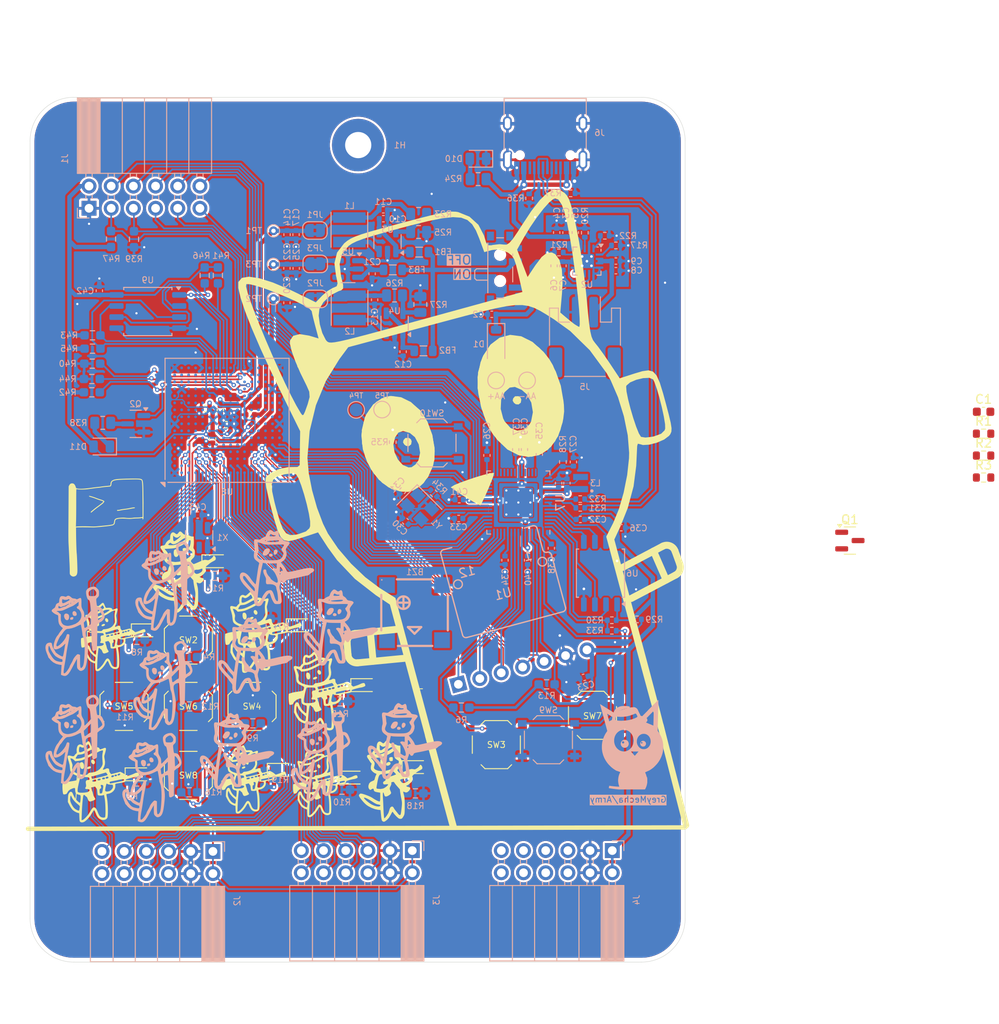
<source format=kicad_pcb>
(kicad_pcb (version 20241229) (generator "pcbnew") (generator_version "9.0")
  (layers (0 "F.Cu" signal) (2 "B.Cu" signal) (13 "F.Paste" user) (15 "B.Paste" user) (5 "F.SilkS" user "F.Silkscreen") (7 "B.SilkS" user "B.Silkscreen") (1 "F.Mask" user) (3 "B.Mask" user) (25 "Edge.Cuts" user))
  (net 0 "")
  (net 1 "GND")
  (net 2 "+3V3")
  (net 3 "Net-(U3-EN)")
  (net 4 "/rp2350/VREG_AVDD")
  (net 5 "Net-(JP1-A)")
  (net 6 "/rp2350/XIN")
  (net 7 "Net-(D2-K)")
  (net 8 "creset")
  (net 9 "+1V1")
  (net 10 "/rp2350/USB_D+")
  (net 11 "/rp2350/USB_D-")
  (net 12 "/rp2350/~{USB_BOOT}")
  (net 13 "/rp2350/QSPI_SS")
  (net 14 "/rp2350/GPIO0")
  (net 15 "/rp2350/XOUT")
  (net 16 "/rp2350/RUN")
  (net 17 "/rp2350/QSPI_SD1")
  (net 18 "/rp2350/QSPI_SD3")
  (net 19 "/rp2350/QSPI_SD0")
  (net 20 "/rp2350/QSPI_SCLK")
  (net 21 "/rp2350/VREG_LX")
  (net 22 "/rp2350/QSPI_SD2")
  (net 23 "/rp2350/CC2")
  (net 24 "/rp2350/CC1")
  (net 25 "/rp2350/GPIO26_ADC0")
  (net 26 "/rp2350/GPIO27_ADC1")
  (net 27 "/rp2350/GPIO28_ADC2")
  (net 28 "/rp2350/GPIO29_ADC3")
  (net 29 "/3V3_2")
  (net 30 "cdone")
  (net 31 "clk")
  (net 32 "R14")
  (net 33 "T3")
  (net 34 "sd_io3")
  (net 35 "/ECP5_25K_FPGA/cfg_1")
  (net 36 "A14")
  (net 37 "sdo")
  (net 38 "A5")
  (net 39 "A6")
  (net 40 "T13")
  (net 41 "A10")
  (net 42 "T15")
  (net 43 "D14")
  (net 44 "clk0_1")
  (net 45 "C13")
  (net 46 "A2")
  (net 47 "E14")
  (net 48 "C14")
  (net 49 "D13")
  (net 50 "A4")
  (net 51 "sd_cs")
  (net 52 "T2")
  (net 53 "T14")
  (net 54 "sd_clk")
  (net 55 "sd_io2")
  (net 56 "/ECP5_25K_FPGA/cfg_2")
  (net 57 "clkt0_1")
  (net 58 "R12")
  (net 59 "A12")
  (net 60 "T4")
  (net 61 "A13")
  (net 62 "gp6")
  (net 63 "R16")
  (net 64 "A8")
  (net 65 "/ECP5_25K_FPGA/cfg_0")
  (net 66 "clkc0_1")
  (net 67 "A3")
  (net 68 "A9")
  (net 69 "R15")
  (net 70 "A11")
  (net 71 "R13")
  (net 72 "sdi")
  (net 73 "clk0_0")
  (net 74 "E13")
  (net 75 "fpga_tck")
  (net 76 "fpga_tdo")
  (net 77 "fpga_tms")
  (net 78 "fpga_tdi")
  (net 79 "mcu_swd")
  (net 80 "mcu_swclk")
  (net 81 "GPIO25")
  (net 82 "GPIO18")
  (net 83 "GPIO24")
  (net 84 "GPIO22")
  (net 85 "GPIO23")
  (net 86 "GPIO16")
  (net 87 "GPIO21")
  (net 88 "GPIO19")
  (net 89 "GPIO17")
  (net 90 "GPIO20")
  (net 91 "D16")
  (net 92 "E15")
  (net 93 "A15")
  (net 94 "E16")
  (net 95 "C16")
  (net 96 "B16")
  (net 97 "C15")
  (net 98 "B15")
  (net 99 "GPIO1")
  (net 100 "GPIO7")
  (net 101 "B4")
  (net 102 "B6")
  (net 103 "B5")
  (net 104 "B3")
  (net 105 "B13")
  (net 106 "B14")
  (net 107 "B8")
  (net 108 "B12")
  (net 109 "B9")
  (net 110 "B10")
  (net 111 "B11")
  (net 112 "CLKT1_1")
  (net 113 "C11")
  (net 114 "CLKT1_0")
  (net 115 "GR_PCLK_1_1")
  (net 116 "CLKC1_1")
  (net 117 "C6")
  (net 118 "C5")
  (net 119 "C4")
  (net 120 "C12")
  (net 121 "C10")
  (net 122 "Net-(D3-K)")
  (net 123 "Net-(D4-K)")
  (net 124 "Net-(D5-K)")
  (net 125 "Net-(D6-K)")
  (net 126 "Net-(D7-K)")
  (net 127 "Net-(D8-K)")
  (net 128 "D3")
  (net 129 "D5")
  (net 130 "C3")
  (net 131 "D6")
  (net 132 "D4")
  (net 133 "Net-(JP2-A)")
  (net 134 "+F1V1")
  (net 135 "+F2V5")
  (net 137 "~{CHG}")
  (net 138 "+BATT")
  (net 139 "/TMR")
  (net 140 "+5V_USB")
  (net 141 "/ILIM")
  (net 142 "Net-(U4-EN)")
  (net 147 "Net-(U3-SW)")
  (net 148 "Net-(U3-FB)")
  (net 149 "Net-(D9-K)")
  (net 150 "Net-(D10-A)")
  (net 151 "Net-(D11-K)")
  (net 160 "+Vout")
  (net 161 "Net-(D1-A)")
  (net 162 "Net-(U5-EN)")
  (net 163 "Net-(C31-Pad2)")
  (net 164 "Net-(U4-SW)")
  (net 165 "/LEDK")
  (net 166 "Net-(Q1-G)")
  (net 167 "Net-(Q2-D)")
  (net 168 "Net-(U1-LEDA)")
  (net 169 "/PIN_LED")
  (net 170 "Net-(U2-TS)")
  (net 171 "Net-(U2-ISET)")
  (net 172 "Net-(U4-FB)")
  (net 173 "Net-(U7-USB_DP)")
  (net 174 "Net-(U7-USB_DM)")
  (net 175 "Net-(R35-Pad1)")
  (net 176 "/MOSI")
  (net 177 "/SCK")
  (net 178 "/TFT_CS")
  (net 179 "/TFT_DC")
  (net 180 "/TFT_RST")
  (net 295 "/EN1")
  (footprint "Capacitor_SMD:C_0402_1005Metric" (layer "F.Cu") (at 104.22 88.46 180)
    (property "Reference" "C15" (hide yes))
    (property "Value" "100n")
  )
  (footprint "LOGO" (layer "F.Cu") (at 123.34249 129.326097)
    (property "Reference" "G***" (hide yes))
    (property "Value" "LOGO" (hide yes))
  )
  (footprint "Resistor_SMD:R_0603_1608Metric" (layer "F.Cu") (at 190.9196 89.4934)
    (property "Reference" "R1")
    (property "Value" "22")
  )
  (footprint "LOGO" (layer "F.Cu") (at 108.499506 112.168521)
    (property "Reference" "G***" (hide yes))
    (property "Value" "LOGO" (hide yes))
  )
  (footprint "LED_SMD:LED_0603_1608Metric_Pad1.05x0.95mm_HandSolder" (layer "F.Cu") (at 125.99552 127.663713)
    (property "Reference" "D8" (hide yes))
    (property "Value" "LED")
  )
  (footprint "Capacitor_SMD:C_0402_1005Metric" (layer "F.Cu") (at 101.82 86.625 180)
    (property "Reference" "C18" (hide yes))
    (property "Value" "100n")
  )
  (footprint "Button_Switch_SMD:SW_Push_1P1T_XKB_TS-1187A" (layer "F.Cu") (at 99.873499 120.714415 90)
    (property "Reference" "SW6")
    (property "Value" "SW_Push")
  )
  (footprint "LED_SMD:LED_0603_1608Metric_Pad1.05x0.95mm_HandSolder" (layer "F.Cu") (at 95.008119 112.005806)
    (property "Reference" "D4" (hide yes))
    (property "Value" "LED")
  )
  (footprint "custom:GC9A01" (layer "F.Cu") (at 131.665731 92.015107 15)
    (property "Reference" "GC9A1" (hide yes))
    (property "Value" "CG9A01")
  )
  (footprint "LOGO" (layer "F.Cu") (at 107.377417 129.01938)
    (property "Reference" "G***" (hide yes))
    (property "Value" "LOGO" (hide yes))
  )
  (footprint "Button_Switch_SMD:SW_Push_1P1T_XKB_TS-1187A" (layer "F.Cu") (at 99.873499 113.119285 90)
    (property "Reference" "SW2")
    (property "Value" "SW_Push")
  )
  (footprint "LED_SMD:LED_0603_1608Metric_Pad1.05x0.95mm_HandSolder" (layer "F.Cu") (at 103.084777 104.094938)
    (property "Reference" "D6" (hide yes))
    (property "Value" "LED")
  )
  (footprint "Button_Switch_SMD:SW_Push_1P1T_XKB_TS-1187A" (layer "F.Cu") (at 99.873499 128.607886 90)
    (property "Reference" "SW8")
    (property "Value" "SW_Push")
  )
  (footprint "Capacitor_SMD:C_0402_1005Metric" (layer "F.Cu") (at 102.65 90.075 -90)
    (property "Reference" "C19" (hide yes))
    (property "Value" "100n")
  )
  (footprint "Capacitor_SMD:C_0603_1608Metric" (layer "F.Cu") (at 190.9196 86.9834)
    (property "Reference" "C1")
    (property "Value" "0.1u")
  )
  (footprint "Capacitor_SMD:C_0402_1005Metric" (layer "F.Cu") (at 103.53 86.77 -90)
    (property "Reference" "C16" (hide yes))
    (property "Value" "100n")
  )
  (footprint "LED_SMD:LED_0603_1608Metric_Pad1.05x0.95mm_HandSolder" (layer "F.Cu") (at 112.735672 111.430837)
    (property "Reference" "D3" (hide yes))
    (property "Value" "LED")
  )
  (footprint "Button_Switch_SMD:SW_Push_1P1T_XKB_TS-1187A" (layer "F.Cu") (at 92.505511 120.714415 -90)
    (property "Reference" "SW5")
    (property "Value" "SW_Push")
  )
  (footprint "Button_Switch_SMD:SW_Push_1P1T_XKB_TS-1187A" (layer "F.Cu") (at 146.141132 121.731124 180)
    (property "Reference" "SW7")
    (property "Value" "SW_Push")
  )
  (footprint "LOGO" (layer "F.Cu") (at 115.781051 119.030889)
    (property "Reference" "G***" (hide yes))
    (property "Value" "LOGO" (hide yes))
  )
  (footprint "LOGO" (layer "F.Cu") (at 99.691936 105.385455)
    (property "Reference" "G***" (hide yes))
    (property "Value" "LOGO" (hide yes))
  )
  (footprint "LED_SMD:LED_0603_1608Metric_Pad1.05x0.95mm_HandSolder" (layer "F.Cu") (at 120.133956 118.277145)
    (property "Reference" "D7" (hide yes))
    (property "Value" "LED")
  )
  (footprint "Package_TO_SOT_SMD:SOT-23" (layer "F.Cu") (at 175.6096 101.7284)
    (property "Reference" "Q1")
    (property "Value" "2N7002")
  )
  (footprint "Button_Switch_SMD:SW_Push_1P1T_XKB_TS-1187A" (layer "F.Cu") (at 107.162471 120.714415 -90)
    (property "Reference" "SW4")
    (property "Value" "SW_Push")
  )
  (footprint "LOGO" (layer "F.Cu") (at 91.306281 112.712512)
    (property "Reference" "G***" (hide yes))
    (property "Value" "LOGO" (hide yes))
  )
  (footprint "LOGO" (layer "F.Cu") (at 90.462289 100.221099)
    (property "Reference" "G***" (hide yes))
    (property "Value" "LOGO" (hide yes))
  )
  (footprint "LOGO" (layer "F.Cu") (at 115.586292 129.433822)
    (property "Reference" "G***" (hide yes))
    (property "Value" "LOGO" (hide yes))
  )
  (footprint "LED_SMD:LED_0603_1608Metric_Pad1.05x0.95mm_HandSolder" (layer "F.Cu") (at 118.732125 128.863959)
    (property "Reference" "D5" (hide yes))
    (property "Value" "LED")
  )
  (footprint "Capacitor_SMD:C_0402_1005Metric" (layer "F.Cu") (at 106.95461 87.323175 180)
    (property "Reference" "C24" (hide yes))
    (property "Value" "100n")
  )
  (footprint "LED_SMD:LED_0603_1608Metric_Pad1.05x0.95mm_HandSolder" (layer "F.Cu") (at 94.297298 128.489155)
    (property "Reference" "D2" (hide yes))
    (property "Value" "LED")
  )
  (footprint "Button_Switch_SMD:SW_Push_1P1T_XKB_TS-1187A" (layer "F.Cu") (at 135.131667 125.088765 180)
    (property "Reference" "SW3")
    (property "Value" "SW_Push")
  )
  (footprint "LOGO" (layer "F.Cu") (at 133.514541 98.43594 15)
    (property "Reference" "G***" (hide yes))
    (property "Value" "LOGO" (hide yes))
  )
  (footprint "LOGO" (layer "F.Cu") (at 89.887437 129.284869)
    (property "Reference" "G***" (hide yes))
    (property "Value" "LOGO" (hide yes))
  )
  (footprint "LED_SMD:LED_0603_1608Metric_Pad1.05x0.95mm_HandSolder" (layer "F.Cu") (at 110.567868 127.976534)
    (property "Reference" "D9" (hide yes))
    (property "Value" "LED")
  )
  (footprint "Resistor_SMD:R_0603_1608Metric" (layer "F.Cu") (at 190.9196 92.0034)
    (property "Reference" "R2")
    (property "Value" "10k")
  )
  (footprint "Resistor_SMD:R_0603_1608Metric" (layer "F.Cu") (at 190.9196 94.5134)
    (property "Reference" "R3")
    (property "Value" "1M")
  )
  (footprint "Inductor_SMD:L_Taiyo-Yuden_NR-40xx" (layer "B.Cu") (at 118.3075 66.15 90)
    (property "Reference" "L1")
    (property "Value" "2.2uH")
  )
  (footprint "Capacitor_SMD:C_0402_1005Metric" (layer "B.Cu") (at 122.1925 63.865)
    (property "Reference" "C11")
    (property "Value" "22u")
  )
  (footprint "Resistor_SMD:R_0603_1608Metric_Pad0.98x0.95mm_HandSolder" (layer "B.Cu") (at 92.601032 120.67959 180)
    (property "Reference" "R11")
    (property "Value" "10k")
  )
  (footprint "Capacitor_SMD:C_0402_1005Metric" (layer "B.Cu") (at 138.353631 91.308972 90)
    (property "Reference" "C39")
    (property "Value" "100n")
  )
  (footprint "LOGO" (layer "B.Cu") (at 107.455841 114.948711 180)
    (property "Reference" "G***" (hide yes))
    (property "Value" "LOGO" (hide yes))
  )
  (footprint "footprints:L_pol_2016" (layer "B.Cu") (at 144.77243 95.148972 90)
    (property "Reference" "L3")
    (property "Value" "3.3u")
  )
  (footprint "Capacitor_SMD:C_0402_1005Metric" (layer "B.Cu") (at 143.953631 92.728972 90)
    (property "Reference" "C27")
    (property "Value" "4.7u")
  )
  (footprint "LED_SMD:LED_0805_2012Metric" (layer "B.Cu") (at 133.027109 58.018591 180)
    (property "Reference" "D10")
    (property "Value" "LED")
  )
  (footprint "custom:BUZ-SMD_4P-L7.5-W7.5-BR" (layer "B.Cu") (at 125.767462 109.978922 90)
    (property "Reference" "BZ1")
    (property "Value" "Buzzer")
  )
  (footprint "Package_TO_SOT_SMD:SOT-23-5" (layer "B.Cu") (at 122.672499 67.5025 90)
    (property "Reference" "U3")
    (property "Value" "TLV62568DBV")
  )
  (footprint "Resistor_SMD:R_0603_1608Metric_Pad0.98x0.95mm_HandSolder" (layer "B.Cu") (at 107.252212 122.654208 180)
    (property "Reference" "R9")
    (property "Value" "10k")
  )
  (footprint "Jumper:SolderJumper-2_P1.3mm_Bridged2Bar_RoundedPad1.0x1.5mm" (layer "B.Cu") (at 114.361376 66.230207 180)
    (property "Reference" "JP1")
    (property "Value" "SolderJumper_2_Bridged")
  )
  (footprint "Resistor_SMD:R_0603_1608Metric_Pad0.98x0.95mm_HandSolder" (layer "B.Cu") (at 101.741331 71.379469 90)
    (property "Reference" "R46")
    (property "Value" "10K")
  )
  (footprint "Inductor_SMD:L_0805_2012Metric" (layer "B.Cu") (at 126.7925 80.01)
    (property "Reference" "FB2")
    (property "Value" "Ferrite_Bead_Small")
  )
  (footprint "Connector_PinSocket_2.54mm:PinSocket_2x06_P2.54mm_Horizontal" (layer "B.Cu") (at 148.40488 137.217248 90)
    (property "Reference" "J4")
    (property "Value" "Conn_02x05_Row_Letter_First")
  )
  (footprint "Resistor_SMD:R_0603_1608Metric_Pad0.98x0.95mm_HandSolder" (layer "B.Cu") (at 88.894989 78.232629 180)
    (property "Reference" "R43")
    (property "Value" "10K")
  )
  (footprint "Inductor_SMD:L_Taiyo-Yuden_NR-40xx" (layer "B.Cu") (at 118.3275 75.09 90)
    (property "Reference" "L2")
    (property "Value" "2.2uH")
  )
  (footprint "Package_TO_SOT_SMD:SOT-23-5" (layer "B.Cu") (at 123.485154 76.8475 90)
    (property "Reference" "U4")
    (property "Value" "TLV62568DBV")
  )
  (footprint "Capacitor_SMD:C_0402_1005Metric" (layer "B.Cu") (at 148.823762 70.833567)
    (property "Reference" "C8")
    (property "Value" "4u7")
  )
  (footprint "Resistor_SMD:R_0603_1608Metric_Pad0.98x0.95mm_HandSolder" (layer "B.Cu") (at 117.461731 130.245274)
    (property "Reference" "R10")
    (property "Value" "470")
  )
  (footprint "Capacitor_SMD:C_0402_1005Metric" (layer "B.Cu") (at 141.74 70.28 -90)
    (property "Reference" "C6")
    (property "Value" "4u7")
  )
  (footprint "Resistor_SMD:R_0402_1005Metric" (layer "B.Cu") (at 148.820699 67.9466)
    (property "Reference" "R17")
    (property "Value" "10k")
  )
  (footprint "LOGO" (layer "B.Cu") (at 86.994359 112.18564 180)
    (property "Reference" "G***" (hide yes))
    (property "Value" "LOGO" (hide yes))
  )
  (footprint "Resistor_SMD:R_0603_1608Metric_Pad0.98x0.95mm_HandSolder" (layer "B.Cu") (at 88.894989 79.760046 180)
    (property "Reference" "R45")
    (property "Value" "10K")
  )
  (footprint "Connector_USB:USB_C_Receptacle_HRO_TYPE-C-31-M-12" (layer "B.Cu") (at 140.724026 55.009667)
    (property "Reference" "J6")
    (property "Value" "USB_C_Receptacle_USB2.0")
  )
  (footprint "Resistor_SMD:R_0402_1005Metric" (layer "B.Cu") (at 148.35363 110.848972)
    (property "Reference" "R30")
    (property "Value" "0")
  )
  (footprint "Capacitor_SMD:C_0402_1005Metric" (layer "B.Cu") (at 121.1975 74.17 -90)
    (property "Reference" "C13")
    (property "Value" "10u")
  )
  (footprint "Resistor_SMD:R_0603_1608Metric_Pad0.98x0.95mm_HandSolder" (layer "B.Cu") (at 109.300008 111.582128 90)
    (property "Reference" "R7")
    (property "Value" "470")
  )
  (footprint "Package_DFN_QFN:VQFN-16-1EP_3x3mm_P0.5mm_EP1.6x1.6mm" (layer "B.Cu") (at 145.5055 69.7366 180)
    (property "Reference" "U2")
    (property "Value" "BQ24075")
  )
  (footprint "Resistor_SMD:R_0603_1608Metric_Pad0.98x0.95mm_HandSolder" (layer "B.Cu") (at 93.960957 129.313901)
    (property "Reference" "R5")
    (property "Value" "470")
  )
  (footprint "Resistor_SMD:R_0402_1005Metric" (layer "B.Cu") (at 148.35363 112.048972)
    (property "Reference" "R33")
    (property "Value" "1k")
  )
  (footprint "Connector_PinSocket_2.54mm:PinSocket_2x06_P2.54mm_Horizontal" (layer "B.Cu") (at 125.509699 137.217248 90)
    (property "Reference" "J3")
    (property "Value" "Conn_02x05_Row_Letter_First")
  )
  (footprint "Resistor_SMD:R_0603_1608Metric_Pad0.98x0.95mm_HandSolder" (layer "B.Cu") (at 91.02 67.2125 -90)
    (property "Reference" "R47")
    (property "Value" "10K")
  )
  (footprint "Capacitor_SMD:C_0402_1005Metric" (layer "B.Cu") (at 124.418317 96.013659 45)
    (property "Reference" "C31")
    (property "Value" "22pF")
  )
  (footprint "Crystal:Crystal_SMD_3225-4Pin_3.2x2.5mm" (layer "B.Cu") (at 126.318318 97.91366 -45)
    (property "Reference" "Y1")
    (property "Value" "12Mhz")
  )
  (footprint "Capacitor_SMD:C_0402_1005Metric" (layer "B.Cu") (at 142.26422 95.148972 90)
    (property "Reference" "C28" (hide yes))
    (property "Value" "4.7u")
  )
  (footprint "Resistor_SMD:R_0402_1005Metric" (layer "B.Cu") (at 123.27 90.460001 90)
    (property "Reference" "R35")
    (property "Value" "1k")
  )
  (footprint "LOGO" (layer "B.Cu") (at 124.590374 124.735599 180)
    (property "Reference" "G***" (hide yes))
    (property "Value" "LOGO" (hide yes))
  )
  (footprint "Resistor_SMD:R_0603_1608Metric_Pad0.98x0.95mm_HandSolder" (layer "B.Cu") (at 88.863285 81.475895 180)
    (property "Reference" "R40")
    (property "Value" "10K")
  )
  (footprint "Jumper:SolderJumper-2_P1.3mm_Bridged2Bar_RoundedPad1.0x1.5mm" (layer "B.Cu") (at 114.412001 74.0664 180)
    (property "Reference" "JP2")
    (property "Value" "SolderJumper_2_Bridged")
  )
  (footprint "TestPoint:TestPoint_THTPad_D1.0mm_Drill0.5mm" (layer "B.Cu") (at 109.6075 70.11)
    (property "Reference" "TP3")
    (property "Value" "F2V5")
  )
  (footprint "Capacitor_SMD:C_0402_1005Metric" (layer "B.Cu") (at 112.20125 66.70875 -90)
    (property "Reference" "C17")
    (property "Value" "10u")
  )
  (footprint "Capacitor_SMD:C_0402_1005Metric" (layer "B.Cu") (at 144.753631 99.308972)
    (property "Reference" "C32")
    (property "Value" "100n")
  )
  (footprint "Package_TO_SOT_SMD:SOT-23" (layer "B.Cu") (at 93.83238 88.366065 180)
    (property "Reference" "Q2")
    (property "Value" "Q_NMOS_GSD")
  )
  (footprint "Capacitor_SMD:C_0402_1005Metric" (layer "B.Cu") (at 144.169953 66.468352 90)
    (property "Reference" "C5")
    (property "Value" "1u")
  )
  (footprint "LOGO" (layer "B.Cu") (at 105.361466 125.866711 180)
    (property "Reference" "G***" (hide yes))
    (property "Value" "LOGO" (hide yes))
  )
  (footprint "Resistor_SMD:R_0805_2012Metric" (layer "B.Cu") (at 123.48 73.673495 180)
    (property "Reference" "R26")
    (property "Value" "68k")
  )
  (footprint "LOGO" (layer "B.Cu") (at 115.110576 126.513061 180)
    (property "Reference" "G***" (hide yes))
    (property "Value" "LOGO" (hide yes))
  )
  (footprint "Button_Switch_SMD:SW_Push_1P1T_XKB_TS-1187A" (layer "B.Cu") (at 127.764195 90.545979 180)
    (property "Reference" "SW10")
    (property "Value" "SW_Push")
  )
  (footprint "Resistor_SMD:R_0402_1005Metric" (layer "B.Cu") (at 144.743631 97.978972 180)
    (property "Reference" "R31")
    (property "Value" "27R")
  )
  (footprint "Capacitor_SMD:C_0402_1005Metric" (layer "B.Cu") (at 149.433631 100.258972)
    (property "Reference" "C36")
    (property "Value" "100n")
  )
  (footprint "Capacitor_SMD:C_0402_1005Metric" (layer "B.Cu") (at 143.106387 66.47542 90)
    (property "Reference" "C3")
    (property "Value" "4u7")
  )
  (footprint "LOGO" (layer "B.Cu") (at 86.994359 124.574012 180)
    (property "Reference" "G***" (hide yes))
    (property "Value" "LOGO" (hide yes))
  )
  (footprint "Resistor_SMD:R_0402_1005Metric" (layer "B.Cu") (at 127.968317 96.313659 -45)
    (property "Reference" "R34")
    (property "Value" "1k")
  )
  (footprint "custom:GC9A01_IPS_display" (layer "B.Cu") (at 134.495 102.568 15)
    (property "Reference" "U1")
    (property "Value" "GC9A01_IPS_display")
  )
  (footprint "Capacitor_SMD:C_0402_1005Metric" (layer "B.Cu") (at 111.1575 74.51 -90)
    (property "Reference" "C20")
    (property "Value" "10u")
  )
  (footprint "Diode_SMD:D_SOD-123" (layer "B.Cu") (at 135.11 79.2425 -90)
    (property "Reference" "D1")
    (property "Value" "SS14")
  )
  (footprint "Resistor_SMD:R_0402_1005Metric" (layer "B.Cu") (at 151.23363 110.748972 180)
    (property "Reference" "R29")
    (property "Value" "DNF")
  )
  (footprint "TestPoint:TestPoint_THTPad_D1.0mm_Drill0.5mm" (layer "B.Cu") (at 109.6175 66.27)
    (property "Reference" "TP1")
    (property "Value" "F1V1")
  )
  (footprint "Resistor_SMD:R_0603_1608Metric_Pad0.98x0.95mm_HandSolder" (layer "B.Cu") (at 140.891143 118.186563)
    (property "Reference" "R13")
    (property "Value" "R")
  )
  (footprint "Capacitor_SMD:C_0402_1005Metric" (layer "B.Cu") (at 122.199999 64.8825)
    (property "Reference" "C10")
    (property "Value" "4.7u")
  )
  (footprint "Capacitor_SMD:C_0402_1005Metric" (layer "B.Cu") (at 100.9422 98.806)
    (property "Reference" "C43")
    (property "Value" "100n")
  )
  (footprint "Resistor_SMD:R_0805_2012Metric" (layer "B.Cu") (at 133.0471 60.3504)
    (property "Reference" "R24")
    (property "Value" "1k")
  )
  (footprint "Jumper:SolderJumper-2_P1.3mm_Bridged2Bar_RoundedPad1.0x1.5mm" (layer "B.Cu") (at 114.400461 70.056133 180)
    (property "Reference" "JP3")
    (property "Value" "SolderJumper_2_Bridged")
  )
  (footprint "Capacitor_SMD:C_0402_1005Metric" (layer "B.Cu") (at 138.713631 103.978972 -90)
    (property "Reference" "C40")
    (property "Value" "4.7u")
  )
  (footprint "LED_SMD:LED_0805_2012Metric" (layer "B.Cu") (at 89.955611 90.964764 180)
    (property "Reference" "D11")
    (property "Value" "LED")
  )
  (footprint "Resistor_SMD:R_0603_1608Metric_Pad0.98x0.95mm_HandSolder" (layer "B.Cu") (at 93.65 67.2375 90)
    (property "Reference" "R39")
    (property "Value" "10K")
  )
  (footprint "Capacitor_SMD:C_0402_1005Metric" (layer "B.Cu") (at 137.353631 91.308972 90)
    (property "Reference" "C37")
    (property "Value" "100n")
  )
  (footprint "TestPoint:TestPoint_Pad_D1.5mm" (layer "B.Cu") (at 138.655927 83.397112 -90)
    (property "Reference" "AA-1" (hide yes))
    (property "Value" "TestPoint")
  )
  (footprint "Resistor_SMD:R_0603_1608Metric_Pad0.98x0.95mm_HandSolder" (layer "B.Cu") (at 93.978557 113.09313)
    (property "Reference" "R8")
    (property "Value" "470")
  )
  (footprint "Resistor_SMD:R_0402_1005Metric" (layer "B.Cu") (at 145.2618 66.4894 90)
    (property "Reference" "R20")
    (property "Value" "47k")
  )
  (footprint "Resistor_SMD:R_0603_1608Metric_Pad0.98x0.95mm_HandSolder" (layer "B.Cu") (at 103.25 71.3725 90)
    (property "Reference" "R41")
    (property "Value" "10K")
  )
  (footprint "Package_SO:SOIC-8_5.3x5.3mm_P1.27mm" (layer "B.Cu") (at 95.231389 75.509213 180)
    (property "Reference" "U9")
    (property "Value" "W25Q128JVSIM")
  )
  (footprint "Package_BGA:BGA-256_14.0x14.0mm_Layout16x16_P0.8mm_Ball0.45mm_Pad0.32mm_NSMD" (layer "B.Cu") (at 104.303599 87.963827)
    (property "Reference" "U8")
    (property "Value" "ECP5U_25_CABGA256")
  )
  (footprint "Capacitor_SMD:C_0402_1005Metric" (layer "B.Cu") (at 120.912256 71.192009 -90)
    (property "Reference" "C21")
    (property "Value" "1u")
  )
  (footprint "LOGO" (layer "B.Cu") (at 117.24994 111.725587 180)
    (property "Reference" "G***" (hide yes))
    (property "Value" "LOGO" (hide yes))
  )
  (footprint "Inductor_SMD:L_0805_2012Metric" (layer "B.Cu") (at 123.28 70.74)
    (property "Reference" "FB3")
    (property "Value" "Ferrite_Bead_Small")
  )
  (footprint "Capacitor_SMD:C_0402_1005Metric" (layer "B.Cu") (at 143.21422 95.148972 90)
    (property "Reference" "C29" (hide yes))
    (property "Value" "4.7u")
  )
  (footprint "Capacitor_SMD:C_0402_1005Metric" (layer "B.Cu") (at 134.61 75.83 180)
    (property "Reference" "C2")
    (property "Value" "1u")
  )
  (footprint "Capacitor_SMD:C_0402_1005Metric" (layer "B.Cu") (at 124.46 80.109 -90)
    (property "Reference" "C12")
    (property "Value" "4.7u")
  )
  (footprint "Package_TO_SOT_SMD:SOT-23-5" (layer "B.Cu") (at 118.155 70.64 180)
    (property "Reference" "U5")
    (property "Value" "TLV73325PDBV")
  )
  (footprint "MountingHole:MountingHole_3mm_Pad" (layer "B.Cu") (at 119.318645 56.455449)
    (property "Reference" "H1")
    (property "Value" "MountingHole")
  )
  (footprint "Resistor_SMD:R_0402_1005Metric" (layer "B.Cu") (at 144.733631 96.978971 180)
    (property "Reference" "R32")
    (property "Value" "27R")
  )
  (footprint "Connector_PinSocket_2.54mm:PinSocket_2x06_P2.54mm_Horizontal" (layer "B.Cu") (at 88.49811 63.689816 -90)
    (property "Reference" "J1")
    (property "Value" "Conn_02x05_Row_Letter_First")
  )
  (footprint "Resistor_SMD:R_0402_1005Metric" (layer "B.Cu") (at 138.886755 62.556668 -90)
    (property "Reference" "R36")
    (property "Value" "5k1")
  )
  (footprint "LOGO" (layer "B.Cu") (at 150.300704 125.196001 180)
    (property "Reference" "G***" (hide yes))
    (property "Value" "LOGO" (hide yes))
  )
  (footprint "TestPoint:TestPoint_THTPad_D1.0mm_Drill0.5mm" (layer "B.Cu") (at 109.6075 74.03)
    (property "Reference" "TP2")
    (property "Value" "F3V3")
  )
  (footprint "Resistor_SMD:R_0402_1005Metric" (layer "B.Cu") (at 142.289999 68.75 180)
    (property "Reference" "R21")
    (property "Value" "1k5")
  )
  (footprint "Capacitor_SMD:C_0402_1005Metric" (layer "B.Cu") (at 112.2175 70.57 -90)
    (property "Reference" "C25")
    (property "Value" "10u")
  )
  (footprint "Resistor_SMD:R_0402_1005Metric" (layer "B.Cu") (at 147.550499 66.8346)
    (property "Reference" "R22")
    (property "Value" "2k2")
  )
  (footprint "Resistor_SMD:R_0603_1608Metric_Pad0.98x0.95mm_HandSolder" (layer "B.Cu") (at 88.8225 83.234073 180)
    (property "Reference" "R44")
    (property "Value" "10K")
  )
  (footprint "Capacitor_SMD:C_0402_1005Metric" (layer "B.Cu") (at 142.76 70.28 -90)
    (property "Reference" "C7")
    (property "Value" "1u")
  )
  (footprint "LOGO" (layer "B.Cu") (at 97.282094 107.014842 180)
    (property "Reference" "G***" (hide yes))
    (property "Value" "LOGO" (hide yes))
  )
  (footprint "Resistor_SMD:R_0805_2012Metric" (layer "B.Cu") (at 90.065996 88.25435)
    (property "Reference" "R38")
    (property "Value" "200R")
  )
  (footprint "Connector_JST:JST_PH_S2B-PH-SM4-TB_1x02-1MP_P2.00mm_Horizontal" (layer "B.Cu") (at 145.28 78.43 180)
    (property "Reference" "J5")
    (property "Value" "78171-0002")
  )
  (footprint "Capacitor_SMD:C_0402_1005Metric" (layer "B.Cu") (at 145.16 117.39 -165)
    (property "Reference" "C23")
    (property "Value" "10u")
  )
  (footprint "Button_Switch_SMD:SW_SPDT_PCM12" (layer "B.Cu") (at 135.89 70.52 90)
    (property "Reference" "SW1" (hide yes))
    (property "Value" "SW_SPST")
  )
  (footprint "Resistor_SMD:R_0603_1608Metric_Pad0.98x0.95mm_HandSolder" (layer "B.Cu") (at 102.931158 105.762824)
    (property "Reference" "R14")
    (property "Value" "470")
  )
  (footprint "TestPoint:TestPoint_Pad_D1.5mm" (layer "B.Cu") (at 122.051749 86.733206)
    (property "Reference" "TP5")
    (property "Value" "TestPoint")
  )
  (footprint "Capacitor_SMD:C_0402_1005Metric" (layer "B.Cu") (at 140.053631 91.878972 90)
    (property "Reference" "C35")
    (property "Value" "100n")
  )
  (footprint "LOGO" (layer "B.Cu") (at 109.939778 104.914205 180)
    (property "Reference" "G***" (hide yes))
    (property "Value" "LOGO" (hide yes))
  )
  (footprint "Capacitor_SMD:C_0402_1005Metric" (layer "B.Cu") (at 111.17125 66.70875 -90)
    (property "Reference" "C14")
    (property "Value" "100n")
  )
  (footprint "Capacitor_SMD:C_0402_1005Metric" (layer "B.Cu") (at 142.042807 66.465189 90)
    (property "Reference" "C4")
    (property "Value" "4u7")
  )
  (footprint "Resistor_SMD:R_0603_1608Metric_Pad0.98x0.95mm_HandSolder" (layer "B.Cu") (at 99.96324 115.059078)
    (property "Reference" "R4")
    (property "Value" "10k")
  )
  (footprint "Package_SO:SOIC-8_5.3x5.3mm_P1.27mm" (layer "B.Cu") (at 147.053631 105.458972 90)
    (property "Reference" "U6")
    (property "Value" "W25Q128JVS")
  )
  (footprint "LOGO" (layer "B.Cu") (at 95.793045 128.936873 180)
    (property "Reference" "G***" (hide yes))
    (property "Value" "LOGO" (hide yes))
  )
  (footprint "Resistor_SMD:R_0402_1005Metric" (layer "B.Cu") (at 142.753631 92.728972 -90)
    (property "Reference" "R28")
    (property "Value" "33")
  )
  (footprint "Resistor_SMD:R_0603_1608Metric_Pad0.98x0.95mm_HandSolder" (layer "B.Cu") (at 125.872368 130.669533)
    (property "Reference" "R18")
    (property "Value" "470")
  )
  (footprint "Capacitor_SMD:C_0402_1005Metric" (layer "B.Cu") (at 111.1575 70.56 -90)
    (property "Reference" "C22")
    (property "Value" "1u")
  )
  (footprint "Resistor_SMD:R_0603_1608Metric_Pad0.98x0.95mm_HandSolder" (layer "B.Cu") (at 131.126825 120.840686 180)
    (property "Reference" "R6")
    (property "Value" "R")
  )
  (footprint "Capacitor_SMD:C_0402_1005Metric" (layer "B.Cu") (at 141.425 102.605 -90)
    (property "Reference" "C38")
    (property "Value" "100n")
  )
  (footprint "Capacitor_SMD:C_0402_1005Metric" (layer "B.Cu") (at 130.82 99.2 180)
    (property "Reference" "C33")
    (property "Value" "100n")
  )
  (footprint "Resistor_SMD:R_0603_1608Metric_Pad0.98x0.95mm_HandSolder" (layer "B.Cu") (at 88.818806 84.75434 180)
    (property "Reference" "R42")
    (property "Value" "10K")
  )
  (footprint "Capacitor_SMD:C_0402_1005Metric" (layer "B.Cu") (at 130.883631 97.048972 180)
    (property "Reference" "C41")
    (property "Value" "100n")
  )
  (footprint "Resistor_SMD:R_0805_2012Metric" (layer "B.Cu") (at 126.234999 66.4075 180)
    (property "Reference" "R25")
    (property "Value" "120k")
  )
  (footprint "Resistor_SMD:R_0603_1608Metric_Pad0.98x0.95mm_HandSolder" (layer "B.Cu") (at 99.96324 130.547679)
    (property "Reference" "R16")
    (property "Value" "10k")
  )
  (footprint "Capacitor_SMD:C_0402_1005Metric" (layer "B.Cu") (at 134.053631 91.978972 90)
    (property "Reference" "C26")
    (property "Value" "100n")
  )
  (footprint "Capacitor_SMD:C_0402_1005Metric" (layer "B.Cu") (at 124.718317 99.51366 -45)
    (property "Reference" "C30")
    (property "Value" "22pF")
  )
  (footprint "Capacitor_SMD:C_0402_1005Metric" (layer "B.Cu") (at 136.123631 103.978972 -90)
    (property "Reference" "C34")
    (property "Value" "100n")
  )
  (footprint "TestPoint:TestPoint_Pad_D1.5mm" (layer "B.Cu") (at 119.084693 86.767106)
    (property "Reference" "TP4")
    (property "Value" "TestPoint")
  )
  (footprint "Resistor_SMD:R_0402_1005Metric" (layer "B.Cu") (at 143.638999 61.976)
    (property "Reference" "R37")
    (property "Value" "5k1")
  )
  (footprint "LOGO" (layer "B.Cu") (at 97.051696 118.39412 180)
    (property "Reference" "G***" (hide yes))
    (property "Value" "LOGO" (hide yes))
  )
  (footprint "custom:RP2350-QFN-60-1EP_7x7_P0.4mm_EP3.4x3.4mm_ThermalVias" (layer "B.Cu") (at 137.653631 97.371471 90)
    (property "Reference" "U7")
    (property "Value" "RP2350_60QFN")
  )
  (footprint "Resistor_SMD:R_0603_1608Metric_Pad0.98x0.95mm_HandSolder" (layer "B.Cu") (at 108.548837 129.030738 90)
    (property "Reference" "R19")
    (property "Value" "470")
  )
  (footprint "Resistor_SMD:R_0603_1608Metric_Pad0.98x0.95mm_HandSolder" (layer "B.Cu") (at 100.012088 120.714282)
    (property "Reference" "R12")
    (property "Value" "10k")
  )
  (footprint "TestPoint:TestPoint_Pad_D1.5mm" (layer "B.Cu") (at 135.105927 83.397112 -90)
    (property "Reference" "AA+1" (hide yes))
    (property "Value" "TestPoint")
  )
  (footprint "Resistor_SMD:R_0805_2012Metric" (layer "B.Cu") (at 126.235 64.34 180)
    (property "Reference" "R23")
    (property "Value" "100k")
  )
  (footprint "Package_TO_SOT_SMD:SOT-23-5" (layer "B.Cu") (at 101.113065 101.388284 90)
    (property "Reference" "X1")
    (property "Value" "SiT2001B")
  )
  (footprint "Button_Switch_SMD:SW_Push_1P1T_XKB_TS-1187A" (layer "B.Cu") (at 141.093742 124.528855 180)
    (property "Reference" "SW9")
    (property "Value" "SW_Push")
  )
  (footprint "Capacitor_SMD:C_0402_1005Metric" (layer "B.Cu") (at 148.823001 69.733)
    (property "Reference" "C9")
    (property "Value" "1u")
  )
  (footprint "Resistor_SMD:R_0805_2012Metric" (layer "B.Cu") (at 126.430953 74.7 -90)
    (property "Reference" "R27")
    (property "Value" "15k")
  )
  (footprint "Resistor_SMD:R_0603_1608Metric_Pad0.98x0.95mm_HandSolder" (layer "B.Cu") (at 117.235217 120.139131)
    (property "Reference" "R15")
    (property "Value" "470")
  )
  (footprint "Capacitor_SMD:C_0402_1005Metric" (layer "B.Cu") (at 89.68 73.13 90)
    (property "Reference" "C42")
    (property "Value" "100n")
  )
  (footprint "Inductor_SMD:L_0805_2012Metric" (layer "B.Cu") (at 126.297499 68.7075)
    (property "Reference" "FB1")
    (property "Value" "Ferrite_Bead_Small")
  )
  (footprint "Connector_PinSocket_2.54mm:PinSocket_2x06_P2.54mm_Horizontal" (layer "B.Cu") (at 102.685743 137.313977 90)
    (property "Reference" "J2")
    (property "Value" "Conn_02x05_Row_Letter_First")
  )
  (gr_line (start 154.181824 102.379583) (end 149.572043 104.811978) (stroke (width 0.8)) (layer "F.SilkS"))
  (gr_line (start 155.588754 102.923534) (end 156.139584 104.444695) (stroke (width 0.8)) (layer "F.SilkS"))
  (gr_line (start 118.939668 112.375823) (end 124.074967 111.858414) (stroke (width 0.8)) (layer "F.SilkS"))
  (gr_line (start 119.241625 115.725523) (end 124.868719 115.183127) (stroke (width 0.8)) (layer "F.SilkS"))
  (gr_arc (start 118.042968 113.448854) (mid 118.272584 112.729557) (end 118.939668 112.375823) (stroke (width 0.8)) (layer "F.SilkS"))
  (gr_line (start 87.059856 130.517958) (end 86.955527 131.588529) (stroke (width 0.1)) (layer "F.SilkS"))
  (gr_line (start 81.519367 134.72522) (end 156.726973 134.566235) (stroke (width 0.5)) (layer "F.SilkS"))
  (gr_line (start 120.709418 112.225379) (end 121.022951 115.536274) (stroke (width 0.8)) (layer "F.SilkS"))
  (gr_arc (start 119.241625 115.725523) (mid 118.488768 115.484095) (end 118.146532 114.771391) (stroke (width 0.8)) (layer "F.SilkS"))
  (gr_line (start 88.306709 113.411058) (end 88.382116 114.087073) (stroke (width 0.1)) (layer "F.SilkS"))
  (gr_line (start 153.133446 102.93277) (end 154.578061 106.243665) (stroke (width 0.8)) (layer "F.SilkS"))
  (gr_arc (start 154.181824 102.379583) (mid 155.009111 102.331294) (end 155.588754 102.923534) (stroke (width 0.8)) (layer "F.SilkS"))
  (gr_line (start 88.309278 112.150407) (end 89.170228 112.334048) (stroke (width 0.1)) (layer "F.SilkS"))
  (gr_line (start 88.309278 112.150407) (end 88.617419 112.017581) (stroke (width 0.1)) (layer "F.SilkS"))
  (gr_line (start 153.934451 122.867644) (end 156.859022 134.324433) (stroke (width 0.7)) (layer "F.SilkS"))
  (gr_line (start 155.666008 105.6696) (end 150.57041 108.358341) (stroke (width 0.8)) (layer "F.SilkS"))
  (gr_line (start 118.146532 114.771391) (end 118.042968 113.448854) (stroke (width 0.8)) (layer "F.SilkS"))
  (gr_line (start 126.012014 118.69476) (end 126.682302 118.69476) (stroke (width 0.1)) (layer "F.SilkS"))
  (gr_line (start 87.158191 128.691306) (end 87.053862 129.761877) (stroke (width 0.1)) (layer "F.SilkS"))
  (gr_line (start 127.376378 124.069965) (end 130.187471 134.414887) (stroke (width 0.8)) (layer "F.SilkS"))
  (gr_arc (start 156.139584 104.444695) (mid 156.132057 105.145792) (end 155.666008 105.6696) (stroke (width 0.8)) (layer "F.SilkS"))
  (gr_line (start 88.309317 112.131341) (end 88.308098 112.729564) (stroke (width 0.1)) (layer "F.SilkS"))
  (gr_arc (start 86.749979 149.985092) (mid 83.214439 148.520625) (end 81.749979 144.985092) (stroke (width 0.05)) (layer "Edge.Cuts"))
  (gr_line (start 86.749979 50.985092) (end 151.749979 50.985092) (stroke (width 0.05)) (layer "Edge.Cuts"))
  (gr_line (start 151.749979 149.985092) (end 86.749979 149.985092) (stroke (width 0.05)) (layer "Edge.Cuts"))
  (gr_line (start 81.749979 144.985092) (end 81.749979 55.985092) (stroke (width 0.05)) (layer "Edge.Cuts"))
  (gr_arc (start 81.749979 55.985092) (mid 83.21443 52.449545) (end 86.749979 50.985092) (stroke (width 0.05)) (layer "Edge.Cuts"))
  (gr_arc (start 156.749979 144.985092) (mid 155.285502 148.520604) (end 151.749979 149.985092) (stroke (width 0.05)) (layer "Edge.Cuts"))
  (gr_line (start 156.749979 55.985092) (end 156.749979 144.985092) (stroke (width 0.05)) (layer "Edge.Cuts"))
  (gr_arc (start 151.749979 50.985092) (mid 155.285529 52.44955) (end 156.749979 55.985092) (stroke (width 0.05)) (layer "Edge.Cuts"))
  (gr_text "AA+" (at 135.105927 85.19 0) (layer "B.SilkS") (effects (font (size 0.7 0.7) (thickness 0.1)) (justify mirror)))
  (gr_text "GreyMecha/Army" (at 154.686 131.7752 0) (layer "B.SilkS" knockout) (effects (font (size 0.7 0.7) (thickness 0.1) (bold yes)) (justify left bottom mirror)))
  (gr_text "OFF" (at 132.35 69.63 0) (layer "B.SilkS" knockout) (effects (font (size 1 1)) (justify left mirror)))
  (gr_text "ON" (at 132.35 71.26 0) (layer "B.SilkS" knockout) (effects (font (size 1 1)) (justify left mirror)))
  (gr_text "AA-" (at 138.655927 85.19 0) (layer "B.SilkS") (effects (font (size 0.7 0.7) (thickness 0.1)) (justify mirror)))
  (segment (start 137.328445 60.618591) (end 137.739945 60.207091) (width 0.5) (layer "F.Cu") (net 1))
  (segment (start 101.111667 86.853333) (end 101.34 86.625) (width 0.5) (layer "F.Cu") (net 1))
  (segment (start 103.574138 88.294138) (end 103.53 88.25) (width 0.5) (layer "F.Cu") (net 1))
  (segment (start 102.112 90.555) (end 101.9048 90.3478) (width 0.5) (layer "F.Cu") (net 1))
  (segment (start 143.697644 60.207091) (end 144.080969 60.590416) (width 0.5) (layer "F.Cu") (net 1))
  (segment (start 103.574138 88.707886) (end 103.574138 88.294138) (width 0.5) (layer "F.Cu") (net 1))
  (segment (start 103.515292 88.766732) (end 103.574138 88.707886) (width 0.5) (layer "F.Cu") (net 1))
  (segment (start 101.111667 87.178495) (end 101.111667 86.853333) (width 0.5) (layer "F.Cu") (net 1))
  (segment (start 137.739945 60.207091) (end 143.697644 60.207091) (width 0.5) (layer "F.Cu") (net 1))
  (segment (start 102.65 90.555) (end 102.112 90.555) (width 0.5) (layer "F.Cu") (net 1))
  (segment (start 103.53 88.25) (end 103.53 87.25) (width 0.5) (layer "F.Cu") (net 1))
  (via (at 129.7 97.05) (size 0.6) (drill 0.3) (layers "F.Cu" "B.Cu") (net 1))
  (via (at 142.762216 71.609108) (size 0.5) (drill 0.254) (layers "F.Cu" "B.Cu") (net 1))
  (via (at 148.72 113.36) (size 0.5) (drill 0.254) (layers "F.Cu" "B.Cu") (net 1))
  (via (at 93.93 75.71) (size 0.5) (drill 0.254) (layers "F.Cu" "B.Cu") (net 1))
  (via (at 154.45 72.21) (size 0.5) (drill 0.254) (layers "F.Cu" "B.Cu") (net 1))
  (via (at 88.5 65.47) (size 0.5) (drill 0.254) (layers "F.Cu" "B.Cu") (net 1))
  (via (at 148.9 66.83) (size 0.5) (drill 0.254) (layers "F.Cu" "B.Cu") (net 1))
  (via (at 144.957 69.2072) (size 0.6) (drill 0.3) (layers "F.Cu" "B.Cu") (net 1))
  (via (at 140.053631 90.483972) (size 0.6) (drill 0.3) (layers "F.Cu" "B.Cu") (net 1))
  (via (at 122.6725 69.665) (size 0.5) (drill 0.254) (layers "F.Cu" "B.Cu") (net 1))
  (via (at 111.1475 71.84) (size 0.5) (drill 0.254) (layers "F.Cu" "B.Cu") (net 1))
  (via (at 129.28 85.92) (size 0.5) (drill 0.254) (layers "F.Cu" "B.Cu") (net 1))
  (via (at 143.113487 65.127019) (size 0.5) (drill 0.254) (layers "F.Cu" "B.Cu") (net 1))
  (via (at 150.2659 69.731601) (size 0.5) (drill 0.254) (layers "F.Cu" "B.Cu") (net 1))
  (via (at 117.7775 70.64) (size 0.5) (drill 0.254) (layers "F.Cu" "B.Cu") (net 1))
  (via (at 120.9075 72.52) (size 0.5) (drill 0.254) (layers "F.Cu" "B.Cu") (net 1))
  (via (at 122.969699 138.5) (size 0.5) (drill 0.254) (layers "F.Cu" "B.Cu") (net 1))
  (via (at 109.84059 91.898814) (size 0.5) (drill 0.254) (layers "F.Cu" "B.Cu") (net 1))
  (via (at 104.35 125.2) (size 0.5) (drill 0.254) (layers "F.Cu" "B.Cu") (net 1))
  (via (at 134.053631 90.518972) (size 0.6) (drill 0.3) (layers "F.Cu" "B.Cu") (net 1))
  (via (at 100.70502 80.199321) (size 0.5) (drill 0.254) (layers "F.Cu" "B.Cu") (net 1))
  (via (at 99.878246 129.623777) (size 0.5) (drill 0.254) (layers "F.Cu" "B.Cu") (net 1))
  (via (at 123.673631 98.458972) (size 0.6) (drill 0.3) (layers "F.Cu" "B.Cu") (net 1))
  (via (at 100.145743 138.6) (size 0.5) (drill 0.254) (layers "F.Cu" "B.Cu") (net 1))
  (via (at 112.2175 71.81) (size 0.5) (drill 0.254) (layers "F.Cu" "B.Cu") (net 1))
  (via (at 143.15 117.93) (size 0.5) (drill 0.254) (layers "F.Cu" "B.Cu") (net 1))
  (via (at 112.0775 74.98) (size 0.5) (drill 0.254) (layers "F.Cu" "B.Cu") (net 1))
  (via (at 112.1975 68.1) (size 0.5) (drill 0.254) (layers "F.Cu" "B.Cu") (net 1))
  (via (at 151.13 107.315) (size 0.5) (drill 0.254) (layers "F.Cu" "B.Cu") (net 1))
  (via (at 102.1588 98.806) (size 0.5) (drill 0.254) (layers "F.Cu" "B.Cu") (net 1))
  (via (at 105.494879 89.167232) (size 0.5) (drill 0.254) (layers "F.Cu" "B.Cu") (net 1))
  (via (at 138.703631 105.358972) (size 0.6) (drill 0.3) (layers "F.Cu" "B.Cu") (net 1))
  (via (at 146.0238 70.274) (size 0.6) (drill 0.3) (layers "F.Cu" "B.Cu") (net 1))
  (via (at 89.68 71.73) (size 0.5) (drill 0.254) (layers "F.Cu" "B.Cu") (net 1))
  (via (at 150.220192 67.942836) (size 0.5) (drill 0.254) (layers "F.Cu" "B.Cu") (net 1))
  (via (at 87.16 74.65) (size 0.5) (drill 0.254) (layers "F.Cu" "B.Cu") (net 1))
  (via (at 145.7706 99.128972) (size 0.5) (drill 0.254) (layers "F.Cu" "B.Cu") (net 1))
  (via (at 133.5 101.56) (size 0.5) (drill 0.254) (layers "F.Cu" "B.Cu") (net 1))
  (via (at 107.248787 119.442437) (size 0.5) (drill 0.254) (layers "F.Cu" "B.Cu") (net 1))
  (via (at 127.73 62.04) (size 0.5) (drill 0.254) (layers "F.Cu" "B.Cu") (net 1))
  (via (at 98.725499 91.171056) (size 0.5) (drill 0.254) (layers "F.Cu" "B.Cu") (net 1))
  (via (at 137.903631 89.888972) (size 0.6) (drill 0.3) (layers "F.Cu" "B.Cu") (net 1))
  (via (at 127.135953 67.46) (size 0.5) (drill 0.254) (layers "F.Cu" "B.Cu") (net 1))
  (via (at 137.328445 60.618591) (size 0.8) (drill 0.4) (layers "F.Cu" "B.Cu") (net 1))
  (via (at 123.490953 79.64) (size 0.5) (drill 0.254) (layers "F.Cu" "B.Cu") (net 1))
  (via (at 146.023799 69.2072) (size 0.6) (drill 0.3) (layers "F.Cu" "B.Cu") (net 1))
  (via (at 92.583 122.8852) (size 0.5) (drill 0.254) (layers "F.Cu" "B.Cu") (net 1))
  (via (at 144.080969 60.590416) (size 0.8) (drill 0.4) (layers "F.Cu" "B.Cu") (net 1))
  (via (at 142.032808 65.105189) (size 0.5) (drill 0.254) (layers "F.Cu" "B.Cu") (net 1))
  (via (at 126.435953 72.51) (size 0.5) (drill 0.254) (layers "F.Cu" "B.Cu") (net 1))
  (via (at 123.443631 96.988972) (size 0.6) (drill 0.3) (layers "F.Cu" "B.Cu") (net 1))
  (via (at 123.4975 63.89) (size 0.5) (drill 0.254) (layers "F.Cu" "B.Cu") (net 1))
  (via (at 144.956999 70.274) (size 0.6) (drill 0.3) (layers "F.Cu" "B.Cu") (net 1))
  (via (at 140.9807 68.7466) (size 0.5) (drill 0.254) (layers "F.Cu" "B.Cu") (net 1))
  (via (at 123.539999 64.8825) (size 0.5) (drill 0.254) (layers "F.Cu" "B.Cu") (net 1))
  (via (at 142.4 112.6) (size 0.6) (drill 0.3) (layers "F.Cu" "B.Cu") (net 1))
  (via (at 149.9 101.27) (size 0.5) (drill 0.254) (layers "F.Cu" "B.Cu") (net 1))
  (via (at 100.847325 77.498672) (size 0.5) (drill 0.254) (layers "F.Cu" "B.Cu") (net 1))
  (via (at 111.89 94.11) (size 0.5) (drill 0.254) (layers "F.Cu" "B.Cu") (net 1))
  (via (at 101.9048 90.3478) (size 0.5) (drill 0.254) (layers "F.Cu" "B.Cu") (net 1))
  (via (at 98.027094 129.549958) (size 0.5) (drill 0.254) (layers "F.Cu" "B.Cu") (net 1))
  (via (at 129.68 99.18) (size 0.6) (drill 0.3) (layers "F.Cu" "B.Cu") (net 1))
  (via (at 97.833082 120.114379) (size 0.5) (drill 0.254) (layers "F.Cu" "B.Cu") (net 1))
  (via (at 103.515292 88.766732) (size 0.5) (drill 0.254) (layers "F.Cu" "B.Cu") (net 1))
  (via (at 141.425 103.975) (size 0.5) (drill 0.254) (layers "F.Cu" "B.Cu") (net 1))
  (via (at 144.168453 65.122552) (size 0.5) (drill 0.254) (layers "F.Cu" "B.Cu") (net 1))
  (via (at 143.223631 93.978972) (size 0.6) (drill 0.3) (layers "F.Cu" "B.Cu") (net 1))
  (via (at 121.1875 75.64) (size 0.5) (drill 0.254) (layers "F.Cu" "B.Cu") (net 1))
  (via (at 106.857427 81.200695) (size 0.5) (drill 0.254) (layers "F.Cu" "B.Cu") (net 1))
  (via (at 133.36 75.84) (size 0.5) (drill 0.254) (layers "F.Cu" "B.Cu") (net 1))
  (via (at 136.625357 57.386065) (size 0.6) (drill 0.3) (layers "F.Cu" "B.Cu") (net 1))
  (via (at 148.953631 104.058972) (size 0.6) (drill 0.3) (layers "F.Cu" "B.Cu") (net 1))
  (via (at 101.111667 87.178495) (size 0.5) (drill 0.254) (layers "F.Cu" "B.Cu") (net 1))
  (via (at 94.8182 68.1482) (size 0.5) (drill 0.254) (layers "F.Cu" "B.Cu") (net 1))
  (via (at 145.5038 69.7509) (size 0.6) (drill 0.3) (layers "F.Cu" "B.Cu") (net 1))
  (via (at 131.26 93.9) (size 0.5) (drill 0.254) (layers "F.Cu" "B.Cu") (net 1))
  (via (at 145.153631 107.258972) (size 0.6) (drill 0.3) (layers "F.Cu" "B.Cu") (net 1))
  (via (at 144.907 92.2274) (size 0.5) (drill 0.254) (layers "F.Cu" "B.Cu") (net 1))
  (via (at 139.57 64.6998) (size 0.5) (drill 0.254) (layers "F.Cu" "B.Cu") (net 1))
  (via (at 145.2612 65.073501) (size 0.5) (drill 0.254) (layers "F.Cu" "B.Cu") (net 1))
  (via (at 123.27 89.051875) (size 0.6) (drill 0.3) (layers "F.Cu" "B.Cu") (net 1))
  (via (at 141.7268 71.63) (size 0.5) (drill 0.254) (layers "F.Cu" "B.Cu") (net 1))
  (via (at 137.474026 59.054667) (size 0.6) (drill 0.3) (layers "F.Cu" "B.Cu") (net 1))
  (via (at 105.103807 87.0909) (size 0.5) (drill 0.254) (layers "F.Cu" "B.Cu") (net 1))
  (via (at 136.117132 105.316473) (size 0.6) (drill 0.3) (layers "F.Cu" "B.Cu") (net 1))
  (via (at 150.273761 70.843568) (size 0.5) (drill 0.254) (layers "F.Cu" "B.Cu") (net 1))
  (via (at 111.1675 68.06) (size 0.5) (drill 0.254) (layers "F.Cu" "B.Cu") (net 1))
  (via (at 102.0572 101.4476) (size 0.5) (drill 0.254) (layers "F.Cu" "B.Cu") (net 1))
  (segment (start 99.419599 85.832935) (end 99.184573 85.597909) (width 0.15) (layer "B.Cu") (net 1))
  (segment (start 124.078906 96.353697) (end 123.443631 96.988972) (width 0.2) (layer "B.Cu") (net 1))
  (segment (start 134.13 75.83) (end 133.37 75.83) (width 0.2) (layer "B.Cu") (net 1))
  (segment (start 122.6725 63.865) (end 123.4725 63.865) (width 0.5) (layer "B.Cu") (net 1))
  (segment (start 112.20125 67.18875) (end 112.20125 68.09625) (width 0.5) (layer "B.Cu") (net 1))
  (segment (start 137.486564 60.348664) (end 137.486564 59.226667) (width 0.5) (layer "B.Cu") (net 1))
  (segment (start 109.505603 91.563827) (end 109.84059 91.898814) (width 0.15) (layer "B.Cu") (net 1))
  (segment (start 123.486939 79.644014) (end 123.490953 79.64) (width 0.5) (layer "B.Cu") (net 1))
  (segment (start 145.2618 65.0741) (end 145.2612 65.073501) (width 0.2) (layer "B.Cu") (net 1))
  (segment (start 144.033766 60.543213) (end 144.080969 60.590416) (width 0.5) (layer "B.Cu") (net 1))
  (segment (start 138.353631 90.828972) (end 138.353631 90.338972) (width 0.2) (layer "B.Cu") (net 1))
  (segment (start 129.7 99.2) (end 129.68 99.18) (width 0.2) (layer "B.Cu") (net 1))
  (segment (start 148.8954 66.8346) (end 148.9 66.83) (width 0.2) (layer "B.Cu") (net 1))
  (segment (start 149.913631 100.258972) (end 149.913631 101.256369) (width 0.2) (layer "B.Cu") (net 1))
  (segment (start 98.38712 85.597909) (end 97.683852 85.597909) (width 0.15) (layer "B.Cu") (net 1))
  (segment (start 137.486755 59.221668) (end 137.331754 59.221668) (width 0.2) (layer "B.Cu") (net 1))
  (segment (start 136.416755 58.306669) (end 136.416755 54.126668) (width 0.2) (layer "B.Cu") (net 1))
  (segment (start 137.540352 59.120993) (end 137.540352 59.896065) (width 0.2) (layer "B.Cu") (net 1))
  (segment (start 105.246734 87.233827) (end 105.103807 87.0909) (width 0.15) (layer "B.Cu") (net 1))
  (segment (start 98.737599 84.729827) (end 99.103599 84.363827) (width 0.15) (layer "B.Cu") (net 1))
  (segment (start 121.1975 75.63) (end 121.1875 75.64) (width 0.5) (layer "B.Cu") (net 1))
  (segment (start 144.7555 71.1741) (end 144.7555 70.475499) (width 0.2) (layer "B.Cu") (net 1))
  (segment (start 127.147499 66.4075) (end 127.147499 67.448454) (width 0.5) (layer "B.Cu") (net 1))
  (segment (start 144.885428 92.248972) (end 144.907 92.2274) (width 0.2) (layer "B.Cu") (net 1))
  (segment (start 138.353631 90.338972) (end 137.903631 89.888972) (width 0.2) (layer "B.Cu") (net 1))
  (segment (start 123.485153 79.644014) (end 123.486939 79.644014) (width 0.5) (layer "B.Cu") (net 1))
  (segment (start 98.619599 88.047827) (end 98.303599 88.363827) (width 0.15) (layer "B.Cu") (net 1))
  (segment (start 112.20125 68.09625) (end 112.1975 68.1) (width 0.5) (layer "B.Cu") (net 1))
  (segment (start 124.378906 99.164247) (end 123.673631 98.458972) (width 0.2) (layer "B.Cu") (net 1))
  (segment (start 109.886212 84.74644) (end 110.862488 84.74644) (width 0.15) (layer "B.Cu") (net 1))
  (segment (start 120.912256 72.515244) (end 120.9075 72.52) (width 0.5) (layer "B.Cu") (net 1))
  (segment (start 122.6725 64.875001) (end 122.679999 64.8825) (width 0.5) (layer "B.Cu") (net 1))
  (segment (start 143.106387 65.134119) (end 143.113487 65.127019) (width 0.2) (layer "B.Cu") (net 1))
  (segment (start 123.27 89.051875) (end 123.27 89.950002) (width 0.25) (layer "B.Cu") (net 1))
  (segment (start 93.65 68.15) (end 94.8164 68.15) (width 0.15) (layer "B.Cu") (net 1))
  (segment (start 123.485154 78.2408) (end 123.485153 79.644014) (width 0.5) (layer "B.Cu") (net 1))
  (segment (start 122.969699 137.217248) (end 122.969699 139.757248) (width 0.5) (layer "B.Cu") (net 1))
  (segment (start 123.4725 63.865) (end 123.4975 63.89) (width 0.5) (layer "B.Cu") (net 1))
  (segment (start 124.078906 96.35307) (end 124.078906 96.353697) (width 0.2) (layer "B.Cu") (net 1))
  (segment (start 127.147499 67.448454) (end 127.135953 67.46) (width 0.5) (layer "B.Cu") (net 1))
  (segment (start 145.233631 99.308972) (end 145.403631 99.308972) (width 0.15) (layer "B.Cu") (net 1))
  (segment (start 102.303599 86.763827) (end 101.819599 87.247827) (width 0.15) (layer "B.Cu") (net 1))
  (segment (start 144.174153 65.992552) (end 144.169953 65.988351) (width 0.2) (layer "B.Cu") (net 1))
  (segment (start 126.430953 72.515) (end 126.435953 72.51) (width 0.5) (layer "B.Cu") (net 1))
  (segment (start 143.21422 93.988383) (end 143.223631 93.978972) (width 0.2) (layer "B.Cu") (net 1))
  (segment (start 143.986564 60.429256) (end 143.986564 59.226667) (width 0.5) (layer "B.Cu") (net 1))
  (segment (start 111.17125 68.05625) (end 111.1675 68.06) (width 0.5) (layer "B.Cu") (net 1))
  (segment (start 119.2925 70.64) (end 117.7775 70.64) (width 0.5) (layer "B.Cu") (net 1))
  (segment (start 142.4 112.6) (end 142.4 114.240697) (width 0.2) (layer "B.Cu") (net 1))
  (segment (start 141.091131 94.971471) (end 141.505776 94.971471) (width 0.2) (layer "B.Cu") (net 1))
  (segment (start 127.67902 98.07228) (end 125.274856 98.07228) (width 0.2) (layer "B.Cu") (net 1))
  (segment (start 143.106388 65.99542) (end 143.106387 65.134119) (width 0.2) (layer "B.Cu") (net 1))
  (segment (start 142.26422 94.668972) (end 143.21422 94.668972) (width 0.2) (layer "B.Cu") (net 1))
  (segment (start 149.331198 67.9366) (end 150.213956 67.9366) (width 0.2) (layer "B.Cu") (net 1))
  (segment (start 111.17125 67.18875) (end 111.17125 68.05625) (width 0.5) (layer "B.Cu") (net 1))
  (segment (start 122.6725 63.865) (end 122.6725 64.875001) (width 0.5) (layer "B.Cu") (net 1))
  (segment (start 138.713631 105.348972) (end 138.703631 105.358972) (width 0.2) (layer "B.Cu") (net 1))
  (segment (start 136.615357 57.396065) (end 136.625357 57.386065) (width 0.2) (layer "B.Cu") (net 1))
  (segment (start 89.68 72.65) (end 89.68 71.73) (width 0.5) (layer "B.Cu") (net 1))
  (segment (start 145.148631 109.046472) (end 145.148631 107.263972) (width 0.2) (layer "B.Cu") (net 1))
  (segment (start 103.903599 89.963827) (end 104.703599 89.963827) (width 0.15) (layer "B.Cu") (net 1))
  (segment (start 102.063065 101.453465) (end 102.0572 101.4476) (width 0.5) (layer "B.Cu") (net 1))
  (segment (start 112.2175 71.05) (end 111.9275 71.05) (width 0.5) (layer "B.Cu") (net 1))
  (segment (start 145.056755 54.126668) (end 136.416755 54.126668) (width 0.2) (layer "B.Cu") (net 1))
  (segment (start 88.49811 65.46811) (end 88.5 65.47) (width 0.5) (layer "B.Cu") (net 1))
  (segment (start 141.505776 94.971471) (end 141.808275 94.668972) (width 0.2) (layer "B.Cu") (net 1))
  (segment (start 137.474026 59.054667) (end 137.540352 59.120993) (width 0.2) (layer "B.Cu") (net 1))
  (segment (start 130.34 99.2) (end 129.7 99.2) (width 0.2) (layer "B.Cu") (net 1))
  (segment (start 127.697176 98.090436) (end 127.67902 98.07228) (width 0.2) (layer "B.Cu") (net 1))
  (segment (start 124.378906 98.297438) (end 124.93946 97.736884) (width 0.2) (layer "B.Cu") (net 1))
  (segment (start 98.619599 87.600935) (end 98.619599 88.047827) (width 0.15) (layer "B.Cu") (net 1))
  (segment (start 145.233631 99.308972) (end 145.5906 99.308972) (width 0.15) (layer "B.Cu") (net 1))
  (segment (start 150.26376 70.833567) (end 150.273761 70.843568) (width 0.2) (layer "B.Cu") (net 1))
  (segment (start 98.972707 87.247827) (end 98.619599 87.600935) (width 0.15) (layer "B.Cu") (net 1))
  (segment (start 125.274856 98.07228) (end 124.93946 97.736884) (width 0.2) (layer "B.Cu") (net 1))
  (segment (start 140.053631 91.398972) (end 140.053631 90.483972) (width 0.2) (layer "B.Cu") (net 1))
  (segment (start 142.760001 71.606893) (end 142.762216 71.609108) (width 0.2) (layer "B.Cu") (net 1))
  (segment (start 146.2364 70.4866) (end 146.943 70.4866) (width 0.2) (layer "B.Cu") (net 1))
  (segment (start 149.303003 69.733) (end 150.264499 69.733) (width 0.2) (layer "B.Cu") (net 1))
  (segment (start 136.123631 105.309974) (end 136.117132 105.316473) (width 0.2) (layer "B.Cu") (net 1))
  (segment (start 121.1975 74.65) (end 121.1975 75.63) (width 0.5) (layer "B.Cu") (net 1))
  (segment (start 112.2175 71.05) (end 112.2175 71.81) (width 0.5) (layer "B.Cu") (net 1))
  (segment (start 122.672499 68.64) (end 122.6725 69.665) (width 0.5) (layer "B.Cu") (net 1))
  (segment (start 145.2618 65.979401) (end 145.2618 65.0741) (width 0.2) (layer "B.Cu") (net 1))
  (segment (start 107.103599 81.446867) (end 106.857427 81.200695) (width 0.15) (layer "B.Cu") (net 1))
  (segment (start 141.74 71.616801) (end 141.7268 71.63) (width 0.2) (layer "B.Cu") (net 1))
  (segment (start 142.042808 65.985189) (end 142.042807 65.115189) (width 0.2) (layer "B.Cu") (net 1))
  (segment (start 105.503599 87.563827) (end 105.246734 87.306962) (width 0.15) (layer "B.Cu") (net 1))
  (segment (start 124.078906 96.35307) (end 124.078906 96.87633) (width 0.2) (layer "B.Cu") (net 1))
  (segment (start 137.353631 90.828972) (end 137.353631 90.438972) (width 0.2) (layer "B.Cu") (net 1))
  (segment (start 124.078906 96.87633) (end 124.93946 97.736884) (width 0.2) (layer "B.Cu") (net 1))
  (segment (start 110.303599 93.963827) (end 111.743827 93.963827) (width 0.2) (layer "B.Cu") (net 1))
  (segment (start 109.503599 91.563827) (end 109.505603 91.563827) (width 0.15) (layer "B.Cu") (net 1))
  (segment (start 111.9275 71.05) (end 111.1675 71.05) (width 0.5) (layer "B.Cu") (net 1))
  (segment (start 94.8164 68.15) (end 94.8182 68.1482) (width 0.15) (layer "B.Cu") (net 1))
  (segment (start 109.503599 84.363827) (end 109.886212 84.74644) (width 0.15) (layer "B.Cu") (net 1))
  (segment (start 105.503599 89.163827) (end 104.703599 89.963827) (width 0.15) (layer "B.Cu") (net 1))
  (segment (start 111.1575 74.99) (end 112.0675 74.99) (width 0.5) (layer "B.Cu") (net 1))
  (segment (start 102.063065 102.525784) (end 102.063065 101.453465) (width 0.5) (layer "B.Cu") (net 1))
  (segment (start 111.17125 67.18875) (end 112.20125 67.18875) (width 0.5) (layer "B.Cu") (net 1))
  (segment (start 111.743827 93.963827) (end 111.89 94.11) (width 0.2) (layer "B.Cu") (net 1))
  (segment (start 146.2555 70.5057) (end 146.0238 70.274) (width 0.2) (layer "B.Cu") (net 1))
  (segment (start 144.169953 65.988351) (end 144.169953 65.124053) (width 0.2) (layer "B.Cu") (net 1))
  (segment (start 142.042807 65.115189) (end 142.032808 65.105189) (width 0.2) (layer "B.Cu") (net 1))
  (segment (start 144.169953 65.124053) (end 144.168453 65.122552) (width 0.2) (layer "B.Cu") (net 1))
  (segment (start 140.9841 68.75) (end 140.9807 68.7466) (width 0.2) (layer "B.Cu") (net 1))
  (segment (start 144.141756 59.221668) (end 145.056755 58.306669) (width 0.2) (layer "B.Cu") (net 1))
  (segment (start 144.148998 61.976) (end 144.148998 60.658445) (width 0.2) (layer "B.Cu") (net 1))
  (segment (start 148.1005 66.794598) (end 148.060498 66.8346) (width 0.2) (layer "B.Cu") (net 1))
  (segment (start 101.819599 87.247827) (end 98.972707 87.247827) (width 0.15) (layer "B.Cu") (net 1))
  (segment (start 148.060498 66.8346) (end 148.8954 66.8346) (width 0.2) (layer "B.Cu") (net 1))
  (segment (start 105.498284 89.163827) (end 105.494879 89.167232) (width 0.15) (layer "B.Cu") (net 1))
  (segment (start 138.713631 104.458972) (end 138.713631 105.348972) (width 0.2) (layer "B.Cu") (net 1))
  (segment (start 101.4222 98.806) (end 102.1588 98.806) (width 0.5) (layer "B.Cu") (net 1))
  (segment (start 141.808275 94.668972) (end 142.26422 94.668972) (width 0.2) (layer "B.Cu") (net 1))
  (segment (start 149.913631 101.256369) (end 149.9 101.27) (width 0.2) (layer "B.Cu") (net 1))
  (segment (start 143.986755 59.221668) (end 144.141756 59.221668) (width 0.2) (layer "B.Cu") (net 1))
  (segment (start 150.264499 69.733) (end 150.2659 69.731601) (width 0.2) (layer "B.Cu") (net 1))
  (segment (start 107.103599 81.963827) (end 107.103599 81.446867) (width 0.15) (layer "B.Cu") (net 1))
  (segment (start 143.444122 117.635878) (end 143.15 117.93) (width 0.5) (layer "B.Cu") (net 1))
  (segment (start 143.21422 94.668972) (end 143.21422 93.988383) (width 0.2) (layer "B.Cu") (net 1))
  (segment (start 142.76 70.76) (end 142.760001 71.606893) (width 0.2) (layer "B.Cu") (net 1))
  (segment (start 124.378906 99.174249) (end 124.378906 98.297438) (width 0.2) (layer "B.Cu") (net 1))
  (segment (start 133.37 75.83) (end 133.36 75.84) (width 0.2) (layer "B.Cu") (net 1))
  (segment (start 137.353631 90.438972) (end 137.903631 89.888972) (width 0.2) (layer "B.Cu") (net 1))
  (segment (start 111.1575 71.04) (end 111.1575 71.83) (width 0.5) (layer "B.Cu") (net 1))
  (segment (start 144.7555 70.475499) (end 144.956999 70.274) (width 0.2) (layer "B.Cu") (net 1))
  (segment (start 112.0675 74.99) (end 112.0775 74.98) (width 0.5) (layer "B.Cu") (net 1))
  (segment (start 99.419599 86.094719) (end 99.419599 85.832935) (width 0.15) (layer "B.Cu") (net 1))
  (segment (start 136.123631 104.458972) (end 136.123631 105.309974) (width 0.2) (layer "B.Cu") (net 1))
  (segment (start 137.331754 59.221668) (end 136.416755 58.306669) (width 0.2) (layer "B.Cu") (net 1))
  (segment (start 101.987599 86.447827) (end 99.772707 86.447827) (width 0.15) (layer "B.Cu") (net 1))
  (segment (start 100.145743 137.313977) (end 100.145743 139.853977) (width 0.5) (layer "B.Cu") (net 1))
  (segment (start 105.103807 87.0909) (end 105.103807 87.248932) (width 0.3) (layer "B.Cu") (net 1))
  (segment (start 129.7 97.05) (end 130.402603 97.05) (width 0.2) (layer "B.Cu") (net 1))
  (segment (start 146.2555 71.1741) (end 146.2555 70.5057) (width 0.2) (layer "B.Cu") (net 1))
  (segment (start 99.184573 85.597909) (end 98.38712 85.597909) (width 0.15) (layer "B.Cu") (net 1))
  (segment (start 144.242371 117.635878) (end 144.242371 116.083068) (width 0.5) (layer "B.Cu") (net 1))
  (segment (start 149.303764 70.833567) (end 150.26376 70.833567) (width 0.2) (layer "B.Cu") (net 1))
  (segment (start 130.402603 97.05) (end 130.403631 97.048972) (width 0.2) (layer "B.Cu") (net 1))
  (segment (start 141.78 68.75) (end 140.9841 68.75) (width 0.2) (layer "B.Cu") (net 1))
  (segment (start 97.683852 85.597909) (end 97.683618 85.598143) (width 0.15) (layer "B.Cu") (net 1))
  (segment (start 104.788912 87.563827) (end 104.703599 87.563827) (width 0.3) (layer "B.Cu") (net 1))
  (segment (start 145.056755 58.306669) (end 145.056755 54.126668) (width 0.2) (layer "B.Cu") (net 1))
  (segment (start 134.053631 91.498972) (end 134.053631 90.518972) (width 0.2) (layer "B.Cu") (net 1))
  (segment (start 145.148631 107.263972) (end 145.153631 107.258972) (width 0.2) (layer "B.Cu") (net 1))
  (segment (start 98.737599 85.24743) (end 98.737599 84.729827) (width 0.15) (layer "B.Cu") (net 1))
  (segment (start 88.49811 63.689816) (end 88.49811 65.46811) (width 0.5) (layer "B.Cu") (net 1))
  (segment (start 105.503599 89.163827) (end 105.498284 89.163827) (width 0.15) (layer "B.Cu") (net 1))
  (segment (start 122.679999 64.8825) (end 123.539999 64.8825) (width 0.5) (layer "B.Cu") (net 1))
  (segment (start 144.148998 60.658445) (end 144.080969 60.590416) (width 0.2) (layer "B.Cu") (net 1))
  (segment (start 144.242371 117.635878) (end 143.444122 117.635878) (width 0.5) (layer "B.Cu") (net 1))
  (segment (start 111.1575 71.83) (end 111.1475 71.84) (width 0.5) (layer "B.Cu") (net 1))
  (segment (start 124.378906 99.174249) (end 124.378906 99.164247) (width 0.2) (layer "B.Cu") (net 1))
  (segment (start 105.103807 87.248932) (end 104.788912 87.563827) (width 0.3) (layer "B.Cu") (net 1))
  (segment (start 105.246734 87.306962) (end 105.246734 87.233827) (width 0.15) (layer "B.Cu") (net 1))
  (segment (start 142.4 114.240697) (end 143.056051 114.896748) (width 0.2) (layer "B.Cu") (net 1))
  (segment (start 126.430953 73.7875) (end 126.430953 72.515) (width 0.5) (layer "B.Cu") (net 1))
  (segment (start 141.425 103.085) (end 141.425 103.975) (width 0.2) (layer "B.Cu") (net 1))
  (segment (start 144.242371 116.083068) (end 143.056051 114.896748) (width 0.5) (layer "B.Cu") (net 1))
  (segment (start 143.953631 92.248972) (end 144.885428 92.248972) (width 0.2) (layer "B.Cu") (net 1))
  (segment (start 102.303599 86.763827) (end 101.987599 86.447827) (width 0.15) (layer "B.Cu") (net 1))
  (segment (start 98.38712 85.597909) (end 98.737599 85.24743) (width 0.15) (layer "B.Cu") (net 1))
  (segment (start 99.772707 86.447827) (end 99.419599 86.094719) (width 0.15) (layer "B.Cu") (net 1))
  (segment (start 146.0238 70.274) (end 146.2364 70.4866) (width 0.2) (layer "B.Cu") (net 1))
  (segment (start 120.912256 71.672009) (end 120.912256 72.515244) (width 0.5) (layer "B.Cu") (net 1))
  (segment (start 145.5906 99.308972) (end 145.7706 99.128972) (width 0.15) (layer "B.Cu") (net 1))
  (segment (start 111.1675 71.05) (end 111.1575 71.04) (width 0.5) (layer "B.Cu") (net 1))
  (segment (start 141.74 70.760001) (end 141.74 71.616801) (width 0.2) (layer "B.Cu") (net 1))
  (arc (start 143.986564 60.429256) (mid 143.998832 60.490929) (end 144.033766 60.543213) (width 0.5) (layer "B.Cu") (net 1))
  (arc (start 137.486564 60.348664) (mid 137.466016 60.45196) (end 137.407504 60.53953) (width 0.5) (layer "B.Cu") (net 1))
  (segment (start 102.65 89.595) (end 101.934772 89.595) (width 0.5) (layer "F.Cu") (net 2))
  (segment (start 109.4045 74.233) (end 109.6075 74.03) (width 0.5) (layer "F.Cu") (net 2))
  (segment (start 102.65 86.975) (end 102.3 86.625) (width 0.5) (layer "F.Cu") (net 2))
  (segment (start 102.65 89.595) (end 102.669976 89.595) (width 0.5) (layer "F.Cu") (net 2))
  (segment (start 102.65 89.595) (end 102.65 86.975) (width 0.5) (layer "F.Cu") (net 2))
  (segment (start 102.685743 134.161742) (end 102.685743 137.313977) (width 0.2) (layer "F.Cu") (net 2))
  (segment (start 101.897405 89.557633) (end 100.866167 89.557633) (width 0.2) (layer "F.Cu") (net 2))
  (segment (start 102.669976 89.595) (end 103.415863 90.340887) (width 0.5) (layer "F.Cu") (net 2))
  (segment (start 103.415863 90.340887) (end 105.990887 90.340887) (width 0.5) (layer "F.Cu") (net 2))
  (segment (start 100.866167 89.557633) (end 100.002391 90.421409) (width 0.2) (layer "F.Cu") (net 2))
  (segment (start 102.3 86.65) (end 102.3 85.967426) (width 0.5) (layer "F.Cu") (net 2))
  (segment (start 100.002391 90.421409) (end 100.002391 92.6592) (width 0.2) (layer "F.Cu") (net 2))
  (segment (start 109.4045 86.927274) (end 109.4045 74.233) (width 0.5) (layer "F.Cu") (net 2))
  (segment (start 99.666391 114.206391) (end 99.67 114.21) (width 0.2) (layer "F.Cu") (net 2))
  (segment (start 100.002391 92.6592) (end 100.002391 92.93113) (width 0.2) (layer "F.Cu") (net 2))
  (segment (start 101.934772 89.595) (end 101.897405 89.557633) (width 0.5) (layer "F.Cu") (net 2))
  (segment (start 100.002391 92.6592) (end 100.002391 113.877609) (width 0.2) (layer "F.Cu") (net 2))
  (segment (start 105.990887 90.340887) (end 109.4045 86.927274) (width 0.5) (layer "F.Cu") (net 2))
  (segment (start 102.3 85.967426) (end 102.303599 85.963827) (width 0.5) (layer "F.Cu") (net 2))
  (segment (start 100.44432 131.920319) (end 102.685743 134.161742) (width 0.2) (layer "F.Cu") (net 2))
  (segment (start 100.002391 113.877609) (end 99.67 114.21) (width 0.2) (layer "F.Cu") (net 2))
  (segment (start 100.44432 131.843975) (end 100.44432 131.920319) (width 0.2) (layer "F.Cu") (net 2))
  (via (at 101.897405 89.557633) (size 0.5) (drill 0.254) (layers "F.Cu" "B.Cu") (net 2))
  (via (at 100.44432 131.843975) (size 0.5) (drill 0.254) (layers "F.Cu" "B.Cu") (net 2))
  (via (at 106.718913 89.548513) (size 0.5) (drill 0.254) (layers "F.Cu" "B.Cu") (net 2))
  (via (at 102.303599 85.963827) (size 0.5) (drill 0.254) (layers "F.Cu" "B.Cu") (net 2))
  (via (at 99.67 114.21) (size 0.5) (drill 0.254) (layers "F.Cu" "B.Cu") (net 2))
  (segment (start 134.21613 94.571471) (end 134.671471 94.571471) (width 0.2) (layer "B.Cu") (net 2))
  (segment (start 144.445099 120.383838) (end 146.077629 118.751308) (width 0.3) (layer "B.Cu") (net 2))
  (segment (start 150.25395 114.282444) (end 150.25395 135.368178) (width 0.5) (layer "B.Cu") (net 2))
  (segment (start 113.5075 73.9538) (end 113.5775 74.0238) (width 0.5) (layer "B.Cu") (net 2))
  (segment (start 141.091131 95.771471) (end 140.34613 95.771471) (width 0.2) (layer "B.Cu") (net 2))
  (segment (start 144.044603 99.308972) (end 144.273631 99.308972) (width 0.2) (layer "B.Cu") (net 2))
  (segment (start 139.95 88.65) (end 135.625 88.65) (width 0.5) (layer "B.Cu") (net 2))
  (segment (start 134.21613 94.571471) (end 134.21613 94.496473) (width 0.2) (layer "B.Cu") (net 2))
  (segment (start 91.643889 73.604213) (end 90.181548 73.604213) (width 0.5) (layer "B.Cu") (net 2))
  (segment (start 148.958631 109.046472) (end 148.958631 110.75397) (width 0.2) (layer "B.Cu") (net 2))
  (segment (start 86.26 84.33) (end 86.26 79.37) (width 0.5) (layer "B.Cu") (net 2))
  (segment (start 107.488949 89.225369) (end 107.234491 89.479827) (width 0.15) (layer "B.Cu") (net 2))
  (segment (start 144.923631 98.658972) (end 148.248972 98.658972) (width 0.2) (layer "B.Cu") (net 2))
  (segment (start 87.510184 61.149816) (end 88.49811 61.149816) (width 0.5) (layer "B.Cu") (net 2))
  (segment (start 89.018111 90.964764) (end 89.899111 91.845764) (width 0.2) (layer "B.Cu") (net 2))
  (segment (start 142.175918 120.383838) (end 144.445099 120.383838) (width 0.3) (layer "B.Cu") (net 2))
  (segment (start 150.623631 110.848972) (end 150.723631 110.748972) (width 0.2) (layer "B.Cu") (net 2))
  (segment (start 150.25395 114.282444) (end 145.509503 114.282444) (width 0.5) (layer "B.Cu") (net 2))
  (segment (start 137.32452 120.840686) (end 139.978643 118.186563) (width 0.3) (layer "B.Cu") (net 2))
  (segment (start 107.234491 89.479827) (end 106.787599 89.479827) (width 0.15) (layer "B.Cu") (net 2))
  (segment (start 140.453631 101.153631) (end 141.425 102.125) (width 0.2) (layer "B.Cu") (net 2))
  (segment (start 129.504276 82.529276) (end 116.490718 82.529276) (width 0.5) (layer "B.Cu") (net 2))
  (segment (start 136.45363 100.808971) (end 136.45363 100.04637) (width 0.2) (layer "B.Cu") (net 2))
  (segment (start 116.490718 82.529276) (end 109.6075 75.646058) (width 0.5) (layer "B.Cu") (net 2))
  (segment (start 145.509503 114.239348) (end 146.079026 114.808871) (width 0.5) (layer "B.Cu") (net 2))
  (segment (start 141.206301 93.1813) (end 141.206301 89.906301) (width 0.5) (layer "B.Cu") (net 2))
  (segment (start 131.3 99.2) (end 131.928528 98.571472) (width 0.2) (layer "B.Cu") (net 2))
  (segment (start 86.752629 78.232629) (end 86.26 77.74) (width 0.5) (layer "B.Cu") (net 2))
  (segment (start 99.05074 115.059078) (end 99.05074 120.665434) (width 0.2) (layer "B.Cu") (net 2))
  (segment (start 141.091131 97.771471) (end 141.83613 97.771471) (width 0.2) (layer "B.Cu") (net 2))
  (segment (start 139.978643 118.186563) (end 142.175918 120.383838) (width 0.3) (layer "B.Cu") (net 2))
  (segment (start 153.05 111.486394) (end 150.25395 114.282444) (width 0.5) (layer "B.Cu") (net 2))
  (segment (start 102.685743 139.853977) (end 102.685743 137.313977) (width 0.2) (layer "B.Cu") (net 2))
  (segment (start 134.21613 94.496473) (end 134.053631 94.333974) (width 0.2) (layer "B.Cu") (net 2))
  (segment (start 136.123631 103.12897) (end 136.123631 103.498972) (width 0.2) (layer "B.Cu") (net 2))
  (segment (start 93.513532 120.596286) (end 99.05074 115.059078) (width 0.2) (layer "B.Cu") (net 2))
  (segment (start 86.68434 84.75434) (end 86.26 84.33) (width 0.5) (layer "B.Cu") (net 2))
  (segment (start 86.26 67.43) (end 86.955 68.125) (width 0.5) (layer "B.Cu") (net 2))
  (segment (start 148.958631 110.75397) (end 148.863629 110.848972) (width 0.2) (layer "B.Cu") (net 2))
  (segment (start 91.643889 73.604213) (end 86.904213 73.604213) (width 0.5) (layer "B.Cu") (net 2))
  (segment (start 148.953631 99.363631) (end 148.953631 100.258972) (width 0.2) (layer "B.Cu") (net 2))
  (segment (start 104.459058 141.627292) (end 123.639655 141.627292) (width 0.2) (layer "B.Cu") (net 2))
  (segment (start 93.513532 120.67959) (end 93.513532 120.596286) (width 0.2) (layer "B.Cu") (net 2))
  (segment (start 106.303599 85.963827) (end 106.303599 87.563827) (width 0.2) (layer "B.Cu") (net 2))
  (segment (start 101.886905 88.780521) (end 101.886905 89.547133) (width 0.2) (layer "B.Cu") (net 2))
  (segment (start 140.453631 100.808972) (end 140.453631 100.218972) (width 0.2) (layer "B.Cu") (net 2))
  (segment (start 101.79351 70.41479) (end 101.741331 70.466969) (width 0.2) (layer "B.Cu") (net 2))
  (segment (start 123.639655 141.627292) (end 125.509699 139.757248) (width 0.2) (layer "B.Cu") (net 2))
  (segment (start 134.216131 98.571472) (end 135.021131 98.571472) (width 0.2) (layer "B.Cu") (net 2))
  (segment (start 98.219145 89.566034) (end 101.905807 89.566034) (width 0.2) (layer "B.Cu") (net 2))
  (segment (start 102.685743 139.853977) (end 104.459058 141.627292) (width 0.2) (layer "B.Cu") (net 2))
  (segment (start 141.490132 97.770471) (end 142.506102 97.770471) (width 0.2) (layer "B.Cu") (net 2))
  (segment (start 101.79 131.143975) (end 101.09 131.843975) (width 0.2) (layer "B.Cu") (net 2))
  (segment (start 106.674572 87.9348) (end 107.339404 87.9348) (width 0.15) (layer "B.Cu") (net 2))
  (segment (start 150.723631 110.748972) (end 153.05 108.422603) (width 0.5) (layer "B.Cu") (net 2))
  (segment (start 146.079026 114.808871) (end 146.079026 116.006473) (width 0.5) (layer "B.Cu") (net 2))
  (segment (start 101.886905 89.547133) (end 101.897405 89.557633) (width 0.2) (layer "B.Cu") (net 2))
  (segment (start 86.26 88.206653) (end 86.26 84.33) (width 0.5) (layer "B.Cu") (net 2))
  (segment (start 140.453631 93.93397) (end 140.45363 93.933971) (width 0.6) (layer "B.Cu") (net 2))
  (segment (start 148.958631 101.871472) (end 153.05 105.962842) (width 0.5) (layer "B.Cu") (net 2))
  (segment (start 106.303599 87.563827) (end 106.303599 88.363827) (width 0.2) (layer "B.Cu") (net 2))
  (segment (start 87.982489 79.760046) (end 86.650046 79.760046) (width 0.5) (layer "B.Cu") (net 2))
  (segment (start 144.273631 99.308972) (end 144.923631 98.658972) (width 0.2) (layer "B.Cu") (net 2))
  (segment (start 111.1575 74.03) (end 113.5075 74.03) (width 0.5) (layer "B.Cu") (net 2))
  (segment (start 140.453631 100.808972) (end 140.453631 101.153631) (width 0.2) (layer "B.Cu") (net 2))
  (segment (start 101.897405 89.557633) (end 101.905807 89.566034) (width 0.2) (layer "B.Cu") (net 2))
  (segment (start 89.018111 90.964764) (end 86.26 88.206653) (width 0.5) (layer "B.Cu") (net 2))
  (segment (start 109.6075 75.646058) (end 109.6075 74.03) (width 0.5) (layer "B.Cu") (net 2))
  (segment (start 141.83713 97.770471) (end 142.506102 97.770471) (width 0.2) (layer "B.Cu") (net 2))
  (segment (start 153.05 108.422603) (end 153.05 105.962842) (width 0.5) (layer "B.Cu") (net 2))
  (segment (start 89.899111 91.845764) (end 95.939415 91.845764) (width 0.2) (layer "B.Cu") (net 2))
  (segment (start 103.103599 87.563827) (end 102.303599 88.363827) (width 0.2) (layer "B.Cu") (net 2))
  (segment (start 141.83613 97.771471) (end 141.83713 97.770471) (width 0.2) (layer "B.Cu") (net 2))
  (segment (start 101.510696 70.553765) (end 100.062461 72.002) (width 0.2) (layer "B.Cu") (net 2))
  (segment (start 141.091131 97.771471) (end 140.31613 97.771471) (width 0.2) (layer "B.Cu") (net 2))
  (segment (start 103.207081 70.41479) (end 101.79351 70.41479) (width 0.2) (layer "B.Cu") (net 2))
  (segment (start 131.928528 98.571472) (end 134.216131 98.571472) (width 0.2) (layer "B.Cu") (net 2))
  (segment (start 150.25395 135.368178) (end 148.40488 137.217248) (width 0.5) (layer "B.Cu") (net 2))
  (segment (start 101.09 131.843975) (end 100.347036 131.843975) (width 0.2) (layer "B.Cu") (net 2))
  (segment (start 142.506102 97.770471) (end 144.044603 99.308972) (width 0.2) (layer "B.Cu") (net 2))
  (segment (start 99.67 114.21) (end 99.67 114.439818) (width 0.2) (layer "B.Cu") (net 2))
  (segment (start 148.863629 110.848972) (end 150.623631 110.848972) (width 0.2) (layer "B.Cu") (net 2))
  (segment (start 99.67 114.439818) (end 99.05074 115.059078) (width 0.2) (layer "B.Cu") (net 2))
  (segment (start 101.905807 89.566034) (end 102.303599 89.963827) (width 0.2) (layer "B.Cu") (net 2))
  (segment (start 86.955 68.125) (end 91.02 68.125) (width 0.5) (layer "B.Cu") (net 2))
  (segment (start 146.079026 116.006473) (end 146.077629 116.00787) (width 0.5) (layer "B.Cu") (net 2))
  (segment (start 102.303599 87.563827) (end 103.103599 88.363827) (width 0.2) (layer "B.Cu") (net 2))
  (segment (start 148.953631 101.866472) (end 148.958631 101.871472) (width 0.5) (layer "B.Cu") (net 2))
  (segment (start 86.26 62.4) (end 87.510184 61.149816) (width 0.5) (layer "B.Cu") (net 2))
  (segment (start 146.077629 116.00787) (end 146.077629 117.144122) (width 0.5) (layer "B.Cu") (net 2))
  (segment (start 106.787599 89.479827) (end 106.718913 89.548513) (width 0.15) (layer "B.Cu") (net 2))
  (segment (start 134.671471 94.571471) (end 135 94.9) (width 0.2) (layer "B.Cu") (net 2))
  (segment (start 86.26 67.43) (end 86.26 62.4) (width 0.5) (layer "B.Cu") (net 2))
  (segment (start 136.45363 102.798971) (end 136.123631 103.12897) (width 0.2) (layer "B.Cu") (net 2))
  (segment (start 125.509699 137.217248) (end 125.509699 139.757248) (width 0.2) (layer "B.Cu") (net 2))
  (segment (start 106.787599 89.479827) (end 106.303599 89.963827) (width 0.15) (layer "B.Cu") (net 2))
  (segment (start 140.453631 93.93397) (end 141.206301 93.1813) (width 0.5) (layer "B.Cu") (net 2))
  (segment (start 141.091132 97.371471) (end 141.490132 97.770471) (width 0.2) (layer "B.Cu") (net 2))
  (segment (start 97.652605 72.002) (end 96.050392 73.604213) (width 0.2) (layer "B.Cu") (net 2))
  (segment (start 105.104968 90.362458) (end 105.503599 89.963827) (width 0.2) (layer "B.Cu") (net 2))
  (segment (start 101.79 129.02892) (end 101.79 131.143975) (width 0.2) (layer "B.Cu") (net 2))
  (segment (start 136.45363 100.808971) (end 136.45363 102.798971) (width 0.2) (layer "B.Cu") (net 2))
  (segment (start 87.982489 78.232629) (end 86.752629 78.232629) (width 0.5) (layer "B.Cu") (net 2))
  (segment (start 86.26 79.37) (end 86.26 77.74) (width 0.5) (layer "B.Cu") (net 2))
  (segment (start 148.40488 139.757248) (end 148.40488 137.217248) (width 0.3) (layer "B.Cu") (net 2))
  (segment (start 140.45363 93.933971) (end 140.154631 93.933971) (width 0.6) (layer "B.Cu") (net 2))
  (segment (start 103.103599 89.963827) (end 102.303599 89.963827) (width 0.2) (layer "B.Cu") (net 2))
  (segment (start 86.68434 84.75434) (end 87.906306 84.75434) (width 0.5) (layer "B.Cu") (net 2))
  (segment (start 137.353631 92.888972) (end 137.353631 91.788972) (width 0.2) (layer "B.Cu") (net 2))
  (segment (start 141.091131 95.771471) (end 142.121721 95.771471) (width 0.2) (layer "B.Cu") (net 2))
  (segment (start 135.625 88.65) (end 129.504276 82.529276) (width 0.5) (layer "B.Cu") (net 2))
  (segment (start 99.05074 130.547679) (end 99.05074 120.76313) (width 0.2) (layer "B.Cu") (net 2))
  (segment (start 108.164712 122.654208) (end 101.79 129.02892) (width 0.2) (layer "B.Cu") (net 2))
  (segment (start 100.062461 72.002) (end 97.652605 72.002) (width 0.2) (layer "B.Cu") (net 2))
  (segment (start 103.103599 89.963827) (end 103.50223 90.362458) (width 0.2) (layer "B.Cu") (net 2))
  (segment (start 132.039325 120.840686) (end 137.32452 120.840686) (width 0.3) (layer "B.Cu") (net 2))
  (segment (start 102.303599 88.363827) (end 101.886905 88.780521) (width 0.2) (layer "B.Cu") (net 2))
  (segment (start 107.339404 87.9348) (end 107.488949 88.084345) (width 0.15) (layer "B.Cu") (net 2))
  (segment (start 141.206301 89.906301) (end 139.95 88.65) (width 0.5) (layer "B.Cu") (net 2))
  (segment (start 99.05074 120.76313) (end 99.099588 120.714282) (width 0.2) (layer "B.Cu") (net 2))
  (segment (start 148.248972 98.658972) (end 148.953631 99.363631) (width 0.2) (layer "B.Cu") (net 2))
  (segment (start 137.653631 93.93397) (end 137.653631 94.758972) (width 0.2) (layer "B.Cu") (net 2))
  (segment (start 146.077629 118.751308) (end 146.077629 117.144122) (width 0.3) (layer "B.Cu") (net 2))
  (segment (start 137.653631 93.188972) (end 137.353631 92.888972) (width 0.2) (layer "B.Cu") (net 2))
  (segment (start 107.488949 88.084345) (end 107.488949 89.225369) (width 0.15) (layer "B.Cu") (net 2))
  (segment (start 86.26 72.96) (end 86.26 67.43) (width 0.5) (layer "B.Cu") (net 2))
  (segment (start 140.453631 100.218972) (end 140.233631 99.998972) (width 0.2) (layer "B.Cu") (net 2))
  (segment (start 142.121721 95.771471) (end 142.26422 95.628972) (width 0.2) (layer "B.Cu") (net 2))
  (segment (start 86.904213 73.604213) (end 86.26 72.96) (width 0.5) (layer "B.Cu") (net 2))
  (segment (start 106.303599 87.563827) (end 106.674572 87.9348) (width 0.15) (layer "B.Cu") (net 2))
  (segment (start 99.05074 120.665434) (end 99.099588 120.714282) (width 0.2) (layer "B.Cu") (net 2))
  (segment (start 100.347036 131.843975) (end 99.05074 130.547679) (width 0.2) (layer "B.Cu") (net 2))
  (segment (start 96.050392 73.604213) (end 91.643889 73.604213) (width 0.2) (layer "B.Cu") (net 2))
  (segment (start 86.26 77.74) (end 86.26 72.96) (width 0.5) (layer "B.Cu") (net 2))
  (segment (start 153.05 108.422603) (end 153.05 111.486394) (width 0.5) (layer "B.Cu") (net 2))
  (segment (start 103.50223 90.362458) (end 105.104968 90.362458) (width 0.2) (layer "B.Cu") (net 2))
  (segment (start 111.1575 74.03) (end 109.6075 74.03) (width 0.5) (layer "B.Cu") (net 2))
  (segment (start 134.053631 94.333974) (end 134.053631 92.458972) (width 0.2) (layer "B.Cu") (net 2))
  (segment (start 137.653631 93.93397) (end 137.653631 93.188972) (width 0.2) (layer "B.Cu") (net 2))
  (segment (start 140.053631 93.933971) (end 140.053631 94.788972) (width 0.2) (layer "B.Cu") (net 2))
  (segment (start 86.650046 79.760046) (end 86.26 79.37) (width 0.5) (layer "B.Cu") (net 2))
  (segment (start 148.953631 100.258972) (end 148.953631 101.866472) (width 0.5) (layer "B.Cu") (net 2))
  (segment (start 140.053631 92.358972) (end 140.053631 93.933971) (width 0.2) (layer "B.Cu") (net 2))
  (segment (start 95.939415 91.845764) (end 98.219145 89.566034) (width 0.2) (layer "B.Cu") (net 2))
  (segment (start 121.7225 64.885001) (end 121.719999 64.8825) (width 0.5) (layer "B.Cu") (net 3))
  (segment (start 122.009997 66.365) (end 121.7225 66.365) (width 0.5) (layer "B.Cu") (net 3))
  (segment (start 121.7225 66.365) (end 121.7225 64.885001) (width 0.5) (layer "B.Cu") (net 3))
  (segment (start 123.622498 68.64) (end 123.622498 67.977501) (width 0.5) (layer "B.Cu") (net 3))
  (segment (start 125.167499 68.64) (end 125.234999 68.7075) (width 0.5) (layer "B.Cu") (net 3))
  (segment (start 123.622498 67.977501) (end 122.009997 66.365) (width 0.5) (layer "B.Cu") (net 3))
  (segment (start 123.622498 68.64) (end 125.167499 68.64) (width 0.5) (layer "B.Cu") (net 3))
  (segment (start 141.091132 94.571471) (end 142.423632 93.238971) (width 0.2) (layer "B.Cu") (net 4))
  (segment (start 142.753631 93.238971) (end 143.923632 93.238971) (width 0.2) (layer "B.Cu") (net 4))
  (segment (start 143.923632 93.238971) (end 143.953631 93.208972) (width 0.2) (layer "B.Cu") (net 4))
  (segment (start 142.423632 93.238971) (end 142.753631 93.238971) (width 0.2) (layer "B.Cu") (net 4))
  (segment (start 118.3075 64.75) (end 116.3675 64.75) (width 0.5) (layer "B.Cu") (net 5))
  (segment (start 120.8275 64.75) (end 121.7125 63.865) (width 0.5) (layer "B.Cu") (net 5))
  (segment (start 124.2065 63.224) (end 122.043501 63.224) (width 0.5) (layer "B.Cu") (net 5))
  (segment (start 116.3675 64.75) (end 114.8975 66.22) (width 0.5) (layer "B.Cu") (net 5))
  (segment (start 125.3225 64.34) (end 124.2065 63.224) (width 0.5) (layer "B.Cu") (net 5))
  (segment (start 121.7125 63.555001) (end 121.7125 63.865) (width 0.5) (layer "B.Cu") (net 5))
  (segment (start 122.043501 63.224) (end 121.7125 63.555001) (width 0.5) (layer "B.Cu") (net 5))
  (segment (start 118.3075 64.75) (end 120.8275 64.75) (width 0.5) (layer "B.Cu") (net 5))
  (segment (start 134.216131 98.171471) (end 129.291508 98.171471) (width 0.2) (layer "B.Cu") (net 6))
  (segment (start 125.057728 99.853071) (end 125.934543 99.853071) (width 0.2) (layer "B.Cu") (net 6))
  (segment (start 125.934543 99.853071) (end 126.495095 99.292519) (width 0.2) (layer "B.Cu") (net 6))
  (segment (start 127.675485 99.787494) (end 129.291508 98.171471) (width 0.2) (layer "B.Cu") (net 6))
  (segment (start 127.675485 99.787494) (end 126.99007 99.787494) (width 0.2) (layer "B.Cu") (net 6))
  (segment (start 126.99007 99.787494) (end 126.495095 99.292519) (width 0.2) (layer "B.Cu") (net 6))
  (segment (start 93.265266 129.892098) (end 93.244309 129.913055) (width 0.5) (layer "F.Cu") (net 7))
  (segment (start 93.265266 128.646187) (end 93.265266 129.892098) (width 0.5) (layer "F.Cu") (net 7))
  (segment (start 93.244309 129.913055) (end 93.244309 130.958697) (width 0.5) (layer "F.Cu") (net 7))
  (segment (start 93.244309 130.958697) (end 93.274645 130.989033) (width 0.5) (layer "F.Cu") (net 7))
  (segment (start 93.422298 128.489155) (end 93.265266 128.646187) (width 0.5) (layer "F.Cu") (net 7))
  (via (at 93.274645 130.989033) (size 0.5) (drill 0.254) (layers "F.Cu" "B.Cu") (net 7))
  (segment (start 93.274645 129.540089) (end 93.048457 129.313901) (width 0.5) (layer "B.Cu") (net 7))
  (segment (start 93.274645 130.989033) (end 93.274645 129.540089) (width 0.5) (layer "B.Cu") (net 7))
  (segment (start 91.03811 63.689816) (end 91.03811 65.84189) (width 0.2) (layer "B.Cu") (net 8))
  (segment (start 92.31 66.3) (end 91.02 66.3) (width 0.2) (layer "B.Cu") (net 8))
  (segment (start 104.703599 82.763827) (end 105.105863 82.361563) (width 0.2) (layer "B.Cu") (net 8))
  (segment (start 94.23 67.22) (end 93.23 67.22) (width 0.2) (layer "B.Cu") (net 8))
  (segment (start 93.23 67.22) (end 92.31 66.3) (width 0.2) (layer "B.Cu") (net 8))
  (segment (start 105.249976 70.5) (end 105.249976 69.59713) (width 0.2) (layer "B.Cu") (net 8))
  (segment (start 105.249976 70.5) (end 105.249976 69.690301) (width 0.2) (layer "B.Cu") (net 8))
  (segment (start 105.105863 82.361563) (end 105.105863 81.664113) (width 0.2) (layer "B.Cu") (net 8))
  (segment (start 105.105863 81.664113) (end 105.249976 81.52) (width 0.2) (layer "B.Cu") (net 8))
  (segment (start 102.305846 66.653) (end 94.797 66.653) (width 0.2) (layer "B.Cu") (net 8))
  (segment (start 105.249976 81.52) (end 105.249976 70.5) (width 0.2) (layer "B.Cu") (net 8))
  (segment (start 105.249976 69.59713) (end 102.305846 66.653) (width 0.2) (layer "B.Cu") (net 8))
  (segment (start 105.249976 69.690301) (end 102.379838 66.820162) (width 0.2) (layer "B.Cu") (net 8))
  (segment (start 94.797 66.653) (end 94.23 67.22) (width 0.2) (layer "B.Cu") (net 8))
  (segment (start 140.6 96) (end 142.874659 96) (width 0.6) (layer "F.Cu") (net 9))
  (segment (start 139.753631 96.871201) (end 139.753631 96.846369) (width 0.6) (layer "F.Cu") (net 9))
  (segment (start 139.753631 96.846369) (end 140.6 96) (width 0.6) (layer "F.Cu") (net 9))
  (segment (start 138.456534 99.514371) (end 138.456534 102.291875) (width 0.6) (layer "F.Cu") (net 9))
  (segment (start 142.874659 96) (end 143.223631 96.348972) (width 0.6) (layer "F.Cu") (net 9))
  (segment (start 138.052384 92.739195) (end 138.052384 95.211221) (width 0.6) (layer "F.Cu") (net 9))
  (segment (start 132.02953 97.164871) (end 132.023631 97.158972) (width 0.6) (layer "F.Cu") (net 9))
  (segment (start 138.052384 95.211221) (end 138.056534 95.215371) (width 0.6) (layer "F.Cu") (net 9))
  (segment (start 135.507034 97.164871) (end 132.02953 97.164871) (width 0.6) (layer "F.Cu") (net 9))
  (segment (start 138.456534 102.291875) (end 138.713631 102.548972) (width 0.6) (layer "F.Cu") (net 9))
  (via (at 138.456534 99.514371) (size 0.6) (drill 0.25) (layers "F.Cu" "B.Cu") (net 9))
  (via (at 143.223631 96.348972) (size 0.6) (drill 0.25) (layers "F.Cu" "B.Cu") (net 9))
  (via (at 138.052384 92.739195) (size 0.6) (drill 0.3) (layers "F.Cu" "B.Cu") (net 9))
  (via (at 138.056534 95.215371) (size 0.6) (drill 0.25) (layers "F.Cu" "B.Cu") (net 9))
  (via (at 139.753631 96.871201) (size 0.6) (drill 0.25) (layers "F.Cu" "B.Cu") (net 9))
  (via (at 132.023631 97.158972) (size 0.6) (drill 0.25) (layers "F.Cu" "B.Cu") (net 9))
  (via (at 138.713631 102.548972) (size 0.6) (drill 0.3) (layers "F.Cu" "B.Cu") (net 9))
  (via (at 135.507034 97.164871) (size 0.6) (drill 0.25) (layers "F.Cu" "B.Cu") (net 9))
  (segment (start 138.053631 93.468972) (end 138.053631 93.058972) (width 0.2) (layer "B.Cu") (net 9))
  (segment (start 138.453631 102.288972) (end 138.713631 102.548972) (width 0.2) (layer "B.Cu") (net 9))
  (segment (start 138.453631 100.808971) (end 138.453631 102.288972) (width 0.2) (layer "B.Cu") (net 9))
  (segment (start 131.363631 97.048972) (end 131.913631 97.048972) (width 0.2) (layer "B.Cu") (net 9))
  (segment (start 141.091131 96.17147) (end 143.010767 96.17147) (width 0.15) (layer "B.Cu") (net 9))
  (segment (start 138.052384 92.739195) (end 138.052384 92.090219) (width 0.2) (layer "B.Cu") (net 9))
  (segment (start 138.713631 102.548972) (end 138.713631 103.498972) (width 0.2) (layer "B.Cu") (net 9))
  (segment (start 138.053631 92.740442) (end 138.052384 92.739195) (width 0.2) (layer "B.Cu") (net 9))
  (segment (start 131.913631 97.048972) (end 132.023631 97.158972) (width 0.2) (layer "B.Cu") (net 9))
  (segment (start 132.23613 97.371471) (end 132.023631 97.158972) (width 0.2) (layer "B.Cu") (net 9))
  (segment (start 134.21613 97.371471) (end 132.23613 97.371471) (width 0.2) (layer "B.Cu") (net 9))
  (segment (start 138.053631 93.058972) (end 138.053631 92.958972) (width 0.2) (layer "B.Cu") (net 9))
  (segment (start 138.053631 93.933971) (end 138.053631 93.468972) (width 0.2) (layer "B.Cu") (net 9))
  (segment (start 138.052384 92.090219) (end 138.353631 91.788972) (width 0.2) (layer "B.Cu") (net 9))
  (segment (start 138.053631 95.212468) (end 138.056534 95.215371) (width 0.2) (layer "B.Cu") (net 9))
  (segment (start 138.053631 93.058972) (end 138.053631 92.740442) (width 0.2) (layer "B.Cu") (net 9))
  (segment (start 140.971755 60.561667) (end 140.486755 60.076667) (width 0.2) (layer "B.Cu") (net 10))
  (segment (start 140.971755 60.561667) (end 140.971755 61.898179) (width 0.2) (layer "B.Cu") (net 10))
  (segment (start 140.486755 60.076667) (end 140.486755 59.221668) (width 0.2) (layer "B.Cu") (net 10))
  (segment (start 151.731198 62.767) (end 153.387 64.422802) (width 0.2) (layer "B.Cu") (net 10))
  (segment (start 153.387 64.422802) (end 153.387 95.978198) (width 0.2) (layer "B.Cu") (net 10))
  (segment (start 141.486755 60.046667) (end 141.486755 59.221668) (width 0.2) (layer "B.Cu") (net 10))
  (segment (start 140.971755 60.561667) (end 141.486755 60.046667) (width 0.2) (layer "B.Cu") (net 10))
  (segment (start 140.971755 61.898179) (end 141.840576 62.767) (width 0.2) (layer "B.Cu") (net 10))
  (segment (start 153.387 95.978198) (end 151.656226 97.708972) (width 0.2) (layer "B.Cu") (net 10))
  (segment (start 151.656226 97.708972) (end 145.52363 97.708972) (width 0.2) (layer "B.Cu") (net 10))
  (segment (start 145.52363 97.708972) (end 145.25363 97.978972) (width 0.2) (layer "B.Cu") (net 10))
  (segment (start 141.840576 62.767) (end 151.731198 62.767) (width 0.2) (layer "B.Cu") (net 10))
  (segment (start 152.937 95.791802) (end 151.469831 97.258971) (width 0.2) (layer "B.Cu") (net 11))
  (segment (start 141.65418 63.217) (end 151.544802 63.217) (width 0.2) (layer "B.Cu") (net 11))
  (segment (start 140.521755 60.678766) (end 140.441165 60.598176) (width 0.2) (layer "B.Cu") (net 11))
  (segment (start 140.023026 58.028667) (end 140.925026 58.028667) (width 0.2) (layer "B.Cu") (net 11))
  (segment (start 140.521755 60.678767) (end 140.521755 62.084575) (width 0.2) (layer "B.Cu") (net 11))
  (segment (start 147.142072 96.685632) (end 147.022072 96.685632) (width 0.2) (layer "B.Cu") (net 11))
  (segment (start 140.925026 58.028667) (end 140.974026 58.077667) (width 0.2) (layer "B.Cu") (net 11))
  (segment (start 145.52363 97.258971) (end 146.542072 97.258971) (width 0.2) (layer "B.Cu") (net 11))
  (segment (start 139.986755 60.143767) (end 140.441165 60.598176) (width 0.2) (layer "B.Cu") (net 11))
  (segment (start 140.441165 60.598176) (end 140.521755 60.678767) (width 0.2) (layer "B.Cu") (net 11))
  (segment (start 139.986755 59.221668) (end 139.986755 60.143767) (width 0.2) (layer "B.Cu") (net 11))
  (segment (start 139.974026 58.077667) (end 140.023026 58.028667) (width 0.2) (layer "B.Cu") (net 11))
  (segment (start 152.937 64.609198) (end 152.937 95.791802) (width 0.2) (layer "B.Cu") (net 11))
  (segment (start 151.544802 63.217) (end 152.937 64.609198) (width 0.2) (layer "B.Cu") (net 11))
  (segment (start 151.469831 97.258971) (end 147.622072 97.258971) (width 0.2) (layer "B.Cu") (net 11))
  (segment (start 145.52363 97.258971) (end 145.24363 96.978971) (width 0.2) (layer "B.Cu") (net 11))
  (segment (start 140.521755 62.084575) (end 141.65418 63.217) (width 0.2) (layer "B.Cu") (net 11))
  (segment (start 140.974026 58.077667) (end 140.974026 59.054667) (width 0.2) (layer "B.Cu") (net 11))
  (segment (start 146.782072 96.925632) (end 146.782072 97.018971) (width 0.2) (layer "B.Cu") (net 11))
  (segment (start 139.974026 59.054667) (end 139.974026 58.077667) (width 0.2) (layer "B.Cu") (net 11))
  (segment (start 147.382072 97.018971) (end 147.382072 96.925632) (width 0.2) (layer "B.Cu") (net 11))
  (arc (start 147.622072 97.258971) (mid 147.452366 97.188677) (end 147.382072 97.018971) (width 0.2) (layer "B.Cu") (net 11))
  (arc (start 146.782072 97.018971) (mid 146.711778 97.188677) (end 146.542072 97.258971) (width 0.2) (layer "B.Cu") (net 11))
  (arc (start 147.382072 96.925632) (mid 147.311778 96.755926) (end 147.142072 96.685632) (width 0.2) (layer "B.Cu") (net 11))
  (arc (start 147.022072 96.685632) (mid 146.852366 96.755926) (end 146.782072 96.925632) (width 0.2) (layer "B.Cu") (net 11))
  (segment (start 149.86 114.104283) (end 148.234099 115.730184) (width 0.25) (layer "F.Cu") (net 12))
  (segment (start 149.86 112.08) (end 149.86 114.104283) (width 0.25) (layer "F.Cu") (net 12))
  (via (at 148.234099 115.730184) (size 0.5) (drill 0.254) (layers "F.Cu" "B.Cu") (net 12))
  (via (at 149.86 112.08) (size 0.5) (drill 0.254) (layers "F.Cu" "B.Cu") (net 12))
  (segment (start 144.093742 122.653855) (end 138.093742 122.653855) (width 0.25) (layer "B.Cu") (net 12))
  (segment (start 148.234099 121.405901) (end 148.234099 115.730184) (width 0.2) (layer "B.Cu") (net 12))
  (segment (start 144.093742 122.653855) (end 146.986145 122.653855) (width 0.2) (layer "B.Cu") (net 12))
  (segment (start 146.986145 122.653855) (end 148.234099 121.405901) (width 0.2) (layer "B.Cu") (net 12))
  (segment (start 148.863629 112.048972) (end 149.828972 112.048972) (width 0.2) (layer "B.Cu") (net 12))
  (segment (start 143.551631 102.226972) (end 143.551631 110.024072) (width 0.2) (layer "B.Cu") (net 13))
  (segment (start 144.387531 110.859972) (end 147.832631 110.859972) (width 0.2) (layer "B.Cu") (net 13))
  (segment (start 147.843631 110.848972) (end 147.843631 112.048972) (width 0.2) (layer "B.Cu") (net 13))
  (segment (start 141.49613 100.171471) (end 143.551631 102.226972) (width 0.2) (layer "B.Cu") (net 13))
  (segment (start 143.551631 110.024072) (end 144.387531 110.859972) (width 0.2) (layer "B.Cu") (net 13))
  (segment (start 141.091132 100.171471) (end 141.49613 100.171471) (width 0.2) (layer "B.Cu") (net 13))
  (segment (start 147.832631 110.859972) (end 147.843631 110.848972) (width 0.2) (layer "B.Cu") (net 13))
  (segment (start 151.743629 110.748972) (end 151.743629 111.296343) (width 0.2) (layer "B.Cu") (net 14))
  (segment (start 140.607375 101.862716) (end 140.607375 108.957375) (width 0.2) (layer "B.Cu") (net 14))
  (segment (start 140.607375 108.957375) (end 144.319972 112.669972) (width 0.2) (layer "B.Cu") (net 14))
  (segment (start 140.053631 100.808971) (end 140.053631 101.308972) (width 0.2) (layer "B.Cu") (net 14))
  (segment (start 144.319972 112.669972) (end 150.37 112.669972) (width 0.2) (layer "B.Cu") (net 14))
  (segment (start 151.743629 111.296343) (end 150.37 112.669972) (width 0.2) (layer "B.Cu") (net 14))
  (segment (start 140.053631 101.308972) (end 140.607375 101.862716) (width 0.2) (layer "B.Cu") (net 14))
  (segment (start 129.418319 97.76366) (end 129.428319 97.76366) (width 0.2) (layer "B.Cu") (net 15))
  (segment (start 129.428319 97.76366) (end 129.43613 97.771471) (width 0.2) (layer "B.Cu") (net 15))
  (segment (start 129.43613 97.771471) (end 134.216131 97.771471) (width 0.2) (layer "B.Cu") (net 15))
  (segment (start 128.328942 96.674283) (end 129.418319 97.76366) (width 0.2) (layer "B.Cu") (net 15))
  (segment (start 133.166129 96.17147) (end 132.196631 95.201973) (width 0.2) (layer "B.Cu") (net 16))
  (segment (start 132.196631 89.771972) (end 131.095638 88.670979) (width 0.2) (layer "B.Cu") (net 16))
  (segment (start 132.196631 95.201973) (end 132.196631 89.771972) (width 0.2) (layer "B.Cu") (net 16))
  (segment (start 133.533631 96.17147) (end 133.156129 96.17147) (width 0.2) (layer "B.Cu") (net 16))
  (segment (start 133.533631 96.17147) (end 133.166129 96.17147) (width 0.2) (layer "B.Cu") (net 16))
  (segment (start 134.216131 96.17147) (end 133.533631 96.17147) (width 0.2) (layer "B.Cu") (net 16))
  (segment (start 131.095638 88.670979) (end 130.178631 88.670979) (width 0.2) (layer "B.Cu") (net 16))
  (segment (start 124.764195 88.670979) (end 130.178631 88.670979) (width 0.2) (layer "B.Cu") (net 16))
  (segment (start 143.952631 102.055072) (end 143.952631 109.857972) (width 0.2) (layer "B.Cu") (net 17))
  (segment (start 144.553631 110.458972) (end 147.088631 110.458972) (width 0.2) (layer "B.Cu") (net 17))
  (segment (start 141.66903 99.771471) (end 143.952631 102.055072) (width 0.2) (layer "B.Cu") (net 17))
  (segment (start 143.952631 109.857972) (end 144.553631 110.458972) (width 0.2) (layer "B.Cu") (net 17))
  (segment (start 141.091131 99.771471) (end 141.66903 99.771471) (width 0.2) (layer "B.Cu") (net 17))
  (segment (start 147.688631 109.858972) (end 147.688631 109.046472) (width 0.2) (layer "B.Cu") (net 17))
  (segment (start 147.088631 110.458972) (end 147.688631 109.858972) (width 0.2) (layer "B.Cu") (net 17))
  (segment (start 142.340002 98.171471) (end 144.127503 99.958972) (width 0.2) (layer "B.Cu") (net 18))
  (segment (start 147.688631 100.993972) (end 147.688631 101.871472) (width 0.2) (layer "B.Cu") (net 18))
  (segment (start 144.127503 99.958972) (end 146.653631 99.958972) (width 0.2) (layer "B.Cu") (net 18))
  (segment (start 146.653631 99.958972) (end 147.688631 100.993972) (width 0.2) (layer "B.Cu") (net 18))
  (segment (start 141.091131 98.171471) (end 142.340002 98.171471) (width 0.2) (layer "B.Cu") (net 18))
  (segment (start 142.005802 98.971471) (end 143.795303 100.760972) (width 0.2) (layer "B.Cu") (net 19))
  (segment (start 141.091131 98.971471) (end 142.005802 98.971471) (width 0.2) (layer "B.Cu") (net 19))
  (segment (start 145.148631 101.053972) (end 145.148631 101.871472) (width 0.2) (layer "B.Cu") (net 19))
  (segment (start 143.795303 100.760972) (end 144.855631 100.760972) (width 0.2) (layer "B.Cu") (net 19))
  (segment (start 144.855631 100.760972) (end 145.148631 101.053972) (width 0.2) (layer "B.Cu") (net 19))
  (segment (start 146.418631 101.023972) (end 146.418631 101.871472) (width 0.2) (layer "B.Cu") (net 20))
  (segment (start 145.754631 100.359972) (end 146.418631 101.023972) (width 0.2) (layer "B.Cu") (net 20))
  (segment (start 141.091131 98.571472) (end 142.172903 98.571472) (width 0.2) (layer "B.Cu") (net 20))
  (segment (start 142.172903 98.571472) (end 143.961403 100.359972) (width 0.2) (layer "B.Cu") (net 20))
  (segment (start 143.961403 100.359972) (end 145.754631 100.359972) (width 0.2) (layer "B.Cu") (net 20))
  (segment (start 141.091131 95.371471) (end 141.63752 95.371471) (width 0.15) (layer "B.Cu") (net 21))
  (segment (start 144.07243 95.148972) (end 144.77243 94.448972) (width 0.15) (layer "B.Cu") (net 21))
  (segment (start 141.860019 95.148972) (end 144.07243 95.148972) (width 0.15) (layer "B.Cu") (net 21))
  (segment (start 141.63752 95.371471) (end 141.860019 95.148972) (width 0.15) (layer "B.Cu") (net 21))
  (segment (start 146.418631 106.323972) (end 146.418631 109.046472) (width 0.2) (layer "B.Cu") (net 22))
  (segment (start 141.091131 99.371471) (end 141.573631 99.371471) (width 0.2) (layer "B.Cu") (net 22))
  (segment (start 141.573631 99.371471) (end 141.76613 99.371471) (width 0.2) (layer "B.Cu") (net 22))
  (segment (start 144.353631 101.888972) (end 144.353631 104.258972) (width 0.2) (layer "B.Cu") (net 22))
  (segment (start 141.83613 99.371471) (end 144.353631 101.888972) (width 0.2) (layer "B.Cu") (net 22))
  (segment (start 144.353631 104.258972) (end 146.418631 106.323972) (width 0.2) (layer "B.Cu") (net 22))
  (segment (start 141.573631 99.371471) (end 141.83613 99.371471) (width 0.2) (layer "B.Cu") (net 22))
  (segment (start 142.474236 61.321236) (end 143.129 61.976) (width 0.2) (layer "B.Cu") (net 23))
  (segment (start 142.474236 59.234186) (end 142.474236 61.321236) (width 0.2) (layer "B.Cu") (net 23))
  (segment (start 142.486754 59.221668) (end 142.474236 59.234186) (width 0.2) (layer "B.Cu") (net 23))
  (segment (start 139.486755 61.386667) (end 139.486755 59.221667) (width 0.2) (layer "B.Cu") (net 24))
  (segment (start 138.826753 62.046669) (end 139.486755 61.386667) (width 0.2) (layer "B.Cu") (net 24))
  (segment (start 104.75064 83.6) (end 105.06806 83.91742) (width 0.2) (layer "F.Cu") (net 30))
  (segment (start 96.9 83.911437) (end 97.211437 83.6) (width 0.2) (layer "F.Cu") (net 30))
  (segment (start 97.211437 83.6) (end 104.75064 83.6) (width 0.2) (layer "F.Cu") (net 30))
  (via (at 105.06806 83.91742) (size 0.5) (drill 0.254) (layers "F.Cu" "B.Cu") (net 30))
  (via (at 96.9 83.911437) (size 0.5) (drill 0.254) (layers "F.Cu" "B.Cu") (net 30))
  (segment (start 104.714467 83.563827) (end 104.703599 83.563827) (width 0.2) (layer "B.Cu") (net 30))
  (segment (start 105.06806 83.91742) (end 104.714467 83.563827) (width 0.2) (layer "B.Cu") (net 30))
  (segment (start 96.083935 87.416065) (end 96.9 86.6) (width 0.2) (layer "B.Cu") (net 30))
  (segment (start 94.76988 87.416065) (end 96.083935 87.416065) (width 0.2) (layer "B.Cu") (net 30))
  (segment (start 96.9 86.6) (end 96.9 83.911437) (width 0.2) (layer "B.Cu") (net 30))
  (segment (start 103.103599 99.21025) (end 102.063065 100.250784) (width 0.2) (layer "B.Cu") (net 31))
  (segment (start 103.103599 93.963827) (end 103.103599 99.21025) (width 0.2) (layer "B.Cu") (net 31))
  (segment (start 89.807489 75.898114) (end 90.83139 74.874213) (width 0.2) (layer "B.Cu") (net 34))
  (segment (start 90.83139 74.874213) (end 91.643889 74.874213) (width 0.2) (layer "B.Cu") (net 34))
  (segment (start 101.039095 78.896131) (end 90.470991 78.896131) (width 0.2) (layer "B.Cu") (net 34))
  (segment (start 90.470991 78.896131) (end 89.807489 78.232629) (width 0.2) (layer "B.Cu") (net 34))
  (segment (start 102.712076 83.972304) (end 102.712076 80.569112) (width 0.2) (layer "B.Cu") (net 34))
  (segment (start 102.712076 80.569112) (end 101.039095 78.896131) (width 0.2) (layer "B.Cu") (net 34))
  (segment (start 103.103599 84.363827) (end 102.712076 83.972304) (width 0.2) (layer "B.Cu") (net 34))
  (segment (start 89.807489 78.232629) (end 89.807489 75.898114) (width 0.2) (layer "B.Cu") (net 34))
  (segment (start 104.412545 83.928) (end 104.953982 84.469437) (width 0.2) (layer "F.Cu") (net 35))
  (segment (start 97.549532 83.928) (end 104.412545 83.928) (width 0.2) (layer "F.Cu") (net 35))
  (segment (start 105.821083 83.941562) (end 106.710476 83.941562) (width 0.2) (layer "F.Cu") (net 35))
  (segment (start 96.31 84.469437) (end 97.008095 84.469437) (width 0.2) (layer "F.Cu") (net 35))
  (segment (start 105.293208 84.469437) (end 105.821083 83.941562) (width 0.2) (layer "F.Cu") (net 35))
  (segment (start 104.953982 84.469437) (end 105.293208 84.469437) (width 0.2) (layer "F.Cu") (net 35))
  (segment (start 97.008095 84.469437) (end 97.549532 83.928) (width 0.2) (layer "F.Cu") (net 35))
  (via (at 96.31 84.469437) (size 0.5) (drill 0.254) (layers "F.Cu" "B.Cu") (net 35))
  (via (at 106.710476 83.941562) (size 0.5) (drill 0.254) (layers "F.Cu" "B.Cu") (net 35))
  (segment (start 90.947377 83.562073) (end 89.75511 84.75434) (width 0.2) (layer "B.Cu") (net 35))
  (segment (start 95.402636 83.562073) (end 90.947377 83.562073) (width 0.2) (layer "B.Cu") (net 35))
  (segment (start 89.75511 84.75434) (end 89.731306 84.75434) (width 0.2) (layer "B.Cu") (net 35))
  (segment (start 105.881334 83.941562) (end 105.503599 83.563827) (width 0.15) (layer "B.Cu") (net 35))
  (segment (start 106.710476 83.941562) (end 105.881334 83.941562) (width 0.15) (layer "B.Cu") (net 35))
  (segment (start 96.31 84.469437) (end 95.402636 83.562073) (width 0.2) (layer "B.Cu") (net 35))
  (segment (start 108.703599 93.963827) (end 108.703599 98.199507) (width 0.2) (layer "B.Cu") (net 36))
  (segment (start 115.190147 135.202248) (end 116.883742 135.202248) (width 0.2) (layer "B.Cu") (net 36))
  (segment (start 116.883742 135.202248) (end 117.515267 135.833772) (width 0.2) (layer "B.Cu") (net 36))
  (segment (start 117.515267 135.833772) (end 119.046224 135.833772) (width 0.2) (layer "B.Cu") (net 36))
  (segment (start 119.046224 135.833772) (end 120.429699 137.217248) (width 0.2) (layer "B.Cu") (net 36))
  (segment (start 108.703599 98.199507) (end 114.777699 104.273607) (width 0.2) (layer "B.Cu") (net 36))
  (segment (start 114.777699 104.273607) (end 114.777699 134.7898) (width 0.2) (layer "B.Cu") (net 36))
  (segment (start 114.777699 134.7898) (end 115.190147 135.202248) (width 0.2) (layer "B.Cu") (net 36))
  (segment (start 103.903599 81.963827) (end 103.903599 76.537461) (width 0.2) (layer "B.Cu") (net 37))
  (segment (start 97.924329 72.658) (end 97.266467 73.315862) (width 0.2) (layer "B.Cu") (net 37))
  (segment (start 97.266467 73.315862) (end 97.266467 74.13429) (width 0.2) (layer "B.Cu") (net 37))
  (segment (start 100.024138 72.658) (end 97.924329 72.658) (width 0.2) (layer "B.Cu") (net 37))
  (segment (start 97.266467 74.13429) (end 98.00639 74.874213) (width 0.2) (layer "B.Cu") (net 37))
  (segment (start 98.00639 74.874213) (end 98.818889 74.874213) (width 0.2) (layer "B.Cu") (net 37))
  (segment (start 103.903599 76.537461) (end 100.024138 72.658) (width 0.2) (layer "B.Cu") (net 37))
  (segment (start 101.748499 110.119285) (end 101.748499 116.119285) (width 0.2) (layer "F.Cu") (net 38))
  (via (at 101.83824 112.059078) (size 0.5) (drill 0.254) (layers "F.Cu" "B.Cu") (net 38))
  (segment (start 101.503599 95.032395) (end 95.578 100.957994) (width 0.2) (layer "B.Cu") (net 38))
  (segment (start 101.83824 114.096578) (end 100.87574 115.059078) (width 0.2) (layer "B.Cu") (net 38))
  (segment (start 95.578 105.15827) (end 101.83824 111.418511) (width 0.2) (layer "B.Cu") (net 38))
  (segment (start 95.578 100.957994) (end 95.578 105.15827) (width 0.2) (layer "B.Cu") (net 38))
  (segment (start 101.83824 112.059078) (end 101.83824 112.66) (width 0.2) (layer "B.Cu") (net 38))
  (segment (start 101.503599 93.963827) (end 101.503599 95.032395) (width 0.2) (layer "B.Cu") (net 38))
  (segment (start 101.83824 111.418511) (end 101.83824 112.66) (width 0.2) (layer "B.Cu") (net 38))
  (segment (start 101.83824 112.66) (end 101.83824 114.096578) (width 0.2) (layer "B.Cu") (net 38))
  (segment (start 101.748499 125.607886) (end 101.748499 131.607886) (width 0.2) (layer "F.Cu") (net 39))
  (via (at 101.83824 127.547679) (size 0.5) (drill 0.254) (layers "F.Cu" "B.Cu") (net 39))
  (segment (start 101.83824 127.547679) (end 103.640112 125.745808) (width 0.2) (layer "B.Cu") (net 39))
  (segment (start 100.87574 128.510179) (end 101.83824 127.547679) (width 0.2) (layer "B.Cu") (net 39))
  (segment (start 100.87574 130.547679) (end 100.87574 128.510179) (width 0.2) (layer "B.Cu") (net 39))
  (segment (start 102.303599 95.178542) (end 102.303599 93.963827) (width 0.2) (layer "B.Cu") (net 39))
  (segment (start 103.640112 112.292659) (end 96.25 104.902548) (width 0.2) (layer "B.Cu") (net 39))
  (segment (start 96.25 104.902548) (end 96.25 101.232141) (width 0.2) (layer "B.Cu") (net 39))
  (segment (start 96.25 101.232141) (end 102.303599 95.178542) (width 0.2) (layer "B.Cu") (net 39))
  (segment (start 103.640112 125.745808) (end 103.640112 112.292659) (width 0.2) (layer "B.Cu") (net 39))
  (segment (start 98.223826 137.313977) (end 100.829567 134.708236) (width 0.2) (layer "B.Cu") (net 41))
  (segment (start 105.566606 98.790405) (end 105.566606 98.783015) (width 0.2) (layer "B.Cu") (net 41))
  (segment (start 112.153699 105.377498) (end 105.566606 98.790405) (width 0.2) (layer "B.Cu") (net 41))
  (segment (start 105.566606 98.783015) (end 105.503599 98.720008) (width 0.2) (layer "B.Cu") (net 41))
  (segment (start 100.829567 134.708236) (end 107.967294 134.708237) (width 0.2) (layer "B.Cu") (net 41))
  (segment (start 107.967294 134.708237) (end 112.153699 130.521832) (width 0.2) (layer "B.Cu") (net 41))
  (segment (start 112.153699 130.521832) (end 112.153699 105.377498) (width 0.2) (layer "B.Cu") (net 41))
  (segment (start 105.503599 98.720008) (end 105.503599 93.963827) (width 0.2) (layer "B.Cu") (net 41))
  (segment (start 97.605743 137.313977) (end 98.223826 137.313977) (width 0.2) (layer "B.Cu") (net 41))
  (segment (start 138.149148 115.854563) (end 138.149148 116.211549) (width 0.15) (layer "F.Cu") (net 43))
  (segment (start 108.298334 91.964275) (end 112.139723 95.805664) (width 0.15) (layer "F.Cu") (net 43))
  (segment (start 118.100249 95.805664) (end 138.149148 115.854563) (width 0.15) (layer "F.Cu") (net 43))
  (segment (start 112.139723 95.805664) (end 118.100249 95.805664) (width 0.15) (layer "F.Cu") (net 43))
  (via (at 108.298334 91.964275) (size 0.5) (drill 0.254) (layers "F.Cu" "B.Cu") (net 43))
  (segment (start 139.378631 102.363971) (end 138.853633 101.838973) (width 0.2) (layer "B.Cu") (net 43))
  (segment (start 139.378631 114.982066) (end 139.378631 102.363971) (width 0.2) (layer "B.Cu") (net 43))
  (segment (start 108.303151 91.964275) (end 108.298334 91.964275) (width 0.15) (layer "B.Cu") (net 43))
  (segment (start 108.703599 91.563827) (end 108.303151 91.964275) (width 0.15) (layer "B.Cu") (net 43))
  (segment (start 138.149148 116.211549) (end 139.378631 114.982066) (width 0.2) (layer "B.Cu") (net 43))
  (segment (start 138.853632 101.838973) (end 138.853632 100.808971) (width 0.2) (layer "B.Cu") (net 43))
  (segment (start 107.514831 92.754936) (end 111.121559 96.361664) (width 0.15) (layer "F.Cu") (net 45))
  (segment (start 111.121559 96.361664) (end 117.869944 96.361664) (width 0.15) (layer "F.Cu") (net 45))
  (segment (start 117.869944 96.361664) (end 133.242245 111.733964) (width 0.15) (layer "F.Cu") (net 45))
  (segment (start 133.242245 111.733964) (end 133.242245 117.526349) (width 0.15) (layer "F.Cu") (net 45))
  (segment (start 107.514831 92.752594) (end 107.514831 92.754936) (width 0.15) (layer "F.Cu") (net 45))
  (via (at 107.514831 92.752594) (size 0.5) (drill 0.254) (layers "F.Cu" "B.Cu") (net 45))
  (segment (start 137.653631 109.553765) (end 133.242245 113.965151) (width 0.2) (layer "B.Cu") (net 45))
  (segment (start 133.242245 113.965151) (end 133.242245 117.526349) (width 0.2) (layer "B.Cu") (net 45))
  (segment (start 137.653631 100.808972) (end 137.653631 109.553765) (width 0.2) (layer "B.Cu") (net 45))
  (segment (start 107.903599 92.363827) (end 107.514831 92.752594) (width 0.15) (layer "B.Cu") (net 45))
  (segment (start 112.254875 95.527664) (end 118.215401 95.527664) (width 0.15) (layer "F.Cu") (net 47))
  (segment (start 108.307113 91.160313) (end 108.744334 91.597534) (width 0.15) (layer "F.Cu") (net 47))
  (segment (start 108.744334 91.597534) (end 108.744334 92.017123) (width 0.15) (layer "F.Cu") (net 47))
  (segment (start 137.515266 114.827529) (end 139.875979 114.827529) (width 0.15) (layer "F.Cu") (net 47))
  (segment (start 118.215401 95.527664) (end 137.515266 114.827529) (width 0.15) (layer "F.Cu") (net 47))
  (segment (start 108.744334 92.017123) (end 112.254875 95.527664) (width 0.15) (layer "F.Cu") (net 47))
  (segment (start 139.875979 114.827529) (end 140.602599 115.554149) (width 0.15) (layer "F.Cu") (net 47))
  (via (at 108.307113 91.160313) (size 0.5) (drill 0.254) (layers "F.Cu" "B.Cu") (net 47))
  (segment (start 139.779631 114.731181) (end 140.602599 115.554149) (width 0.2) (layer "B.Cu") (net 47))
  (segment (start 108.703599 90.763827) (end 108.307113 91.160313) (width 0.15) (layer "B.Cu") (net 47))
  (segment (start 139.253631 101.668972) (end 139.779631 102.194972) (width 0.2) (layer "B.Cu") (net 47))
  (segment (start 139.253631 100.808971) (end 139.253631 101.668972) (width 0.2) (layer "B.Cu") (net 47))
  (segment (start 139.779631 102.194972) (end 139.779631 114.731181) (width 0.2) (layer "B.Cu") (net 47))
  (segment (start 111.612208 96.083664) (end 117.985096 96.083664) (width 0.15) (layer "F.Cu") (net 48))
  (segment (start 135.919457 116.468325) (end 136.007889 116.556757) (width 0.15) (layer "F.Cu") (net 48))
  (segment (start 135.919457 114.018024) (end 135.919457 116.468325) (width 0.15) (layer "F.Cu") (net 48))
  (segment (start 108.297985 92.769441) (end 111.612208 96.083664) (width 0.15) (layer "F.Cu") (net 48))
  (segment (start 117.985096 96.083664) (end 135.919457 114.018024) (width 0.15) (layer "F.Cu") (net 48))
  (segment (start 136.007889 116.556757) (end 135.695697 116.868949) (width 0.15) (layer "F.Cu") (net 48))
  (via (at 108.297985 92.769441) (size 0.5) (drill 0.254) (layers "F.Cu" "B.Cu") (net 48))
  (segment (start 138.051646 105.820957) (end 138.051646 109.619612) (width 0.2) (layer "B.Cu") (net 48))
  (segment (start 135.695697 111.975561) (end 135.695697 116.868949) (width 0.2) (layer "B.Cu") (net 48))
  (segment (start 138.063631 105.808972) (end 138.051646 105.820957) (width 0.2) (layer "B.Cu") (net 48))
  (segment (start 138.051646 109.619612) (end 135.695697 111.975561) (width 0.2) (layer "B.Cu") (net 48))
  (segment (start 108.703599 92.363827) (end 108.297985 92.769441) (width 0.15) (layer "B.Cu") (net 48))
  (segment (start 138.053631 100.808971) (end 138.053631 105.808972) (width 0.2) (layer "B.Cu") (net 48))
  (segment (start 138.053631 105.808972) (end 138.063631 105.808972) (width 0.2) (layer "B.Cu") (net 48))
  (segment (start 111.612209 96.639665) (end 117.754792 96.639664) (width 0.15) (layer "F.Cu") (net 49))
  (segment (start 107.068831 92.398594) (end 107.068831 92.937334) (width 0.15) (layer "F.Cu") (net 49))
  (segment (start 130.788793 109.673664) (end 130.788793 118.18375) (width 0.15) (layer "F.Cu") (net 49))
  (segment (start 107.503239 91.964186) (end 107.068831 92.398594) (width 0.15) (layer "F.Cu") (net 49))
  (segment (start 110.771161 96.639664) (end 111.381905 96.639665) (width 0.15) (layer "F.Cu") (net 49))
  (segment (start 117.754792 96.639664) (end 130.788793 109.673664) (width 0.15) (layer "F.Cu") (net 49))
  (segment (start 111.381905 96.639665) (end 111.381906 96.639664) (width 0.15) (layer "F.Cu") (net 49))
  (segment (start 111.381906 96.639664) (end 111.612209 96.639665) (width 0.15) (layer "F.Cu") (net 49))
  (segment (start 107.068831 92.937334) (end 110.771161 96.639664) (width 0.15) (layer "F.Cu") (net 49))
  (via (at 107.503239 91.964186) (size 0.5) (drill 0.254) (layers "F.Cu" "B.Cu") (net 49))
  (segment (start 137.253631 100.808971) (end 137.253631 109.489903) (width 0.2) (layer "B.Cu") (net 49))
  (segment (start 137.253631 109.489903) (end 130.788793 115.954741) (width 0.2) (layer "B.Cu") (net 49))
  (segment (start 107.503239 91.964186) (end 107.903599 91.563827) (width 0.15) (layer "B.Cu") (net 49))
  (segment (start 130.788793 115.954741) (end 130.788793 118.18375) (width 0.2) (layer "B.Cu") (net 49))
  (segment (start 100.798732 94.05896) (end 100.798732 94.844894) (width 0.15) (layer "B.Cu") (net 50))
  (segment (start 100.703599 93.963827) (end 100.798732 94.05896) (width 0.15) (layer "B.Cu") (net 50))
  (segment (start 88.979743 133.258066) (end 91.128 135.406323) (width 0.15) (layer "B.Cu") (net 50))
  (segment (start 91.128 138.71172) (end 89.985743 139.853977) (width 0.15) (layer "B.Cu") (net 50))
  (segment (start 91.128 135.406323) (end 91.128 138.71172) (width 0.15) (layer "B.Cu") (net 50))
  (segment (start 88.979743 106.663883) (end 88.979743 133.258066) (width 0.15) (layer "B.Cu") (net 50))
  (segment (start 100.798732 94.844894) (end 88.979743 106.663883) (width 0.15) (layer "B.Cu") (net 50))
  (segment (start 102.12 73.604213) (end 100.175966 73.604213) (width 0.2) (layer "F.Cu") (net 51))
  (via (at 100.175966 73.604213) (size 0.5) (drill 0.254) (layers "F.Cu" "B.Cu") (net 51))
  (via (at 102.12 73.604213) (size 0.5) (drill 0.254) (layers "F.Cu" "B.Cu") (net 51))
  (segment (start 100.506489 73.604213) (end 103.515407 76.61313) (width 0.2) (layer "B.Cu") (net 51))
  (segment (start 103.903599 84.363827) (end 103.515407 83.975635) (width 0.2) (layer "B.Cu") (net 51))
  (segment (start 101.741331 72.291969) (end 101.741331 73.225544) (width 0.2) (layer "B.Cu") (net 51))
  (segment (start 101.741331 73.225544) (end 102.12 73.604213) (width 0.2) (layer "B.Cu") (net 51))
  (segment (start 100.175966 73.604213) (end 100.506489 73.604213) (width 0.2) (layer "B.Cu") (net 51))
  (segment (start 103.515407 83.975635) (end 103.515407 76.61313) (width 0.2) (layer "B.Cu") (net 51))
  (segment (start 100.506489 73.604213) (end 98.818889 73.604213) (width 0.2) (layer "B.Cu") (net 51))
  (segment (start 96.938467 73.18) (end 96.938467 74.484281) (width 0.2) (layer "B.Cu") (net 54))
  (segment (start 97.788467 72.33) (end 96.938467 73.18) (width 0.2) (layer "B.Cu") (net 54))
  (segment (start 91.643889 76.144213) (end 92.686 76.144213) (width 0.2) (layer "B.Cu") (net 54))
  (segment (start 96.938467 74.484281) (end 97.972399 75.518213) (width 0.2) (layer "B.Cu") (net 54))
  (segment (start 99.932389 76.521203) (end 99.665379 76.788213) (width 0.2) (layer "B.Cu") (net 54))
  (segment (start 103.325 75.495) (end 100.16 72.33) (width 0.2) (layer "B.Cu") (net 54))
  (segment (start 104.703599 84.363827) (end 104.287423 83.947651) (width 0.2) (layer "B.Cu") (net 54))
  (segment (start 104.287423 83.947651) (end 104.287423 76.457423) (width 0.2) (layer "B.Cu") (net 54))
  (segment (start 99.665379 76.788213) (end 93.33 76.788213) (width 0.2) (layer "B.Cu") (net 54))
  (segment (start 99.932389 75.785223) (end 99.932389 76.521203) (width 0.2) (layer "B.Cu") (net 54))
  (segment (start 103.25 72.285) (end 103.25 75.42) (width 0.2) (layer "B.Cu") (net 54))
  (segment (start 99.665379 75.518213) (end 99.932389 75.785223) (width 0.2) (layer "B.Cu") (net 54))
  (segment (start 104.287423 76.457423) (end 103.325 75.495) (width 0.2) (layer "B.Cu") (net 54))
  (segment (start 92.686 76.144213) (end 93.33 76.788213) (width 0.2) (layer "B.Cu") (net 54))
  (segment (start 100.16 72.33) (end 97.788467 72.33) (width 0.2) (layer "B.Cu") (net 54))
  (segment (start 97.972399 75.518213) (end 99.665379 75.518213) (width 0.2) (layer "B.Cu") (net 54))
  (segment (start 103.25 75.42) (end 103.325 75.495) (width 0.2) (layer "B.Cu") (net 54))
  (segment (start 102.758012 84.81824) (end 102.175671 84.81824) (width 0.2) (layer "B.Cu") (net 55))
  (segment (start 94.42 74.248213) (end 96.316 76.144213) (width 0.2) (layer "B.Cu") (net 55))
  (segment (start 88.866528 78.819085) (end 88.866528 75.595227) (width 0.2) (layer "B.Cu") (net 55))
  (segment (start 101.916772 84.559341) (end 101.916772 80.23767) (width 0.2) (layer "B.Cu") (net 55))
  (segment (start 89.807489 79.760046) (end 88.866528 78.819085) (width 0.2) (layer "B.Cu") (net 55))
  (segment (start 100.903233 79.224131) (end 90.343404 79.224131) (width 0.2) (layer "B.Cu") (net 55))
  (segment (start 101.916772 80.23767) (end 100.903233 79.224131) (width 0.2) (layer "B.Cu") (net 55))
  (segment (start 90.343404 79.224131) (end 89.807489 79.760046) (width 0.2) (layer "B.Cu") (net 55))
  (segment (start 103.103599 85.163827) (end 102.758012 84.81824) (width 0.2) (layer "B.Cu") (net 55))
  (segment (start 102.175671 84.81824) (end 101.916772 84.559341) (width 0.2) (layer "B.Cu") (net 55))
  (segment (start 88.866528 75.595227) (end 90.213542 74.248213) (width 0.2) (layer "B.Cu") (net 55))
  (segment (start 96.316 76.144213) (end 98.818889 76.144213) (width 0.2) (layer "B.Cu") (net 55))
  (segment (start 90.213542 74.248213) (end 94.42 74.248213) (width 0.2) (layer "B.Cu") (net 55))
  (segment (start 95.771207 83.272) (end 105.632312 83.272) (width 0.2) (layer "F.Cu") (net 56))
  (segment (start 105.632312 83.272) (end 105.822042 83.08227) (width 0.2) (layer "F.Cu") (net 56))
  (segment (start 95.645946 83.146739) (end 95.771207 83.272) (width 0.2) (layer "F.Cu") (net 56))
  (via (at 95.645946 83.146739) (size 0.5) (drill 0.254) (layers "F.Cu" "B.Cu") (net 56))
  (via (at 105.822042 83.08227) (size 0.5) (drill 0.254) (layers "F.Cu" "B.Cu") (net 56))
  (segment (start 95.558612 83.234073) (end 89.89555 83.234073) (width 0.2) (layer "B.Cu") (net 56))
  (segment (start 95.645946 83.146739) (end 95.558612 83.234073) (width 0.2) (layer "B.Cu") (net 56))
  (segment (start 105.822042 83.08227) (end 105.503599 82.763827) (width 0.2) (layer "B.Cu") (net 56))
  (segment (start 107.103599 98.454955) (end 113.465699 104.817055) (width 0.2) (layer "B.Cu") (net 59))
  (segment (start 113.465699 104.817055) (end 113.465699 135.333248) (width 0.2) (layer "B.Cu") (net 59))
  (segment (start 107.103599 93.963827) (end 107.103599 98.454955) (width 0.2) (layer "B.Cu") (net 59))
  (segment (start 113.465699 135.333248) (end 115.349699 137.217248) (width 0.2) (layer "B.Cu") (net 59))
  (segment (start 107.903599 98.327231) (end 114.121699 104.545331) (width 0.2) (layer "B.Cu") (net 61))
  (segment (start 114.121699 104.545331) (end 114.121699 135.061524) (width 0.2) (layer "B.Cu") (net 61))
  (segment (start 107.903599 93.963827) (end 107.903599 98.327231) (width 0.2) (layer "B.Cu") (net 61))
  (segment (start 116.612018 135.858248) (end 117.889699 137.135928) (width 0.2) (layer "B.Cu") (net 61))
  (segment (start 117.889699 137.135928) (end 117.889699 137.217248) (width 0.2) (layer "B.Cu") (net 61))
  (segment (start 114.918423 135.858248) (end 116.612018 135.858248) (width 0.2) (layer "B.Cu") (net 61))
  (segment (start 114.121699 135.061524) (end 114.918423 135.858248) (width 0.2) (layer "B.Cu") (net 61))
  (segment (start 98.383378 135.298977) (end 100.286119 133.396236) (width 0.2) (layer "B.Cu") (net 64))
  (segment (start 100.286119 133.396236) (end 107.423847 133.396236) (width 0.2) (layer "B.Cu") (net 64))
  (segment (start 92.779049 137.313977) (end 94.138049 135.954977) (width 0.2) (layer "B.Cu") (net 64))
  (segment (start 107.423847 133.396236) (end 110.841699 129.978384) (width 0.2) (layer "B.Cu") (net 64))
  (segment (start 92.525743 137.313977) (end 92.779049 137.313977) (width 0.2) (layer "B.Cu") (net 64))
  (segment (start 110.841699 105.928543) (end 103.903599 98.990443) (width 0.2) (layer "B.Cu") (net 64))
  (segment (start 94.138049 135.954977) (end 96.115102 135.954977) (width 0.2) (layer "B.Cu") (net 64))
  (segment (start 103.903599 98.990443) (end 103.903599 93.963827) (width 0.2) (layer "B.Cu") (net 64))
  (segment (start 96.115102 135.954977) (end 96.771102 135.298977) (width 0.2) (layer "B.Cu") (net 64))
  (segment (start 110.841699 129.978384) (end 110.841699 105.928543) (width 0.2) (layer "B.Cu") (net 64))
  (segment (start 96.771102 135.298977) (end 98.383378 135.298977) (width 0.2) (layer "B.Cu") (net 64))
  (segment (start 105.626947 82.61127) (end 106.576537 82.61127) (width 0.2) (layer "F.Cu") (net 65))
  (segment (start 96.768655 82.944) (end 105.294217 82.944) (width 0.2) (layer "F.Cu") (net 65))
  (segment (start 106.633079 84.686927) (end 107.181476 84.13853) (width 0.2) (layer "F.Cu") (net 65))
  (segment (start 105.826699 84.686927) (end 106.633079 84.686927) (width 0.2) (layer "F.Cu") (net 65))
  (segment (start 107.181476 84.13853) (end 107.181476 83.216209) (width 0.2) (layer "F.Cu") (net 65))
  (segment (start 106.576537 82.61127) (end 107.181476 83.216209) (width 0.2) (layer "F.Cu") (net 65))
  (segment (start 95.98 82.155345) (end 96.768655 82.944) (width 0.2) (layer "F.Cu") (net 65))
  (segment (start 105.294217 82.944) (end 105.626947 82.61127) (width 0.2) (layer "F.Cu") (net 65))
  (via (at 95.98 82.155345) (size 0.5) (drill 0.254) (layers "F.Cu" "B.Cu") (net 65))
  (via (at 105.826699 84.686927) (size 0.5) (drill 0.254) (layers "F.Cu" "B.Cu") (net 65))
  (segment (start 95.66705 82.468295) (end 95.98 82.155345) (width 0.2) (layer "B.Cu") (net 65))
  (segment (start 105.826699 84.686927) (end 105.503599 84.363827) (width 0.2) (layer "B.Cu") (net 65))
  (segment (start 89.936335 81.475895) (end 91.366513 82.906073) (width 0.2) (layer "B.Cu") (net 65))
  (segment (start 91.366513 82.906073) (end 95.220517 82.906073) (width 0.2) (layer "B.Cu") (net 65))
  (segment (start 95.658295 82.468295) (end 95.66705 82.468295) (width 0.2) (layer "B.Cu") (net 65))
  (segment (start 95.220517 82.906073) (end 95.658295 82.468295) (width 0.2) (layer "B.Cu") (net 65))
  (segment (start 95.658295 82.468295) (end 95.971245 82.155345) (width 0.2) (layer "B.Cu") (net 65))
  (segment (start 90.85 135.521474) (end 90.85 136.44972) (width 0.15) (layer "B.Cu") (net 67))
  (segment (start 99.903599 95.346875) (end 88.701743 106.548731) (width 0.15) (layer "B.Cu") (net 67))
  (segment (start 90.85 136.44972) (end 89.985743 137.313977) (width 0.15) (layer "B.Cu") (net 67))
  (segment (start 99.903599 93.963827) (end 99.903599 95.346875) (width 0.15) (layer "B.Cu") (net 67))
  (segment (start 88.701743 133.373217) (end 90.85 135.521474) (width 0.15) (layer "B.Cu") (net 67))
  (segment (start 88.701743 106.548731) (end 88.701743 133.373217) (width 0.15) (layer "B.Cu") (net 67))
  (segment (start 107.69557 134.052237) (end 109.848904 131.898904) (width 0.2) (layer "B.Cu") (net 68))
  (segment (start 100.557843 134.052236) (end 107.69557 134.052237) (width 0.2) (layer "B.Cu") (net 68))
  (segment (start 111.497699 105.656819) (end 104.703599 98.862719) (width 0.2) (layer "B.Cu") (net 68))
  (segment (start 95.065743 137.313977) (end 95.683826 137.313977) (width 0.2) (layer "B.Cu") (net 68))
  (segment (start 111.497699 130.250108) (end 111.497699 105.656819) (width 0.2) (layer "B.Cu") (net 68))
  (segment (start 97.042826 135.954977) (end 98.655102 135.954977) (width 0.2) (layer "B.Cu") (net 68))
  (segment (start 95.683826 137.313977) (end 97.042826 135.954977) (width 0.2) (layer "B.Cu") (net 68))
  (segment (start 104.703599 98.862719) (end 104.703599 93.963827) (width 0.2) (layer "B.Cu") (net 68))
  (segment (start 109.848904 131.898904) (end 111.497699 130.250108) (width 0.2) (layer "B.Cu") (net 68))
  (segment (start 98.655102 135.954977) (end 100.557843 134.052236) (width 0.2) (layer "B.Cu") (net 68))
  (segment (start 106.303599 98.577296) (end 106.406931 98.680628) (width 0.2) (layer "B.Cu") (net 70))
  (segment (start 112.809699 105.088779) (end 112.809699 136.32211) (width 0.2) (layer "B.Cu") (net 70))
  (segment (start 106.447599 98.726679) (end 112.809699 105.088779) (width 0.2) (layer "B.Cu") (net 70))
  (segment (start 106.406931 98.680628) (end 106.406931 98.685659) (width 0.2) (layer "B.Cu") (net 70))
  (segment (start 106.303599 93.963827) (end 106.303599 98.577296) (width 0.2) (layer "B.Cu") (net 70))
  (segment (start 106.406931 98.685659) (end 106.447599 98.726327) (width 0.2) (layer "B.Cu") (net 70))
  (segment (start 112.809699 136.32211) (end 112.809699 137.217248) (width 0.2) (layer "B.Cu") (net 70))
  (segment (start 106.447599 98.726327) (end 106.447599 98.726679) (width 0.2) (layer "B.Cu") (net 70))
  (segment (start 101.174957 78.568131) (end 92.797807 78.568131) (width 0.2) (layer "B.Cu") (net 72))
  (segment (start 92.797807 78.568131) (end 91.643889 77.414213) (width 0.2) (layer "B.Cu") (net 72))
  (segment (start 103.103599 81.963827) (end 103.103599 80.496773) (width 0.2) (layer "B.Cu") (net 72))
  (segment (start 103.103599 80.496773) (end 101.174957 78.568131) (width 0.2) (layer "B.Cu") (net 72))
  (segment (start 105.577976 69.461268) (end 105.577976 69.93) (width 0.2) (layer "B.Cu") (net 75))
  (segment (start 93.64 65.19) (end 93.64 63.751706) (width 0.2) (layer "B.Cu") (net 75))
  (segment (start 102.441708 66.325) (end 105.577976 69.461268) (width 0.2) (layer "B.Cu") (net 75))
  (segment (start 93.64 65.19) (end 93.65 65.2) (width 0.2) (layer "B.Cu") (net 75))
  (segment (start 93.65 65.2) (end 93.65 66.325) (width 0.2) (layer "B.Cu") (net 75))
  (segment (start 93.64 63.751706) (end 93.57811 63.689816) (width 0.2) (layer "B.Cu") (net 75))
  (segment (start 93.65 66.325) (end 102.441708 66.325) (width 0.2) (layer "B.Cu") (net 75))
  (segment (start 105.503599 81.963827) (end 105.577976 81.88945) (width 0.2) (layer "B.Cu") (net 75))
  (segment (start 105.577976 81.88945) (end 105.577976 69.93) (width 0.2) (layer "B.Cu") (net 75))
  (segment (start 105.577976 69.93) (end 105.577976 69.554439) (width 0.2) (layer "B.Cu") (net 75))
  (segment (start 106.561976 69.053682) (end 101.19811 63.689816) (width 0.2) (layer "B.Cu") (net 76))
  (segment (start 107.508094 84.531411) (end 107.216678 84.822827) (width 0.2) (layer "B.Cu") (net 76))
  (segment (start 106.762599 85.02258) (end 106.762599 85.276906) (width 0.2) (layer "B.Cu") (net 76))
  (segment (start 106.477235 85.56227) (end 105.902042 85.56227) (width 0.2) (layer "B.Cu") (net 76))
  (segment (start 106.762599 85.276906) (end 106.477235 85.56227) (width 0.2) (layer "B.Cu") (net 76))
  (segment (start 106.896123 80.253877) (end 107.508094 80.865847) (width 0.2) (layer "B.Cu") (net 76))
  (segment (start 107.216678 84.822827) (end 106.962352 84.822827) (width 0.2) (layer "B.Cu") (net 76))
  (segment (start 106.896123 80.253877) (end 106.561976 79.91973) (width 0.2) (layer "B.Cu") (net 76))
  (segment (start 105.902042 85.56227) (end 105.503599 85.163827) (width 0.2) (layer "B.Cu") (net 76))
  (segment (start 107.508094 80.865847) (end 107.508094 84.531411) (width 0.2) (layer "B.Cu") (net 76))
  (segment (start 106.962352 84.822827) (end 106.762599 85.02258) (width 0.2) (layer "B.Cu") (net 76))
  (segment (start 106.561976 79.91973) (end 106.561976 69.053682) (width 0.2) (layer "B.Cu") (net 76))
  (segment (start 106.896123 80.253877) (end 106.631599 79.989352) (width 0.2) (layer "B.Cu") (net 76))
  (segment (start 106.260022 81.706024) (end 106.266046 81.7) (width 0.2) (layer "B.Cu") (net 77))
  (segment (start 106.233976 69.189544) (end 106.233976 81.706024) (width 0.2) (layer "B.Cu") (net 77))
  (segment (start 98.65811 63.689816) (end 98.65811 64.91811) (width 0.2) (layer "B.Cu") (net 77))
  (segment (start 106.233976 81.706024) (end 106.260022 81.706024) (width 0.2) (layer "B.Cu") (net 77))
  (segment (start 106.303599 81.737553) (end 106.303599 81.963827) (width 0.2) (layer "B.Cu") (net 77))
  (segment (start 106.266046 81.7) (end 106.303599 81.737553) (width 0.2) (layer "B.Cu") (net 77))
  (segment (start 102.713432 65.669) (end 106.233976 69.189544) (width 0.2) (layer "B.Cu") (net 77))
  (segment (start 98.65811 64.91811) (end 99.409 65.669) (width 0.2) (layer "B.Cu") (net 77))
  (segment (start 99.409 65.669) (end 102.713432 65.669) (width 0.2) (layer "B.Cu") (net 77))
  (segment (start 105.905976 82.366204) (end 105.905976 70.11) (width 0.2) (layer "B.Cu") (net 78))
  (segment (start 105.905976 69.325406) (end 102.57757 65.997) (width 0.2) (layer "B.Cu") (net 78))
  (segment (start 105.905976 70.11) (end 105.905976 69.418577) (width 0.2) (layer "B.Cu") (net 78))
  (segment (start 105.905976 70.11) (end 105.905976 69.325406) (width 0.2) (layer "B.Cu") (net 78))
  (segment (start 96.11811 63.689816) (end 96.11811 65.02811) (width 0.2) (layer "B.Cu") (net 78))
  (segment (start 97.087 65.997) (end 102.57757 65.997) (width 0.2) (layer "B.Cu") (net 78))
  (segment (start 97.087 65.997) (end 96.11811 65.02811) (width 0.2) (layer "B.Cu") (net 78))
  (segment (start 106.303599 82.763827) (end 105.905976 82.366204) (width 0.2) (layer "B.Cu") (net 78))
  (segment (start 130.399558 93.982) (end 132.97613 96.558571) (width 0.2) (layer "B.Cu") (net 79))
  (segment (start 132.97613 96.558571) (end 132.97613 96.571471) (width 0.2) (layer "B.Cu") (net 79))
  (segment (start 120.684287 88.100668) (end 122.051749 86.733206) (width 0.2) (layer "B.Cu") (net 79))
  (segment (start 120.684287 90.900425) (end 120.684287 88.100668) (width 0.2) (layer "B.Cu") (net 79))
  (segment (start 123.765862 93.982) (end 130.399558 93.982) (width 0.2) (layer "B.Cu") (net 79))
  (segment (start 123.765862 93.982) (end 120.684287 90.900425) (width 0.2) (layer "B.Cu") (net 79))
  (segment (start 134.216131 96.571471) (end 132.97613 96.571471) (width 0.2) (layer "B.Cu") (net 79))
  (segment (start 132.912268 96.971471) (end 134.216131 96.971471) (width 0.2) (layer "B.Cu") (net 80))
  (segment (start 120.356287 88.0387) (end 120.356287 91.036287) (width 0.2) (layer "B.Cu") (net 80))
  (segment (start 119.084693 86.767106) (end 120.356287 88.0387) (width 0.2) (layer "B.Cu") (net 80))
  (segment (start 130.250798 94.31) (end 132.912268 96.971471) (width 0.2) (layer "B.Cu") (net 80))
  (segment (start 120.356287 91.036287) (end 123.63 94.31) (width 0.2) (layer "B.Cu") (net 80))
  (segment (start 123.63 94.31) (end 130.250798 94.31) (width 0.2) (layer "B.Cu") (net 80))
  (segment (start 134.216131 94.971471) (end 133.67323 94.971471) (width 0.2) (layer "B.Cu") (net 82))
  (segment (start 107.55 75.192276) (end 107.55 61.201781) (width 0.2) (layer "B.Cu") (net 82))
  (segment (start 129.032894 83.663276) (end 116.021 83.663276) (width 0.2) (layer "B.Cu") (net 82))
  (segment (start 133.180631 94.478872) (end 133.180631 87.811012) (width 0.2) (layer "B.Cu") (net 82))
  (segment (start 107.55 61.201781) (end 105.591724 59.243505) (width 0.2) (layer "B.Cu") (net 82))
  (segment (start 133.180631 87.811012) (end 129.032894 83.663276) (width 0.2) (layer "B.Cu") (net 82))
  (segment (start 105.591724 59.243505) (end 98.024421 59.243505) (width 0.2) (layer "B.Cu") (net 82))
  (segment (start 116.021 83.663276) (end 107.55 75.192276) (width 0.2) (layer "B.Cu") (net 82))
  (segment (start 98.024421 59.243505) (end 96.11811 61.149816) (width 0.2) (layer "B.Cu") (net 82))
  (segment (start 133.67323 94.971471) (end 133.180631 94.478872) (width 0.2) (layer "B.Cu") (net 82))
  (segment (start 132.524631 88.082735) (end 131.820948 87.379052) (width 0.2) (layer "B.Cu") (net 86))
  (segment (start 102.448421 59.899505) (end 101.19811 61.149816) (width 0.2) (layer "B.Cu") (net 86))
  (segment (start 132.524631 94.924631) (end 132.524631 88.082735) (width 0.2) (layer "B.Cu") (net 86))
  (segment (start 106.889976 61.469481) (end 105.32 59.899505) (width 0.2) (layer "B.Cu") (net 86))
  (segment (start 134.216131 95.771471) (end 133.33613 95.771471) (width 0.2) (layer "B.Cu") (net 86))
  (segment (start 131.820948 87.379052) (end 128.761172 84.319276) (width 0.2) (layer "B.Cu") (net 86))
  (segment (start 106.889976 75.459976) (end 106.889976 61.469481) (width 0.2) (layer "B.Cu") (net 86))
  (segment (start 115.749276 84.319276) (end 106.889976 75.459976) (width 0.2) (layer "B.Cu") (net 86))
  (segment (start 128.761172 84.319276) (end 115.749276 84.319276) (width 0.2) (layer "B.Cu") (net 86))
  (segment (start 133.33613 95.771471) (end 133.33613 95.73613) (width 0.2) (layer "B.Cu") (net 86))
  (segment (start 131.820948 87.379052) (end 132.451631 88.009736) (width 0.2) (layer "B.Cu") (net 86))
  (segment (start 133.33613 95.73613) (end 132.524631 94.924631) (width 0.2) (layer "B.Cu") (net 86))
  (segment (start 105.32 59.899505) (end 102.448421 59.899505) (width 0.2) (layer "B.Cu") (net 86))
  (segment (start 95.812421 58.915505) (end 93.57811 61.149816) (width 0.2) (layer "B.Cu") (net 88))
  (segment (start 105.727586 58.915505) (end 95.812421 58.915505) (width 0.2) (layer "B.Cu") (net 88))
  (segment (start 134.853631 89.02015) (end 129.168756 83.335276) (width 0.2) (layer "B.Cu") (net 88))
  (segment (start 129.168756 83.335276) (end 116.156862 83.335276) (width 0.2) (layer "B.Cu") (net 88))
  (segment (start 116.156862 83.335276) (end 107.89 75.068414) (width 0.2) (layer "B.Cu") (net 88))
  (segment (start 107.89 61.077919) (end 105.727586 58.915505) (width 0.2) (layer "B.Cu") (net 88))
  (segment (start 134.853631 93.93397) (end 134.853631 89.02015) (width 0.2) (layer "B.Cu") (net 88))
  (segment (start 107.89 75.068414) (end 107.89 61.077919) (width 0.2) (layer "B.Cu") (net 88))
  (segment (start 115.885138 83.991276) (end 107.217976 75.324114) (width 0.2) (layer "B.Cu") (net 89))
  (segment (start 132.852631 94.717972) (end 132.852631 87.946874) (width 0.2) (layer "B.Cu") (net 89))
  (segment (start 134.216131 95.371471) (end 133.50613 95.371471) (width 0.2) (layer "B.Cu") (net 89))
  (segment (start 132.852631 87.946874) (end 130.282879 85.377121) (width 0.2) (layer "B.Cu") (net 89))
  (segment (start 107.217976 61.333619) (end 105.455862 59.571505) (width 0.2) (layer "B.Cu") (net 89))
  (segment (start 100.236421 59.571505) (end 98.65811 61.149816) (width 0.2) (layer "B.Cu") (net 89))
  (segment (start 105.455862 59.571505) (end 100.236421 59.571505) (width 0.2) (layer "B.Cu") (net 89))
  (segment (start 128.897032 83.991276) (end 115.885138 83.991276) (width 0.2) (layer "B.Cu") (net 89))
  (segment (start 130.282877 85.377121) (end 128.897032 83.991276) (width 0.2) (layer "B.Cu") (net 89))
  (segment (start 107.217976 75.324114) (end 107.217976 61.333619) (width 0.2) (layer "B.Cu") (net 89))
  (segment (start 133.50613 95.371471) (end 132.852631 94.717972) (width 0.2) (layer "B.Cu") (net 89))
  (segment (start 108.218 60.942057) (end 105.863448 58.587505) (width 0.2) (layer "B.Cu") (net 90))
  (segment (start 108.218 74.932552) (end 108.218 60.942057) (width 0.2) (layer "B.Cu") (net 90))
  (segment (start 93.980092 58.587505) (end 91.321964 61.245633) (width 0.2) (layer "B.Cu") (net 90))
  (segment (start 129.304618 83.007276) (end 116.292724 83.007276) (width 0.2) (layer "B.Cu") (net 90))
  (segment (start 105.863448 58.587505) (end 93.980092 58.587505) (width 0.2) (layer "B.Cu") (net 90))
  (segment (start 135.253631 93.933971) (end 135.253631 88.956288) (width 0.2) (layer "B.Cu") (net 90))
  (segment (start 135.253631 88.956288) (end 129.304618 83.007276) (width 0.2) (layer "B.Cu") (net 90))
  (segment (start 116.292724 83.007276) (end 108.218 74.932552) (width 0.2) (layer "B.Cu") (net 90))
  (segment (start 110.303599 91.563827) (end 110.905238 92.165466) (width 0.2) (layer "B.Cu") (net 91))
  (segment (start 118.930828 92.165466) (end 120.367399 93.602037) (width 0.2) (layer "B.Cu") (net 91))
  (segment (start 130.82213 102.727972) (end 133.778631 99.771471) (width 0.2) (layer "B.Cu") (net 91))
  (segment (start 121.180248 102.727972) (end 130.82213 102.727972) (width 0.2) (layer "B.Cu") (net 91))
  (segment (start 133.778631 99.771471) (end 134.216131 99.771471) (width 0.2) (layer "B.Cu") (net 91))
  (segment (start 120.367399 93.602037) (end 120.367399 101.915123) (width 0.2) (layer "B.Cu") (net 91))
  (segment (start 110.905238 92.165466) (end 118.930828 92.165466) (width 0.2) (layer "B.Cu") (net 91))
  (segment (start 120.367399 101.915123) (end 121.180248 102.727972) (width 0.2) (layer "B.Cu") (net 91))
  (segment (start 110.837285 91.157285) (end 111.517466 91.837466) (width 0.2) (layer "B.Cu") (net 92))
  (segment (start 120.695399 101.779261) (end 121.31611 102.399972) (width 0.2) (layer "B.Cu") (net 92))
  (segment (start 120.695399 93.466175) (end 120.695399 101.779261) (width 0.2) (layer "B.Cu") (net 92))
  (segment (start 119.06669 91.837466) (end 120.695399 93.466175) (width 0.2) (layer "B.Cu") (net 92))
  (segment (start 111.517466 91.837466) (end 119.06669 91.837466) (width 0.2) (layer "B.Cu") (net 92))
  (segment (start 109.503599 90.763827) (end 109.897057 91.157285) (width 0.2) (layer "B.Cu") (net 92))
  (segment (start 109.897057 91.157285) (end 110.837285 91.157285) (width 0.2) (layer "B.Cu") (net 92))
  (segment (start 133.714769 99.371471) (end 134.216131 99.371471) (width 0.2) (layer "B.Cu") (net 92))
  (segment (start 130.686268 102.399972) (end 133.714769 99.371471) (width 0.2) (layer "B.Cu") (net 92))
  (segment (start 121.31611 102.399972) (end 130.686268 102.399972) (width 0.2) (layer "B.Cu") (net 92))
  (segment (start 132.686217 104.367972) (end 120.500938 104.367972) (width 0.2) (layer "B.Cu") (net 93))
  (segment (start 133.208492 104.366741) (end 132.687448 104.366741) (width 0.2) (layer "B.Cu") (net 93))
  (segment (start 118.727399 94.281347) (end 118.284344 93.838292) (width 0.2) (layer "B.Cu") (net 93))
  (segment (start 136.053631 100.808971) (end 136.053631 101.521602) (width 0.2) (layer "B.Cu") (net 93))
  (segment (start 136.053631 101.521602) (end 133.208492 104.366741) (width 0.2) (layer "B.Cu") (net 93))
  (segment (start 111.963046 94.736954) (end 110.276726 94.736954) (width 0.2) (layer "B.Cu") (net 93))
  (segment (start 118.727399 102.594433) (end 118.727399 94.281347) (width 0.2) (layer "B.Cu") (net 93))
  (segment (start 112.861708 93.838292) (end 111.963046 94.736954) (width 0.2) (layer "B.Cu") (net 93))
  (segment (start 118.284344 93.838292) (end 112.861708 93.838292) (width 0.2) (layer "B.Cu") (net 93))
  (segment (start 110.276726 94.736954) (end 109.503599 93.963827) (width 0.2) (layer "B.Cu") (net 93))
  (segment (start 120.500938 104.367972) (end 118.727399 102.594433) (width 0.2) (layer "B.Cu") (net 93))
  (segment (start 132.687448 104.366741) (end 132.686217 104.367972) (width 0.2) (layer "B.Cu") (net 93))
  (segment (start 111.653328 91.509466) (end 119.202552 91.509466) (width 0.2) (layer "B.Cu") (net 94))
  (segment (start 119.202552 91.509466) (end 121.023399 93.330313) (width 0.2) (layer "B.Cu") (net 94))
  (segment (start 130.550406 102.071972) (end 133.650907 98.971471) (width 0.2) (layer "B.Cu") (net 94))
  (segment (start 121.451972 102.071972) (end 130.550406 102.071972) (width 0.2) (layer "B.Cu") (net 94))
  (segment (start 133.650907 98.971471) (end 134.216131 98.971471) (width 0.2) (layer "B.Cu") (net 94))
  (segment (start 110.907689 90.763827) (end 111.653328 91.509466) (width 0.2) (layer "B.Cu") (net 94))
  (segment (start 134.216131 98.971471) (end 133.683631 98.971471) (width 0.2) (layer "B.Cu") (net 94))
  (segment (start 121.023399 101.643399) (end 121.451972 102.071972) (width 0.2) (layer "B.Cu") (net 94))
  (segment (start 110.303599 90.763827) (end 110.907689 90.763827) (width 0.2) (layer "B.Cu") (net 94))
  (segment (start 121.023399 93.330313) (end 121.023399 101.643399) (width 0.2) (layer "B.Cu") (net 94))
  (segment (start 118.794966 92.493466) (end 120.039399 93.737899) (width 0.2) (layer "B.Cu") (net 95))
  (segment (start 110.303599 92.363827) (end 110.433238 92.493466) (width 0.2) (layer "B.Cu") (net 95))
  (segment (start 133.842493 100.171471) (end 134.21613 100.171471) (width 0.2) (layer "B.Cu") (net 95))
  (segment (start 110.433238 92.493466) (end 118.794966 92.493466) (width 0.2) (layer "B.Cu") (net 95))
  (segment (start 130.957992 103.055972) (end 133.842493 100.171471) (width 0.2) (layer "B.Cu") (net 95))
  (segment (start 121.044386 103.055972) (end 130.957992 103.055972) (width 0.2) (layer "B.Cu") (net 95))
  (segment (start 120.039399 102.050985) (end 121.044386 103.055972) (width 0.2) (layer "B.Cu") (net 95))
  (segment (start 120.039399 93.737899) (end 120.039399 102.050985) (width 0.2) (layer "B.Cu") (net 95))
  (segment (start 132.415724 103.710741) (end 132.936768 103.710741) (width 0.2) (layer "B.Cu") (net 96))
  (segment (start 132.936768 103.710741) (end 135.253631 101.393878) (width 0.2) (layer "B.Cu") (net 96))
  (segment (start 119.383399 102.322709) (end 120.772662 103.711972) (width 0.2) (layer "B.Cu") (net 96))
  (segment (start 132.414493 103.711972) (end 132.415724 103.710741) (width 0.2) (layer "B.Cu") (net 96))
  (segment (start 135.253631 101.393878) (end 135.253631 100.808971) (width 0.2) (layer "B.Cu") (net 96))
  (segment (start 118.537603 93.163827) (end 119.383399 94.009623) (width 0.2) (layer "B.Cu") (net 96))
  (segment (start 119.383399 94.009623) (end 119.383399 102.322709) (width 0.2) (layer "B.Cu") (net 96))
  (segment (start 110.303599 93.163827) (end 118.537603 93.163827) (width 0.2) (layer "B.Cu") (net 96))
  (segment (start 120.772662 103.711972) (end 132.414493 103.711972) (width 0.2) (layer "B.Cu") (net 96))
  (segment (start 118.659104 92.821466) (end 119.711399 93.873761) (width 0.2) (layer "B.Cu") (net 97))
  (segment (start 109.503599 92.363827) (end 109.961238 92.821466) (width 0.2) (layer "B.Cu") (net 97))
  (segment (start 119.711399 98.86) (end 119.711399 99.389196) (width 0.2) (layer "B.Cu") (net 97))
  (segment (start 119.711399 98.86) (end 119.711399 102.186847) (width 0.2) (layer "B.Cu") (net 97))
  (segment (start 134.853631 101.330016) (end 134.853631 100.808972) (width 0.2) (layer "B.Cu") (net 97))
  (segment (start 109.503599 92.363827) (end 109.873246 92.733474) (width 0.15) (layer "B.Cu") (net 97))
  (segment (start 132.799674 103.383972) (end 134.853631 101.330016) (width 0.2) (layer "B.Cu") (net 97))
  (segment (start 119.711399 102.186847) (end 120.908524 103.383972) (width 0.2) (layer "B.Cu") (net 97))
  (segment (start 119.711399 93.873761) (end 119.711399 99.389196) (width 0.2) (layer "B.Cu") (net 97))
  (segment (start 120.908524 103.383972) (end 132.799674 103.383972) (width 0.2) (layer "B.Cu") (net 97))
  (segment (start 109.961238 92.821466) (end 118.659104 92.821466) (width 0.2) (layer "B.Cu") (net 97))
  (segment (start 132.550355 104.039972) (end 132.551586 104.038741) (width 0.2) (layer "B.Cu") (net 98))
  (segment (start 119.055399 94.145485) (end 119.055399 102.458571) (width 0.2) (layer "B.Cu") (net 98))
  (segment (start 109.850064 93.510292) (end 118.420206 93.510292) (width 0.2) (layer "B.Cu") (net 98))
  (segment (start 118.420206 93.510292) (end 119.055399 94.145485) (width 0.2) (layer "B.Cu") (net 98))
  (segment (start 135.653631 101.45774) (end 135.653631 100.808971) (width 0.2) (layer "B.Cu") (net 98))
  (segment (start 119.055399 102.458571) (end 120.6368 104.039972) (width 0.2) (layer "B.Cu") (net 98))
  (segment (start 120.6368 104.039972) (end 132.550355 104.039972) (width 0.2) (layer "B.Cu") (net 98))
  (segment (start 133.07263 104.038741) (end 135.653631 101.45774) (width 0.2) (layer "B.Cu") (net 98))
  (segment (start 132.551586 104.038741) (end 133.07263 104.038741) (width 0.2) (layer "B.Cu") (net 98))
  (segment (start 109.503599 93.163827) (end 109.850064 93.510292) (width 0.2) (layer "B.Cu") (net 98))
  (segment (start 143.141132 119.856124) (end 149.141132 119.856124) (width 0.2) (layer "F.Cu") (net 99))
  (via (at 144.229293 119.862838) (size 0.5) (drill 0.254) (layers "F.Cu" "B.Cu") (net 99))
  (segment (start 143.133348 119.862838) (end 141.811717 118.541207) (width 0.2) (layer "B.Cu") (net 99))
  (segment (start 141.811717 118.541207) (end 141.811717 114.981086) (width 0.2) (layer "B.Cu") (net 99))
  (segment (start 140.180631 113.35) (end 140.180631 102.005972) (width 0.2) (layer "B.Cu") (net 99))
  (segment (start 141.811717 114.981086) (end 140.180631 113.35) (width 0.2) (layer "B.Cu") (net 99))
  (segment (start 140.180631 102.005972) (end 139.653631 101.478972) (width 0.2) (layer "B.Cu") (net 99))
  (segment (start 139.653631 101.478972) (end 139.653631 100.808971) (width 0.2) (layer "B.Cu") (net 99))
  (segment (start 144.229293 119.862838) (end 143.133348 119.862838) (width 0.2) (layer "B.Cu") (net 99))
  (segment (start 133.510625 123.245429) (end 133.478961 123.213765) (width 0.2) (layer "F.Cu") (net 100))
  (segment (start 138.100003 123.245429) (end 138.131667 123.213765) (width 0.2) (layer "F.Cu") (net 100))
  (segment (start 133.478961 123.213765) (end 132.131667 123.213765) (width 0.2) (layer "F.Cu") (net 100))
  (segment (start 133.510625 123.245429) (end 138.100003 123.245429) (width 0.2) (layer "F.Cu") (net 100))
  (via (at 133.510625 123.245429) (size 0.5) (drill 0.254) (layers "F.Cu" "B.Cu") (net 100))
  (segment (start 132.163331 123.245429) (end 128.799747 119.881845) (width 0.2) (layer "B.Cu") (net 100))
  (segment (start 128.799747 117.479925) (end 136.853631 109.426041) (width 0.2) (layer "B.Cu") (net 100))
  (segment (start 128.799747 119.881845) (end 128.799747 117.479925) (width 0.2) (layer "B.Cu") (net 100))
  (segment (start 136.853631 109.426041) (end 136.853631 100.808971) (width 0.2) (layer "B.Cu") (net 100))
  (segment (start 133.510625 123.245429) (end 132.163331 123.245429) (width 0.2) (layer "B.Cu") (net 100))
  (segment (start 90.630511 117.714415) (end 90.630511 123.714415) (width 0.2) (layer "F.Cu") (net 101))
  (via (at 90.62222 120.526114) (size 0.5) (drill 0.254) (layers "F.Cu" "B.Cu") (net 101))
  (segment (start 91.688532 120.67959) (end 91.688532 104.3836) (width 0.2) (layer "B.Cu") (net 101))
  (segment (start 90.775696 120.67959) (end 91.688532 120.67959) (width 0.2) (layer "B.Cu") (net 101))
  (segment (start 101.101732 94.9704) (end 101.101732 93.56196) (width 0.2) (layer "B.Cu") (net 101))
  (segment (start 91.688532 104.3836) (end 101.101732 94.9704) (width 0.2) (layer "B.Cu") (net 101))
  (segment (start 101.101732 93.56196) (end 100.703599 93.163827) (width 0.2) (layer "B.Cu") (net 101))
  (segment (start 90.62222 120.526114) (end 90.775696 120.67959) (width 0.2) (layer "B.Cu") (net 101))
  (segment (start 105.287471 117.714415) (end 105.287471 123.714415) (width 0.2) (layer "F.Cu") (net 102))
  (via (at 105.287471 122.65) (size 0.5) (drill 0.254) (layers "F.Cu" "B.Cu") (net 102))
  (segment (start 102.702583 95.24342) (end 96.578 101.368003) (width 0.2) (layer "B.Cu") (net 102))
  (segment (start 96.578 101.368003) (end 96.578 104.766684) (width 0.2) (layer "B.Cu") (net 102))
  (segment (start 102.702583 93.562811) (end 102.702583 95.24342) (width 0.2) (layer "B.Cu") (net 102))
  (segment (start 96.578 104.766684) (end 103.968112 112.156797) (width 0.2) (layer "B.Cu") (net 102))
  (segment (start 104.834208 122.654208) (end 106.339712 122.654208) (width 0.2) (layer "B.Cu") (net 102))
  (segment (start 103.968112 121.788112) (end 104.834208 122.654208) (width 0.2) (layer "B.Cu") (net 102))
  (segment (start 102.303599 93.163827) (end 102.702583 93.562811) (width 0.2) (layer "B.Cu") (net 102))
  (segment (start 103.968112 112.156797) (end 103.968112 121.788112) (width 0.2) (layer "B.Cu") (net 102))
  (segment (start 101.748499 123.714415) (end 101.748499 117.714415) (width 0.2) (layer "F.Cu") (net 103))
  (via (at 101.7635 119.728946) (size 0.5) (drill 0.254) (layers "F.Cu" "B.Cu") (net 103))
  (segment (start 101.903233 93.563461) (end 101.903233 95.096623) (width 0.2) (layer "B.Cu") (net 103))
  (segment (start 95.906 101.093856) (end 95.906 105.022408) (width 0.2) (layer "B.Cu") (net 103))
  (segment (start 101.903233 95.096623) (end 95.906 101.093856) (width 0.2) (layer "B.Cu") (net 103))
  (segment (start 103.312112 112.428521) (end 103.312112 118.180335) (width 0.2) (layer "B.Cu") (net 103))
  (segment (start 103.312112 118.180335) (end 101.7635 119.728946) (width 0.2) (layer "B.Cu") (net 103))
  (segment (start 101.7635 119.728946) (end 101.7635 119.728948) (width 0.2) (layer "B.Cu") (net 103))
  (segment (start 95.906 105.022408) (end 103.312112 112.428521) (width 0.2) (layer "B.Cu") (net 103))
  (segment (start 101.503599 93.163827) (end 101.903233 93.563461) (width 0.2) (layer "B.Cu") (net 103))
  (segment (start 101.7635 119.728948) (end 100.87574 120.616708) (width 0.2) (layer "B.Cu") (net 103))
  (segment (start 114.449699 134.925662) (end 115.054285 135.530248) (width 0.2) (layer "B.Cu") (net 105))
  (segment (start 116.74788 135.530248) (end 117.053817 135.836183) (width 0.2) (layer "B.Cu") (net 105))
  (segment (start 108.297507 93.557735) (end 108.297507 98.257277) (width 0.2) (layer "B.Cu") (net 105))
  (segment (start 119.16 138.486946) (end 117.889699 139.757248) (width 0.2) (layer "B.Cu") (net 105))
  (segment (start 117.379405 136.161772) (end 118.708228 136.161772) (width 0.2) (layer "B.Cu") (net 105))
  (segment (start 118.708228 136.161772) (end 119.16 136.613544) (width 0.2) (layer "B.Cu") (net 105))
  (segment (start 107.903599 93.163827) (end 108.297507 93.557735) (width 0.2) (layer "B.Cu") (net 105))
  (segment (start 108.297507 98.257277) (end 114.449699 104.409469) (width 0.2) (layer "B.Cu") (net 105))
  (segment (start 115.054285 135.530248) (end 116.74788 135.530248) (width 0.2) (layer "B.Cu") (net 105))
  (segment (start 119.16 136.613544) (end 119.16 138.486946) (width 0.2) (layer "B.Cu") (net 105))
  (segment (start 117.053817 135.836183) (end 117.379405 136.161772) (width 0.2) (layer "B.Cu") (net 105))
  (segment (start 114.449699 104.409469) (end 114.449699 134.925662) (width 0.2) (layer "B.Cu") (net 105))
  (segment (start 119.182086 135.505772) (end 119.413156 135.736844) (width 0.2) (layer "B.Cu") (net 106))
  (segment (start 117.651129 135.505772) (end 119.182086 135.505772) (width 0.2) (layer "B.Cu") (net 106))
  (segment (start 117.142679 134.997321) (end 117.651129 135.505772) (width 0.2) (layer "B.Cu") (net 106))
  (segment (start 117.019604 134.874248) (end 117.142679 134.997321) (width 0.2) (layer "B.Cu") (net 106))
  (segment (start 108.703599 93.163827) (end 109.10813 93.568358) (width 0.2) (layer "B.Cu") (net 106))
  (segment (start 121.580699 136.570746) (end 121.580699 138.606248) (width 0.2) (layer "B.Cu") (net 106))
  (segment (start 115.105699 134.653938) (end 115.326009 134.874248) (width 0.2) (layer "B.Cu") (net 106))
  (segment (start 109.10813 93.568358) (end 109.10813 98.140176) (width 0.2) (layer "B.Cu") (net 106))
  (segment (start 119.413156 135.736844) (end 119.666797 135.990484) (width 0.2) (layer "B.Cu") (net 106))
  (segment (start 115.326009 134.874248) (end 117.019604 134.874248) (width 0.2) (layer "B.Cu") (net 106))
  (segment (start 119.666797 135.990484) (end 121.000437 135.990484) (width 0.2) (layer "B.Cu") (net 106))
  (segment (start 121.000437 135.990484) (end 121.580699 136.570746) (width 0.2) (layer "B.Cu") (net 106))
  (segment (start 121.580699 138.606248) (end 120.429699 139.757248) (width 0.2) (layer "B.Cu") (net 106))
  (segment (start 109.10813 98.140176) (end 115.105699 104.137745) (width 0.2) (layer "B.Cu") (net 106))
  (segment (start 115.105699 104.137745) (end 115.105699 134.653938) (width 0.2) (layer "B.Cu") (net 106))
  (segment (start 107.559709 133.724236) (end 111.169699 130.114246) (width 0.2) (layer "B.Cu") (net 107))
  (segment (start 93.796888 138.582832) (end 93.796888 136.76) (width 0.2) (layer "B.Cu") (net 107))
  (segment (start 100.421981 133.724236) (end 107.559709 133.724236) (width 0.2) (layer "B.Cu") (net 107))
  (segment (start 96.250964 136.282977) (end 96.906964 135.626977) (width 0.2) (layer "B.Cu") (net 107))
  (segment (start 111.169699 105.792681) (end 104.303263 98.926245) (width 0.2) (layer "B.Cu") (net 107))
  (segment (start 111.169699 130.114246) (end 111.169699 105.792681) (width 0.2) (layer "B.Cu") (net 107))
  (segment (start 104.303263 98.926245) (end 104.303263 93.563491) (width 0.2) (layer "B.Cu") (net 107))
  (segment (start 98.51924 135.626977) (end 100.421981 133.724236) (width 0.2) (layer "B.Cu") (net 107))
  (segment (start 104.303263 93.563491) (end 103.903599 93.163827) (width 0.2) (layer "B.Cu") (net 107))
  (segment (start 94.273911 136.282977) (end 96.250964 136.282977) (width 0.2) (layer "B.Cu") (net 107))
  (segment (start 96.906964 135.626977) (end 98.51924 135.626977) (width 0.2) (layer "B.Cu") (net 107))
  (segment (start 93.796888 136.76) (end 94.273911 136.282977) (width 0.2) (layer "B.Cu") (net 107))
  (segment (start 92.525743 139.853977) (end 93.796888 138.582832) (width 0.2) (layer "B.Cu") (net 107))
  (segment (start 114.782561 136.186248) (end 115.936203 136.186248) (width 0.2) (layer "B.Cu") (net 108))
  (segment (start 115.936203 136.186248) (end 116.609955 136.86) (width 0.2) (layer "B.Cu") (net 108))
  (segment (start 107.507446 98.39494) (end 113.793699 104.681193) (width 0.2) (layer "B.Cu") (net 108))
  (segment (start 116.609955 136.86) (end 116.609955 138.496993) (width 0.2) (layer "B.Cu") (net 108))
  (segment (start 107.103599 93.163827) (end 107.509315 93.569543) (width 0.2) (layer "B.Cu") (net 108))
  (segment (start 107.507446 93.571412) (end 107.507446 98.39494) (width 0.2) (layer "B.Cu") (net 108))
  (segment (start 113.793699 135.197386) (end 114.782561 136.186248) (width 0.2) (layer "B.Cu") (net 108))
  (segment (start 113.793699 104.681193) (end 113.793699 135.197386) (width 0.2) (layer "B.Cu") (net 108))
  (segment (start 116.609955 138.496993) (end 115.349699 139.757248) (width 0.2) (layer "B.Cu") (net 108))
  (segment (start 107.509315 93.569543) (end 107.507446 93.571412) (width 0.2) (layer "B.Cu") (net 108))
  (segment (start 98.790964 136.282977) (end 100.693705 134.380236) (width 0.2) (layer "B.Cu") (net 109))
  (segment (start 107.831432 134.380237) (end 111.825699 130.38597) (width 0.2) (layer "B.Cu") (net 109))
  (segment (start 96.33 138.58972) (end 96.33 137.131665) (width 0.2) (layer "B.Cu") (net 109))
  (segment (start 100.693705 134.380236) (end 107.831432 134.380237) (width 0.2) (layer "B.Cu") (net 109))
  (segment (start 105.106411 98.769367) (end 105.106411 93.566639) (width 0.2) (layer "B.Cu") (net 109))
  (segment (start 105.238606 98.918877) (end 105.175599 98.85587) (width 0.2) (layer "B.Cu") (net 109))
  (segment (start 105.175599 98.838555) (end 105.106411 98.769367) (width 0.2) (layer "B.Cu") (net 109))
  (segment (start 111.825699 130.38597) (end 111.825699 105.51336) (width 0.2) (layer "B.Cu") (net 109))
  (segment (start 97.178688 136.282977) (end 98.790964 136.282977) (width 0.2) (layer "B.Cu") (net 109))
  (segment (start 105.106411 93.566639) (end 104.703599 93.163827) (width 0.2) (layer "B.Cu") (net 109))
  (segment (start 95.065743 139.853977) (end 96.33 138.58972) (width 0.2) (layer "B.Cu") (net 109))
  (segment (start 105.175599 98.85587) (end 105.175599 98.838555) (width 0.2) (layer "B.Cu") (net 109))
  (segment (start 96.33 137.131665) (end 97.178688 136.282977) (width 0.2) (layer "B.Cu") (net 109))
  (segment (start 105.238606 98.926267) (end 105.238606 98.918877) (width 0.2) (layer "B.Cu") (net 109))
  (segment (start 111.825699 105.51336) (end 105.238606 98.926267) (width 0.2) (layer "B.Cu") (net 109))
  (segment (start 112.481699 105.241636) (end 105.894606 98.654543) (width 0.2) (layer "B.Cu") (net 110))
  (segment (start 108.103156 135.036237) (end 112.481699 130.657694) (width 0.2) (layer "B.Cu") (net 110))
  (segment (start 100.965429 135.036236) (end 108.103156 135.036237) (width 0.2) (layer "B.Cu") (net 110))
  (segment (start 98.88 137.121665) (end 100.965429 135.036236) (width 0.2) (layer "B.Cu") (net 110))
  (segment (start 105.894606 93.554834) (end 105.503599 93.163827) (width 0.2) (layer "B.Cu") (net 110))
  (segment (start 105.894606 98.654543) (end 105.894606 93.554834) (width 0.2) (layer "B.Cu") (net 110))
  (segment (start 112.481699 130.657694) (end 112.481699 105.241636) (width 0.2) (layer "B.Cu") (net 110))
  (segment (start 97.605743 139.853977) (end 98.88 138.57972) (width 0.2) (layer "B.Cu") (net 110))
  (segment (start 98.88 138.57972) (end 98.88 137.121665) (width 0.2) (layer "B.Cu") (net 110))
  (segment (start 106.734931 93.595159) (end 106.734931 98.549797) (width 0.2) (layer "B.Cu") (net 111))
  (segment (start 113.137699 135.687699) (end 114.07 136.62) (width 0.2) (layer "B.Cu") (net 111))
  (segment (start 106.775599 98.590817) (end 113.137699 104.952917) (width 0.2) (layer "B.Cu") (net 111))
  (segment (start 106.734931 98.549797) (end 106.775599 98.590465) (width 0.2) (layer "B.Cu") (net 111))
  (segment (start 106.303599 93.163827) (end 106.734931 93.595159) (width 0.2) (layer "B.Cu") (net 111))
  (segment (start 106.775599 98.590465) (end 106.775599 98.590817) (width 0.2) (layer "B.Cu") (net 111))
  (segment (start 114.07 138.496947) (end 112.809699 139.757248) (width 0.2) (layer "B.Cu") (net 111))
  (segment (start 113.137699 104.952917) (end 113.137699 135.687699) (width 0.2) (layer "B.Cu") (net 111))
  (segment (start 114.07 136.62) (end 114.07 138.496947) (width 0.2) (layer "B.Cu") (net 111))
  (segment (start 103.503568 93.947113) (end 104.158899 94.602445) (width 0.15) (layer "F.Cu") (net 117))
  (segment (start 120.133956 117.402145) (end 121.008956 118.277145) (width 0.15) (layer "F.Cu") (net 117))
  (segment (start 120.148142 115.92681) (end 120.148142 116.463798) (width 0.15) (layer "F.Cu") (net 117))
  (segment (start 120.148142 116.463798) (end 120.133956 116.477984) (width 0.15) (layer "F.Cu") (net 117))
  (segment (start 120.133956 116.477984) (end 120.133956 117.402145) (width 0.15) (layer "F.Cu") (net 117))
  (segment (start 103.503568 92.775949) (end 103.503568 93.947113) (width 0.15) (layer "F.Cu") (net 117))
  (segment (start 104.158899 99.937567) (end 120.148142 115.92681) (width 0.15) (layer "F.Cu") (net 117))
  (segment (start 104.158899 94.602445) (end 104.158899 99.937567) (width 0.15) (layer "F.Cu") (net 117))
  (via (at 103.503568 92.775949) (size 0.5) (drill 0.254) (layers "F.Cu" "B.Cu") (net 117))
  (segment (start 103.491444 92.763825) (end 103.503568 92.775949) (width 0.15) (layer "B.Cu") (net 117))
  (segment (start 102.303599 92.371606) (end 102.303599 92.363827) (width 0.15) (layer "B.Cu") (net 117))
  (segment (start 102.74083 92.763825) (end 103.491444 92.763825) (width 0.15) (layer "B.Cu") (net 117))
  (segment (start 102.740828 92.763827) (end 102.69582 92.763827) (width 0.15) (layer "B.Cu") (net 117))
  (segment (start 102.69582 92.763827) (end 102.303599 92.371606) (width 0.15) (layer "B.Cu") (net 117))
  (segment (start 102.74083 92.763825) (end 102.740828 92.763827) (width 0.15) (layer "B.Cu") (net 117))
  (segment (start 103.441265 94.671115) (end 103.278417 94.508266) (width 0.15) (layer "F.Cu") (net 118))
  (segment (start 102.0716 93.301445) (end 102.071601 93.071142) (width 0.15) (layer "F.Cu") (net 118))
  (segment (start 113.610672 110.175644) (end 103.602899 100.167871) (width 0.15) (layer "F.Cu") (net 118))
  (segment (start 102.0716 93.301445) (end 103.115568 94.345416) (width 0.15) (layer "F.Cu") (net 118))
  (segment (start 113.610672 111.430837) (end 113.610672 110.175644) (width 0.15) (layer "F.Cu") (net 118))
  (segment (start 103.602899 100.167871) (end 103.602899 94.832747) (width 0.15) (layer "F.Cu") (net 118))
  (segment (start 103.602899 94.832747) (end 103.441265 94.671115) (width 0.15) (layer "F.Cu") (net 118))
  (segment (start 103.115568 94.345418) (end 103.115568 94.345416) (width 0.15) (layer "F.Cu") (net 118))
  (segment (start 102.0716 92.969057) (end 101.9036 92.801057) (width 0.15) (layer "F.Cu") (net 118))
  (segment (start 102.071601 93.071142) (end 102.0716 92.969057) (width 0.15) (layer "F.Cu") (net 118))
  (segment (start 103.115568 94.345418) (end 103.278417 94.508266) (width 0.15) (layer "F.Cu") (net 118))
  (via (at 101.9036 92.801057) (size 0.5) (drill 0.254) (layers "F.Cu" "B.Cu") (net 118))
  (segment (start 101.503599 92.363827) (end 101.503599 92.401056) (width 0.15) (layer "B.Cu") (net 118))
  (segment (start 101.503599 92.401056) (end 101.9036 92.801057) (width 0.15) (layer "B.Cu") (net 118))
  (segment (start 103.324899 103.484181) (end 103.921899 104.081181) (width 0.15) (layer "F.Cu") (net 119))
  (segment (start 101.14083 92.763828) (end 103.247704 94.870702) (width 0.15) (layer "F.Cu") (net 119))
  (segment (start 103.324899 95.185486) (end 103.324899 95.185485) (width 0.15) (layer "F.Cu") (net 119))
  (segment (start 103.247704 95.10829) (end 103.324899 95.185486) (width 0.15) (layer "F.Cu") (net 119))
  (segment (start 103.247704 94.870702) (end 103.247704 95.10829) (width 0.15) (layer "F.Cu") (net 119))
  (segment (start 103.324899 95.185486) (end 103.324899 103.484181) (width 0.15) (layer "F.Cu") (net 119))
  (via (at 101.14083 92.763828) (size 0.5) (drill 0.254) (layers "F.Cu" "B.Cu") (net 119))
  (segment (start 100.703599 92.363827) (end 100.740829 92.363827) (width 0.15) (layer "B.Cu") (net 119))
  (segment (start 100.740829 92.363827) (end 101.14083 92.763828) (width 0.15) (layer "B.Cu") (net 119))
  (segment (start 109.288538 113.761782) (end 109.529727 113.761782) (width 0.5) (layer "F.Cu") (net 122))
  (segment (start 109.529727 113.761782) (end 111.860672 111.430837) (width 0.5) (layer "F.Cu") (net 122))
  (via (at 109.288538 113.761782) (size 0.5) (drill 0.254) (layers "F.Cu" "B.Cu") (net 122))
  (segment (start 109.288538 112.506098) (end 109.300008 112.494628) (width 0.5) (layer "B.Cu") (net 122))
  (segment (start 109.288538 113.761782) (end 109.288538 112.506098) (width 0.5) (layer "B.Cu") (net 122))
  (segment (start 93.048595 113.09033) (end 93.048595 114.250654) (width 0.5) (layer "F.Cu") (net 123))
  (segment (start 94.133119 112.005806) (end 93.048595 113.09033) (width 0.5) (layer "F.Cu") (net 123))
  (via (at 93.048595 114.250654) (size 0.5) (drill 0.254) (layers "F.Cu" "B.Cu") (net 123))
  (segment (start 93.048595 113.110592) (end 93.066057 113.09313) (width 0.5) (layer "B.Cu") (net 123))
  (segment (start 93.048595 114.250654) (end 93.048595 113.110592) (width 0.5) (layer "B.Cu") (net 123))
  (segment (start 116.73783 129.248999) (end 117.472085 129.248999) (width 0.15) (layer "F.Cu") (net 124))
  (segment (start 117.472085 129.248999) (end 117.857125 128.863959) (width 0.15) (layer "F.Cu") (net 124))
  (via (at 116.73783 129.248999) (size 0.5) (drill 0.254) (layers "F.Cu" "B.Cu") (net 124))
  (segment (start 116.549231 129.437598) (end 116.549231 130.245274) (width 0.5) (layer "B.Cu") (net 124))
  (segment (start 116.73783 129.248999) (end 116.549231 129.437598) (width 0.5) (layer "B.Cu") (net 124))
  (segment (start 102.132839 107.324073) (end 102.132839 104.120241) (width 0.5) (layer "F.Cu") (net 125))
  (segment (start 102.132839 104.120241) (end 102.171899 104.081181) (width 0.5) (layer "F.Cu") (net 125))
  (via (at 102.132839 107.324073) (size 0.5) (drill 0.254) (layers "F.Cu" "B.Cu") (net 125))
  (segment (start 102.132839 107.324073) (end 102.132839 105.877005) (width 0.5) (layer "B.Cu") (net 125))
  (segment (start 102.132839 105.877005) (end 102.018658 105.762824) (width 0.5) (layer "B.Cu") (net 125))
  (segment (start 118.04152 118.397726) (end 119.138375 118.397726) (width 0.15) (layer "F.Cu") (net 126))
  (segment (start 119.138375 118.397726) (end 119.258956 118.277145) (width 0.15) (layer "F.Cu") (net 126))
  (via (at 118.04152 118.397726) (size 0.5) (drill 0.254) (layers "F.Cu" "B.Cu") (net 126))
  (segment (start 118.04152 118.397726) (end 117.288986 119.15026) (width 0.5) (layer "B.Cu") (net 126))
  (segment (start 117.288986 119.15026) (end 116.566051 119.15026) (width 0.5) (layer "B.Cu") (net 126))
  (segment (start 116.566051 119.15026) (end 116.322717 119.393594) (width 0.5) (layer "B.Cu") (net 126))
  (segment (start 116.322717 119.393594) (end 116.322717 120.139131) (width 0.5) (layer "B.Cu") (net 126))
  (segment (start 125.065045 129.004291) (end 125.065045 127.719188) (width 0.5) (layer "F.Cu") (net 127))
  (segment (start 125.065045 127.719188) (end 125.12052 127.663713) (width 0.5) (layer "F.Cu") (net 127))
  (via (at 125.065045 129.004291) (size 0.5) (drill 0.254) (layers "F.Cu" "B.Cu") (net 127))
  (segment (start 125.065045 129.004291) (end 124.959868 129.109468) (width 0.5) (layer "B.Cu") (net 127))
  (segment (start 124.959868 129.109468) (end 124.959868 130.669533) (width 0.5) (layer "B.Cu") (net 127))
  (segment (start 99.515858 91.924174) (end 99.085391 92.354641) (width 0.15) (layer "F.Cu") (net 128))
  (segment (start 95.508685 109.144768) (end 95.508685 112.307273) (width 0.15) (layer "F.Cu") (net 128))
  (segment (start 99.085391 92.354641) (end 99.085391 105.568062) (width 0.15) (layer "F.Cu") (net 128))
  (segment (start 99.085391 105.568062) (end 95.508685 109.144768) (width 0.15) (layer "F.Cu") (net 128))
  (via (at 99.515858 91.924174) (size 0.5) (drill 0.254) (layers "F.Cu" "B.Cu") (net 128))
  (segment (start 99.876205 91.563827) (end 99.515858 91.924174) (width 0.15) (layer "B.Cu") (net 128))
  (segment (start 99.903599 91.563827) (end 99.876205 91.563827) (width 0.15) (layer "B.Cu") (net 128))
  (segment (start 117.465298 113.637118) (end 117.465298 121.913653) (width 0.15) (layer "F.Cu") (net 129))
  (segment (start 117.465298 121.913653) (end 119.607125 124.05548) (width 0.15) (layer "F.Cu") (net 129))
  (segment (start 102.3496 93.186294) (end 103.390993 94.227689) (width 0.15) (layer "F.Cu") (net 129))
  (segment (start 119.607125 124.05548) (end 119.607125 128.863959) (width 0.15) (layer "F.Cu") (net 129))
  (segment (start 103.393568 94.230266) (end 103.880899 94.717597) (width 0.15) (layer "F.Cu") (net 129))
  (segment (start 103.880899 94.717597) (end 103.880899 100.052719) (width 0.15) (layer "F.Cu") (net 129))
  (segment (start 103.393568 94.230266) (end 103.393568 94.230265) (width 0.15) (layer "F.Cu") (net 129))
  (segment (start 103.390993 94.227689) (end 103.393568 94.230266) (width 0.15) (layer "F.Cu") (net 129))
  (segment (start 102.3496 92.372594) (end 102.3496 93.186294) (width 0.15) (layer "F.Cu") (net 129))
  (segment (start 101.940831 91.963825) (end 102.3496 92.372594) (width 0.15) (layer "F.Cu") (net 129))
  (segment (start 103.880899 100.052719) (end 117.465298 113.637118) (width 0.15) (layer "F.Cu") (net 129))
  (via (at 101.940831 91.963825) (size 0.5) (drill 0.254) (layers "F.Cu" "B.Cu") (net 129))
  (segment (start 101.940831 91.963825) (end 101.903597 91.963825) (width 0.15) (layer "B.Cu") (net 129))
  (segment (start 101.903597 91.963825) (end 101.503599 91.563827) (width 0.15) (layer "B.Cu") (net 129))
  (segment (start 96.849983 108.196622) (end 96.849983 126.81147) (width 0.15) (layer "F.Cu") (net 130))
  (segment (start 99.132402 105.914202) (end 96.849983 108.196622) (width 0.15) (layer "F.Cu") (net 130))
  (segment (start 99.531391 92.736035) (end 99.531391 105.515214) (width 0.15) (layer "F.Cu") (net 130))
  (segment (start 96.849983 126.81147) (end 95.123637 128.537816) (width 0.15) (layer "F.Cu") (net 130))
  (segment (start 99.531391 105.515214) (end 99.132402 105.914202) (width 0.15) (layer "F.Cu") (net 130))
  (via (at 99.531391 92.736035) (size 0.5) (drill 0.254) (layers "F.Cu" "B.Cu") (net 130))
  (segment (start 99.903599 92.363827) (end 99.531391 92.736035) (width 0.15) (layer "B.Cu") (net 130))
  (segment (start 104.436899 99.822415) (end 104.436899 94.487293) (width 0.15) (layer "F.Cu") (net 131))
  (segment (start 104.436899 94.487293) (end 103.949568 93.999962) (width 0.15) (layer "F.Cu") (net 131))
  (segment (start 122.403716 122.35895) (end 122.403716 117.789232) (width 0.15) (layer "F.Cu") (net 131))
  (segment (start 122.403716 117.789232) (end 104.436899 99.822415) (width 0.15) (layer "F.Cu") (net 131))
  (segment (start 126.87052 127.663713) (end 126.87052 126.825754) (width 0.15) (layer "F.Cu") (net 131))
  (segment (start 103.949568 92.402076) (end 103.509948 91.962456) (width 0.15) (layer "F.Cu") (net 131))
  (segment (start 126.87052 126.825754) (end 122.403716 122.35895) (width 0.15) (layer "F.Cu") (net 131))
  (segment (start 103.949568 93.999962) (end 103.949568 92.402076) (width 0.15) (layer "F.Cu") (net 131))
  (via (at 103.509948 91.962456) (size 0.5) (drill 0.254) (layers "F.Cu" "B.Cu") (net 131))
  (segment (start 102.36633 91.588291) (end 102.328063 91.588291) (width 0.15) (layer "B.Cu") (net 131))
  (segment (start 102.328063 91.588291) (end 102.303599 91.563827) (width 0.15) (layer "B.Cu") (net 131))
  (segment (start 102.740829 91.96279) (end 102.36633 91.588291) (width 0.15) (layer "B.Cu") (net 131))
  (segment (start 102.740829 91.96279) (end 103.509614 91.96279) (width 0.15) (layer "B.Cu") (net 131))
  (segment (start 103.509614 91.96279) (end 103.509948 91.962456) (width 0.15) (layer "B.Cu") (net 131))
  (segment (start 110.040822 126.574488) (end 111.442868 127.976534) (width 0.15) (layer "F.Cu") (net 132))
  (segment (start 103.046899 95.300637) (end 103.046899 124.639133) (width 0.15) (layer "F.Cu") (net 132))
  (segment (start 101.140828 91.963827) (end 100.69483 92.409825) (width 0.15) (layer "F.Cu") (net 132))
  (segment (start 100.69483 92.948568) (end 103.046899 95.300637) (width 0.15) (layer "F.Cu") (net 132))
  (segment (start 104.982254 126.574488) (end 110.040822 126.574488) (width 0.15) (layer "F.Cu") (net 132))
  (segment (start 100.69483 92.409825) (end 100.69483 92.948568) (width 0.15) (layer "F.Cu") (net 132))
  (segment (start 103.046899 124.639133) (end 104.982254 126.574488) (width 0.15) (layer "F.Cu") (net 132))
  (via (at 101.140828 91.963827) (size 0.5) (drill 0.254) (layers "F.Cu" "B.Cu") (net 132))
  (segment (start 100.740828 91.563827) (end 101.140828 91.963827) (width 0.15) (layer "B.Cu") (net 132))
  (segment (start 100.703599 91.563827) (end 100.740828 91.563827) (width 0.15) (layer "B.Cu") (net 132))
  (segment (start 121.1975 73.69) (end 118.3275 73.690001) (width 0.5) (layer "B.Cu") (net 133))
  (segment (start 117.917501 74.1) (end 118.3275 73.690001) (width 0.5) (layer "B.Cu") (net 133))
  (segment (start 121.1975 73.69) (end 122.550995 73.69) (width 0.5) (layer "B.Cu") (net 133))
  (segment (start 122.550995 73.69) (end 122.5675 73.673495) (width 0.5) (layer "B.Cu") (net 133))
  (segment (start 114.877498 74.1) (end 117.917501 74.1) (width 0.5) (layer "B.Cu") (net 133))
  (segment (start 108.1485 84.1) (end 108.1485 67.739) (width 0.5) (layer "F.Cu") (net 134))
  (segment (start 104.7 88.46) (end 104.7 89.160228) (width 0.5) (layer "F.Cu") (net 134))
  (segment (start 103.53 85.590228) (end 103.516093 85.576321) (width 0.5) (layer "F.Cu") (net 134))
  (segment (start 103.53 86.29) (end 104.43 86.29) (width 0.5) (layer "F.Cu") (net 134))
  (segment (start 104.43 87.73) (end 104.43 86.29) (width 0.5) (layer "F.Cu") (net 134))
  (segment (start 105.9585 86.29) (end 108.1485 84.1) (width 0.5) (layer "F.Cu") (net 134))
  (segment (start 104.7 88.46) (end 104.7 88) (width 0.5) (layer "F.Cu") (net 134))
  (segment (start 103.53 86.29) (end 103.53 85.590228) (width 0.5) (layer "F.Cu") (net 134))
  (segment (start 104.341401 89.518827) (end 104.7 89.160228) (width 0.5) (layer "F.Cu") (net 134))
  (segment (start 104.310592 89.518827) (end 104.341401 89.518827) (width 0.5) (layer "F.Cu") (net 134))
  (segment (start 104.7 88) (end 104.43 87.73) (width 0.5) (layer "F.Cu") (net 134))
  (segment (start 104.43 86.29) (end 105.9585 86.29) (width 0.5) (layer "F.Cu") (net 134))
  (segment (start 108.1485 67.739) (end 109.6175 66.27) (width 0.5) (layer "F.Cu") (net 134))
  (via (at 104.310592 89.518827) (size 0.5) (drill 0.254) (layers "F.Cu" "B.Cu") (net 134))
  (via (at 103.516093 85.576321) (size 0.5) (drill 0.254) (layers "F.Cu" "B.Cu") (net 134))
  (segment (start 102.303599 89.163827) (end 103.103599 89.163827) (width 0.17) (layer "B.Cu") (net 134))
  (segment (start 113.5475 66.27) (end 113.5975 66.22) (width 0.5) (layer "B.Cu") (net 134))
  (segment (start 105.503599 85.963827) (end 103.903599 85.963827) (width 0.2) (layer "B.Cu") (net 134))
  (segment (start 103.496606 89.556834) (end 103.103599 89.163827) (width 0.2) (layer "B.Cu") (net 134))
  (segment (start 104.310592 89.518827) (end 104.272585 89.556834) (width 0.2) (layer "B.Cu") (net 134))
  (segment (start 109.6175 66.27) (end 113.5475 66.27) (width 0.5) (layer "B.Cu") (net 134))
  (segment (start 104.272585 89.556834) (end 103.496606 89.556834) (width 0.2) (layer "B.Cu") (net 134))
  (segment (start 103.516093 85.576321) (end 103.903599 85.963827) (width 0.2) (layer "B.Cu") (net 134))
  (segment (start 104.348599 89.518827) (end 104.703599 89.163827) (width 0.2) (layer "B.Cu") (net 134))
  (segment (start 104.310592 89.518827) (end 104.348599 89.518827) (width 0.2) (layer "B.Cu") (net 134))
  (segment (start 108.7765 70.941) (end 109.6075 70.11) (width 0.5) (layer "F.Cu") (net 135))
  (segment (start 100.9142 91.1606) (end 100.330391 91.744409) (width 0.2) (layer "F.Cu") (net 135))
  (segment (start 100.330391 91.744409) (end 100.330391 97.7646) (width 0.2) (layer "F.Cu") (net 135))
  (segment (start 100.330391 97.9782) (end 100.481438 98.129247) (width 0.2) (layer "F.Cu") (net 135))
  (segment (start 107.286445 87.47134) (end 107.286445 88.157203) (width 0.5) (layer "F.Cu") (net 135))
  (segment (start 107.43461 87.323175) (end 107.286445 87.47134) (width 0.5) (layer "F.Cu") (net 135))
  (segment (start 108.120473 87.323175) (end 108.7765 86.667148) (width 0.5) (layer "F.Cu") (net 135))
  (segment (start 107.43461 87.323175) (end 108.120473 87.323175) (width 0.5) (layer "F.Cu") (net 135))
  (segment (start 108.7765 86.667148) (end 108.7765 70.941) (width 0.5) (layer "F.Cu") (net 135))
  (segment (start 101.1174 91.1606) (end 100.9142 91.1606) (width 0.2) (layer "F.Cu") (net 135))
  (segment (start 100.330391 97.7646) (end 100.330391 97.9782) (width 0.2) (layer "F.Cu") (net 135))
  (segment (start 107.286445 88.157203) (end 106.710985 88.732663) (width 0.5) (layer "F.Cu") (net 135))
  (via (at 106.710985 88.732663) (size 0.5) (drill 0.254) (layers "F.Cu" "B.Cu") (net 135))
  (via (at 100.481438 98.129247) (size 0.5) (drill 0.254) (layers "F.Cu" "B.Cu") (net 135))
  (via (at 101.1174 91.1606) (size 0.5) (drill 0.254) (layers "F.Cu" "B.Cu") (net 135))
  (segment (start 100.4622 98.806) (end 100.4622 98.148485) (width 0.2) (layer "B.Cu") (net 135))
  (segment (start 103.510187 86.370415) (end 103.103599 85.963827) (width 0.2) (layer "B.Cu") (net 135))
  (segment (start 105.987599 90.894719) (end 105.721718 91.1606) (width 0.15) (layer "B.Cu") (net 135))
  (segment (start 105.746751 86.370415) (end 103.510187 86.370415) (width 0.2) (layer "B.Cu") (net 135))
  (segment (start 109.6075 70.11) (end 112.1975 70.11) (width 0.5) (layer "B.Cu") (net 135))
  (segment (start 105.987599 89.479827) (end 105.987599 90.894719) (width 0.15) (layer "B.Cu") (net 135))
  (segment (start 106.303599 89.163827) (end 105.987599 89.479827) (width 0.15) (layer "B.Cu") (net 135))
  (segment (start 105.901281 86.524945) (end 105.901281 88.761509) (width 0.15) (layer "B.Cu") (net 135))
  (segment (start 100.163065 100.250784) (end 100.163065 102.525784) (width 0.5) (layer "B.Cu") (net 135))
  (segment (start 100.4622 98.806) (end 100.4622 98.159797) (width 0.5) (layer "B.Cu") (net 135))
  (segment (start 105.901281 86.524945) (end 105.746751 86.370415) (width 0.2) (layer "B.Cu") (net 135))
  (segment (start 100.163065 100.250784) (end 100.163065 99.105135) (width 0.5) (layer "B.Cu") (net 135))
  (segment (start 100.4622 98.148485) (end 100.481438 98.129247) (width 0.2) (layer "B.Cu") (net 135))
  (segment (start 100.4622 98.159797) (end 100.487094 98.134903) (width 0.5) (layer "B.Cu") (net 135))
  (segment (start 100.163065 99.105135) (end 100.4622 98.806) (width 0.5) (layer "B.Cu") (net 135))
  (segment (start 117.0175 69.69) (end 115.416594 69.69) (width 0.5) (layer "B.Cu") (net 135))
  (segment (start 113.716594 70.09) (end 113.750461 70.056133) (width 0.5) (layer "B.Cu") (net 135))
  (segment (start 105.721718 91.1606) (end 101.1174 91.1606) (width 0.15) (layer "B.Cu") (net 135))
  (segment (start 106.673155 88.732663) (end 106.710985 88.732663) (width 0.15) (layer "B.Cu") (net 135))
  (segment (start 113.5975 70.09) (end 114.8975 70.09) (width 0.5) (layer "B.Cu") (net 135))
  (segment (start 112.2175 70.09) (end 113.716594 70.09) (width 0.5) (layer "B.Cu") (net 135))
  (segment (start 115.416594 69.69) (end 115.050461 70.056133) (width 0.5) (layer "B.Cu") (net 135))
  (segment (start 106.303599 89.102219) (end 106.673155 88.732663) (width 0.15) (layer "B.Cu") (net 135))
  (segment (start 105.901281 88.761509) (end 106.303599 89.163827) (width 0.15) (layer "B.Cu") (net 135))
  (via (at 144.0612 71.1535) (size 0.5) (drill 0.254) (layers "F.Cu" "B.Cu") (net 137))
  (segment (start 144.068 70.4866) (end 144.068 71.1467) (width 0.2) (layer "B.Cu") (net 137))
  (segment (start 144.068 71.1467) (end 144.0612 71.1535) (width 0.2) (layer "B.Cu") (net 137))
  (segment (start 148.343001 69.733) (end 148.343001 70.832806) (width 0.5) (layer "B.Cu") (net 138))
  (segment (start 146.943 69.486601) (end 147.196999 69.7406) (width 0.2) (layer "B.Cu") (net 138))
  (segment (start 147.189001 69.740601) (end 146.967441 69.7406) (width 0.5) (layer "B.Cu") (net 138))
  (segment (start 148.343762 73.516238) (end 146.28 75.58) (width 0.5) (layer "B.Cu") (net 138))
  (segment (start 146.967441 69.7406) (end 146.967441 69.75336) (width 0.5) (layer "B.Cu") (net 138))
  (segment (start 147.189001 69.740601) (end 148.3354 69.740601) (width 0.5) (layer "B.Cu") (net 138))
  (segment (start 147.189001 69.740601) (end 147.196999 69.7406) (width 0.2) (layer "B.Cu") (net 138))
  (segment (start 148.343001 70.832806) (end 148.343762 70.833567) (width 0.5) (layer "B.Cu") (net 138))
  (segment (start 148.3354 69.740601) (end 148.343001 69.733) (width 0.5) (layer "B.Cu") (net 138))
  (segment (start 148.343762 71.94) (end 148.343762 73.516238) (width 0.5) (layer "B.Cu") (net 138))
  (segment (start 148.343762 70.833567) (end 148.343762 71.94) (width 0.5) (layer "B.Cu") (net 138))
  (segment (start 145.2618 68.2928) (end 145.2555 68.2991) (width 0.2) (layer "B.Cu") (net 139))
  (segment (start 145.2618 66.999399) (end 145.2618 68.2928) (width 0.2) (layer "B.Cu") (net 139))
  (segment (start 138.300236 60.988091) (end 143.150237 60.988091) (width 0.5) (layer "F.Cu") (net 140))
  (segment (start 143.150237 60.988091) (end 143.175236 61.01309) (width 0.5) (layer "F.Cu") (net 140))
  (via (at 138.300236 60.988091) (size 0.8) (drill 0.4) (layers "F.Cu" "B.Cu") (net 140))
  (via (at 143.175236 61.01309) (size 0.8) (drill 0.4) (layers "F.Cu" "B.Cu") (net 140))
  (segment (start 137.178377 62.10995) (end 138.300236 60.988091) (width 0.5) (layer "B.Cu") (net 140))
  (segment (start 143.186564 60.993753) (end 143.186564 59.226667) (width 0.5) (layer "B.Cu") (net 140))
  (segment (start 144.169952 66.948352) (end 142.045971 66.948352) (width 0.5) (layer "B.Cu") (net 140))
  (segment (start 137.131411 65.211411) (end 138.865189 66.945189) (width 0.5) (layer "B.Cu") (net 140))
  (segment (start 137.131411 63.63) (end 137.131411 65.211411) (width 0.5) (layer "B.Cu") (net 140))
  (segment (start 142.042807 66.945187) (end 140.9507 66.945189) (width 0.5) (layer "B.Cu") (net 140))
  (segment (start 138.865189 66.945189) (end 140.9507 66.945189) (width 0.5) (layer "B.Cu") (net 140))
  (segment (start 144.7555 67.533898) (end 144.169952 66.948352) (width 0.5) (layer "B.Cu") (net 140))
  (segment (start 133.9596 60.3504) (end 135.71915 62.10995) (width 0.5) (layer "B.Cu") (net 140))
  (segment (start 138.286564 60.964751) (end 138.286564 59.226667) (width 0.5) (layer "B.Cu") (net 140))
  (segment (start 137.178377 62.10995) (end 135.71915 62.10995) (width 0.5) (layer "B.Cu") (net 140))
  (segment (start 142.045971 66.948352) (end 142.042807 66.945187) (width 0.5) (layer "B.Cu") (net 140))
  (segment (start 137.131411 62.156916) (end 137.178377 62.10995) (width 0.5) (layer "B.Cu") (net 140))
  (segment (start 137.131411 63.63) (end 137.131411 62.156916) (width 0.5) (layer "B.Cu") (net 140))
  (segment (start 144.7555 68.2991) (end 144.7555 67.533898) (width 0.5) (layer "B.Cu") (net 140))
  (segment (start 144.068 68.9866) (end 143.036599 68.986601) (width 0.2) (layer "B.Cu") (net 141))
  (segment (start 143.036599 68.986601) (end 142.799999 68.75) (width 0.2) (layer "B.Cu") (net 141))
  (segment (start 125.349 79.629) (end 125.73 80.01) (width 0.5) (layer "B.Cu") (net 142))
  (segment (start 124.435153 79.604153) (end 124.46 79.629) (width 0.5) (layer "B.Cu") (net 142))
  (segment (start 124.435153 77.985) (end 124.435153 79.604153) (width 0.5) (layer "B.Cu") (net 142))
  (segment (start 124.46 79.629) (end 125.349 79.629) (width 0.5) (layer "B.Cu") (net 142))
  (segment (start 122.535155 75.71) (end 122.835154 75.71) (width 0.5) (layer "B.Cu") (net 142))
  (segment (start 122.835154 75.71) (end 124.435153 77.309999) (width 0.5) (layer "B.Cu") (net 142))
  (segment (start 124.435153 77.309999) (end 124.435153 77.985) (width 0.5) (layer "B.Cu") (net 142))
  (segment (start 120.6325 67.55) (end 121.7225 68.64) (width 0.5) (layer "B.Cu") (net 147))
  (segment (start 118.3075 67.55) (end 120.6325 67.55) (width 0.5) (layer "B.Cu") (net 147))
  (segment (start 125.322499 66.4075) (end 125.322499 66.165001) (width 0.5) (layer "B.Cu") (net 148))
  (segment (start 125.367499 66.365) (end 125.509999 66.2225) (width 0.5) (layer "B.Cu") (net 148))
  (segment (start 123.622498 66.365) (end 125.367499 66.365) (width 0.5) (layer "B.Cu") (net 148))
  (segment (start 125.322499 66.165001) (end 127.1475 64.34) (width 0.5) (layer "B.Cu") (net 148))
  (segment (start 109.6772 127.992202) (end 109.692868 127.976534) (width 0.5) (layer "F.Cu") (net 149))
  (segment (start 109.6772 129.9464) (end 109.6772 127.992202) (width 0.5) (layer "F.Cu") (net 149))
  (via (at 109.6772 129.9464) (size 0.5) (drill 0.254) (layers "F.Cu" "B.Cu") (net 149))
  (segment (start 108.548837 129.866838) (end 108.548837 129.943238) (width 0.5) (layer "B.Cu") (net 149))
  (segment (start 109.674038 129.943238) (end 109.6772 129.9464) (width 0.5) (layer "B.Cu") (net 149))
  (segment (start 108.548837 129.943238) (end 109.674038 129.943238) (width 0.5) (layer "B.Cu") (net 149))
  (segment (start 132.1346 60.3504) (end 132.1346 58.063582) (width 0.5) (layer "B.Cu") (net 150))
  (segment (start 132.1346 58.063582) (end 132.089609 58.018591) (width 0.5) (layer "B.Cu") (net 150))
  (segment (start 89.153496 89.225149) (end 90.893111 90.964764) (width 0.5) (layer "B.Cu") (net 151))
  (segment (start 89.153496 88.25435) (end 89.153496 89.225149) (width 0.5) (layer "B.Cu") (net 151))
  (segment (start 136.35 70.74) (end 137.32 69.77) (width 0.5) (layer "B.Cu") (net 160))
  (segment (start 124.3425 70.74) (end 127.854 70.74) (width 0.5) (layer "B.Cu") (net 160))
  (segment (start 127.855 78.486) (end 127.855 80.01) (width 0.5) (layer "B.Cu") (net 160))
  (segment (start 137.35 69.8) (end 137.32 69.77) (width 0.5) (layer "B.Cu") (net 160))
  (segment (start 127.359999 68.7075) (end 127.855 69.202501) (width 0.5) (layer "B.Cu") (net 160))
  (segment (start 127.855 69.202501) (end 127.855 70.739) (width 0.5) (layer "B.Cu") (net 160))
  (segment (start 127.854 70.74) (end 136.35 70.74) (width 0.5) (layer "B.Cu") (net 160))
  (segment (start 127.855 73.03) (end 127.855 78.486) (width 0.5) (layer "B.Cu") (net 160))
  (segment (start 127.855 70.739) (end 127.855 73.03) (width 0.5) (layer "B.Cu") (net 160))
  (segment (start 127.854 70.74) (end 127.855 70.739) (width 0.5) (layer "B.Cu") (net 160))
  (segment (start 135.105927 80.896573) (end 135.11 80.8925) (width 0.5) (layer "B.Cu") (net 161))
  (segment (start 135.105927 83.397112) (end 135.105927 80.896573) (width 0.5) (layer "B.Cu") (net 161))
  (segment (start 120.940247 70.74) (end 120.912256 70.712009) (width 0.5) (layer "B.Cu") (net 162))
  (segment (start 119.724266 71.59) (end 120.602257 70.712009) (width 0.5) (layer "B.Cu") (net 162))
  (segment (start 122.2175 70.74) (end 120.940247 70.74) (width 0.5) (layer "B.Cu") (net 162))
  (segment (start 119.2925 69.69) (end 119.890247 69.69) (width 0.5) (layer "B.Cu") (net 162))
  (segment (start 119.2925 71.59) (end 119.724266 71.59) (width 0.5) (layer "B.Cu") (net 162))
  (segment (start 119.890247 69.69) (end 120.912256 70.712009) (width 0.5) (layer "B.Cu") (net 162))
  (segment (start 120.602257 70.712009) (end 120.912256 70.712009) (width 0.5) (layer "B.Cu") (net 162))
  (segment (start 126.723307 95.953035) (end 126.141541 96.534801) (width 0.2) (layer "B.Cu") (net 163))
  (segment (start 124.757728 95.674248) (end 125.280988 95.674248) (width 0.2) (layer "B.Cu") (net 163))
  (segment (start 127.607692 95.953035) (end 126.723307 95.953035) (width 0.2) (layer "B.Cu") (net 163))
  (segment (start 125.280988 95.674248) (end 126.141541 96.534801) (width 0.2) (layer "B.Cu") (net 163))
  (segment (start 121.040154 76.489999) (end 122.535155 77.985) (width 0.5) (layer "B.Cu") (net 164))
  (segment (start 118.3275 76.489999) (end 121.040154 76.489999) (width 0.5) (layer "B.Cu") (net 164))
  (segment (start 91.090211 88.366065) (end 90.978496 88.25435) (width 0.5) (layer "B.Cu") (net 167))
  (segment (start 92.89488 88.366065) (end 91.090211 88.366065) (width 0.5) (layer "B.Cu") (net 167))
  (segment (start 147.2707 68.9866) (end 148.3107 67.9466) (width 0.2) (layer "B.Cu") (net 170))
  (segment (start 146.943 68.9866) (end 147.2707 68.9866) (width 0.2) (layer "B.Cu") (net 170))
  (segment (start 146.2555 68.2991) (end 147.0405 67.514099) (width 0.2) (layer "B.Cu") (net 171))
  (segment (start 147.0405 67.514099) (end 147.0405 66.8346) (width 0.2) (layer "B.Cu") (net 171))
  (segment (start 126.430953 75.6125) (end 124.532653 75.6125) (width 0.5) (layer "B.Cu") (net 172))
  (segment (start 124.532653 75.6125) (end 124.435153 75.71) (width 0.5) (layer "B.Cu") (net 172))
  (segment (start 124.435153 75.9658) (end 124.435153 73.716148) (width 0.5) (layer "B.Cu") (net 172))
  (segment (start 124.435153 73.716148) (end 124.3925 73.673495) (width 0.5) (layer "B.Cu") (net 172))
  (segment (start 143.685611 97.430951) (end 144.233632 97.978972) (width 0.2) (layer "B.Cu") (net 173))
  (segment (start 141.302348 96.99945) (end 142.38497 96.99945) (width 0.2) (layer "B.Cu") (net 173))
  (segment (start 142.38497 96.99945) (end 142.816471 97.430951) (width 0.2) (layer "B.Cu") (net 173))
  (segment (start 142.816471 97.430951) (end 143.685611 97.430951) (width 0.2) (layer "B.Cu") (net 173))
  (segment (start 141.091131 96.571471) (end 141.115132 96.54747) (width 0.2) (layer "B.Cu") (net 174))
  (segment (start 143.003687 96.978971) (end 144.223632 96.978971) (width 0.2) (layer "B.Cu") (net 174))
  (segment (start 142.572186 96.54747) (end 143.003687 96.978971) (width 0.2) (layer "B.Cu") (net 174))
  (segment (start 141.115132 96.54747) (end 142.572186 96.54747) (width 0.2) (layer "B.Cu") (net 174))
  (segment (start 124.768208 92.347642) (end 130.764195 92.347642) (width 0.2) (layer "B.Cu") (net 175))
  (segment (start 124.764195 92.420979) (end 124.764195 92.351655) (width 0.2) (layer "B.Cu") (net 175))
  (segment (start 123.393045 91.049829) (end 124.764195 92.420979) (width 0.25) (layer "B.Cu") (net 175))
  (segment (start 124.764195 92.351655) (end 124.768208 92.347642) (width 0.2) (layer "B.Cu") (net 175))
  (segment (start 138.58 75.83) (end 135.09 75.83) (width 0.5) (layer "B.Cu") (net 295))
  (segment (start 139.18 72.77) (end 139.18 75.23) (width 0.5) (layer "B.Cu") (net 295))
  (segment (start 143.9331 72.038999) (end 145.5231 72.039) (width 0.2) (layer "B.Cu") (net 295))
  (segment (start 145.5231 72.039) (end 145.7555 71.806601) (width 0.2) (layer "B.Cu") (net 295))
  (segment (start 135.09 75.83) (end 135.09 77.5725) (width 0.5) (layer "B.Cu") (net 295))
  (segment (start 139.18 72.77) (end 137.32 72.77) (width 0.5) (layer "B.Cu") (net 295))
  (segment (start 143.4407 69.8166) (end 143.427999 69.829301) (width 0.2) (layer "B.Cu") (net 295))
  (segment (start 143.427999 69.829301) (end 143.428 71.533899) (width 0.2) (layer "B.Cu") (net 295))
  (segment (start 139.77 69.8) (end 139.18 70.39) (width 0.5) (layer "B.Cu") (net 295))
  (segment (start 135.09 77.5725) (end 135.11 77.5925) (width 0.5) (layer "B.Cu") (net 295))
  (segment (start 139.18 72.77) (end 139.18 71.47) (width 0.5) (layer "B.Cu") (net 295))
  (segment (start 142.33 69.8) (end 140.85 69.8) (width 0.5) (layer "B.Cu") (net 295))
  (segment (start 139.18 75.23) (end 138.58 75.83) (width 0.5) (layer "B.Cu") (net 295))
  (segment (start 139.18 70.39) (end 139.18 71.47) (width 0.5) (layer "B.Cu") (net 295))
  (segment (start 143.980833 69.8166) (end 143.980833 69.816467) (width 0.5) (layer "B.Cu") (net 295))
  (segment (start 142.7707 69.8166) (end 143.4407 69.8166) (width 0.5) (layer "B.Cu") (net 295))
  (segment (start 145.7555 71.806601) (end 145.7555 71.174101) (width 0.2) (layer "B.Cu") (net 295))
  (segment (start 141.729999 69.79) (end 141.739999 69.8) (width 0.5) (layer "B.Cu") (net 295))
  (segment (start 141.74 69.8) (end 139.77 69.8) (width 0.5) (layer "B.Cu") (net 295))
  (segment (start 141.74 69.8) (end 142.33 69.8) (width 0.5) (layer "B.Cu") (net 295))
  (segment (start 143.428 71.533899) (end 143.9331 72.038999) (width 0.2) (layer "B.Cu") (net 295))
  (segment (start 142.33 69.8) (end 142.76 69.8) (width 0.5) (layer "B.Cu") (net 295))
  (segment (start 144.068 69.9866) (end 144.068 69.4866) (width 0.5) (layer "B.Cu") (net 295))
  (segment (start 143.4407 69.8166) (end 143.980833 69.8166) (width 0.5) (layer "B.Cu") (net 295))
  (zone (net 1) (net_name "GND") (layers "F.Cu" "B.Cu") (connect_pads (clearance 0.25)) (min_thickness 0.25) (fill yes (thermal_gap 0.3) (thermal_bridge_width 0.3))
    (polygon (pts (xy 78.6385 39.846604) (xy 159.9 40.02) (xy 160.232391 157.1) (xy 78.306558 157.1)))
  )
  (zone (net 1) (net_name "GND") (layers "F.Cu" "B.Cu") (priority 2) (connect_pads (clearance 0.15)) (min_thickness 0.15) (fill yes (thermal_gap 0.3) (thermal_bridge_width 0.3))
    (polygon (pts (xy 122.753631 94.258972) (xy 122.753631 101.658972) (xy 129.953631 101.658972) (xy 129.953631 98.658972) (xy 134.253631 98.658972) (xy 134.253631 97.258972) (xy 129.953631 97.258972) (xy 129.953631 94.258972)))
  )
  (zone (net 9) (net_name "+1V1") (layer "B.Cu") (priority 6) (connect_pads yes (clearance 0.15)) (min_thickness 0.15) (fill yes (thermal_gap 0.5) (thermal_bridge_width 0.5))
    (polygon (pts (xy 142.872656 95.498083) (xy 144.247656 95.498083) (xy 145.622656 95.498083) (xy 145.622656 96.198083) (xy 143.772656 96.198082) (xy 143.703631 95.968972) (xy 143.533631 95.968972) (xy 143.507656 96.283083) (xy 143.502727 96.522989) (xy 143.096787 96.655155) (xy 142.913631 96.368972) (xy 142.883631 96.098972) (xy 142.883631 95.888972)))
  )
  (zone (net 2) (net_name "+3V3") (layer "B.Cu") (priority 4) (connect_pads yes (clearance 0.25)) (min_thickness 0.25) (fill yes (thermal_gap 0.5) (thermal_bridge_width 0.5))
    (polygon (pts (xy 139.703631 91.603972) (xy 139.703631 94.925) (xy 140.45 94.925) (xy 140.45594 94.597647) (xy 142.27495 92.775) (xy 143.3 92.775) (xy 143.3 91.603972)))
  )
  (zone (net 0) (net_name "") (layer "B.Cu") (connect_pads (clearance 0)) (min_thickness 0.25)
    (keepout (tracks allowed) (vias allowed) (pads allowed) (copperpour not_allowed) (footprints allowed))
    (fill (thermal_gap 0.3) (thermal_bridge_width 0.3))
    (polygon (pts (xy 150.54 72.94) (xy 140.54 72.940001) (xy 140.54 64.209999) (xy 150.54 64.21) (xy 150.54 72.498522) (xy 150.303199 72.499922) (xy 150.3032 64.4914) (xy 140.804796 64.4914) (xy 140.789668 72.6814) (xy 150.54 72.6814)))
  )
  (zone (net 2) (net_name "+3V3") (layer "B.Cu") (priority 1) (connect_pads yes (clearance 0.15)) (min_thickness 0.15) (fill yes (thermal_gap 0.508) (thermal_bridge_width 0.508))
    (polygon (pts (xy 134.856534 94.564871) (xy 134.856534 100.164871) (xy 140.456534 100.164871) (xy 140.456534 94.564871)))
  )
  (zone (net 1) (net_name "GND") (layer "B.Cu") (connect_pads (clearance 0.25)) (min_thickness 0.25) (fill yes (thermal_gap 0.3) (thermal_bridge_width 0.3))
    (polygon (pts (xy 150.3032 64.5014) (xy 150.3032 72.6814) (xy 140.789668 72.6814) (xy 140.804778 64.5014)))
  )
  (zone (net 9) (net_name "+1V1") (layer "B.Cu") (priority 3) (connect_pads (clearance 0.15)) (min_thickness 0.2) (fill yes (thermal_gap 0.3) (thermal_bridge_width 0.3))
    (polygon (pts (xy 135.454972 95.158972) (xy 135.454972 99.558972) (xy 139.854972 99.558972) (xy 139.854972 95.158972)))
  )
)
</source>
